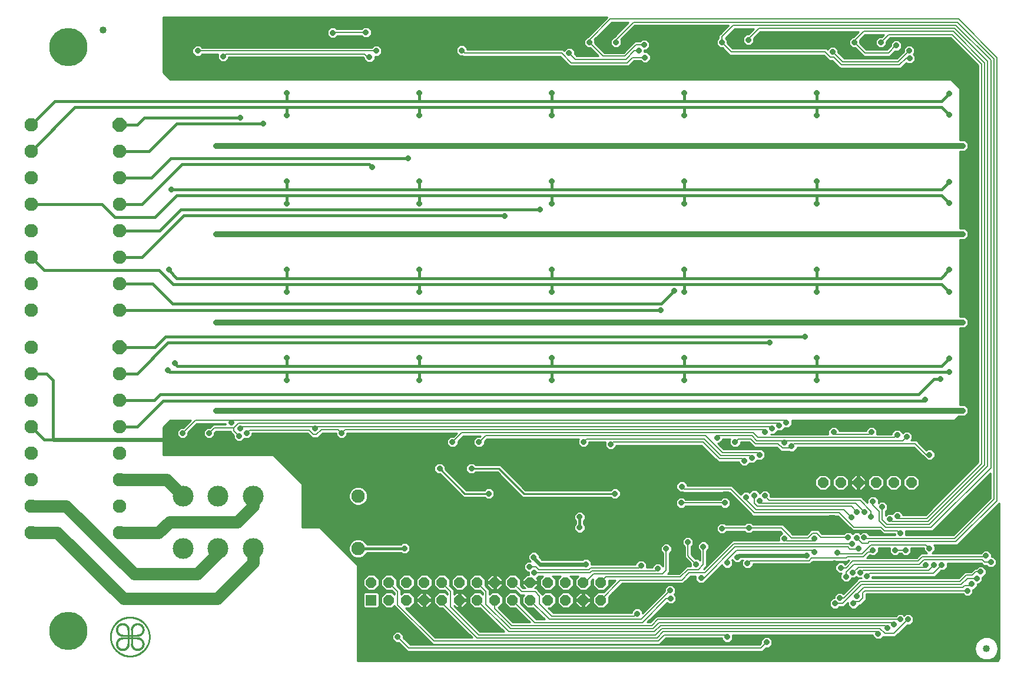
<source format=gbl>
G75*
%MOIN*%
%OFA0B0*%
%FSLAX25Y25*%
%IPPOS*%
%LPD*%
%AMOC8*
5,1,8,0,0,1.08239X$1,22.5*
%
%ADD10OC8,0.05906*%
%ADD11R,0.05906X0.05906*%
%ADD12OC8,0.07677*%
%ADD13C,0.07677*%
%ADD14C,0.11811*%
%ADD15C,0.01000*%
%ADD16C,0.00100*%
%ADD17C,0.04000*%
%ADD18C,0.21654*%
%ADD19C,0.01600*%
%ADD20OC8,0.03175*%
%ADD21C,0.03200*%
%ADD22R,0.03175X0.03175*%
%ADD23C,0.02400*%
%ADD24C,0.00800*%
%ADD25C,0.07000*%
D10*
X0309333Y0115232D03*
X0319333Y0115232D03*
X0329333Y0115232D03*
X0339333Y0115232D03*
X0349333Y0115232D03*
X0359333Y0115232D03*
X0369333Y0115232D03*
X0379333Y0115232D03*
X0389333Y0115232D03*
X0399333Y0115232D03*
X0409333Y0115232D03*
X0419333Y0115232D03*
X0429333Y0115232D03*
X0439333Y0115232D03*
X0439333Y0105232D03*
X0429333Y0105232D03*
X0419333Y0105232D03*
X0409333Y0105232D03*
X0399333Y0105232D03*
X0389333Y0105232D03*
X0379333Y0105232D03*
X0369333Y0105232D03*
X0359333Y0105232D03*
X0349333Y0105232D03*
X0339333Y0105232D03*
X0329333Y0105232D03*
X0319333Y0105232D03*
X0565188Y0171770D03*
X0575188Y0171770D03*
X0585188Y0171770D03*
X0595188Y0171770D03*
X0605188Y0171770D03*
X0615188Y0171770D03*
D11*
X0309333Y0105232D03*
D12*
X0166932Y0248441D03*
X0166932Y0374425D03*
D13*
X0166932Y0359425D03*
X0166932Y0344425D03*
X0166932Y0329425D03*
X0166932Y0314425D03*
X0166932Y0299425D03*
X0166932Y0284425D03*
X0166932Y0269425D03*
X0116932Y0269425D03*
X0116932Y0284425D03*
X0116932Y0299425D03*
X0116932Y0314425D03*
X0116932Y0329425D03*
X0116932Y0344425D03*
X0116932Y0359425D03*
X0116932Y0374425D03*
X0116932Y0248441D03*
X0116932Y0233441D03*
X0116932Y0218441D03*
X0116932Y0203441D03*
X0116932Y0188441D03*
X0116932Y0173441D03*
X0116932Y0158441D03*
X0116932Y0143441D03*
X0166932Y0143441D03*
X0166932Y0158441D03*
X0166932Y0173441D03*
X0166932Y0188441D03*
X0166932Y0203441D03*
X0166932Y0218441D03*
X0166932Y0233441D03*
X0302044Y0164152D03*
X0302044Y0134388D03*
D14*
X0242516Y0134388D03*
X0222674Y0134388D03*
X0202831Y0134388D03*
X0202831Y0164152D03*
X0222674Y0164152D03*
X0242516Y0164152D03*
D15*
X0259610Y0181847D02*
X0345899Y0181847D01*
X0345100Y0181049D02*
X0345100Y0178491D01*
X0346909Y0176682D01*
X0348447Y0176682D01*
X0360438Y0164691D01*
X0361609Y0163520D01*
X0373571Y0163520D01*
X0374659Y0162432D01*
X0377216Y0162432D01*
X0379025Y0164241D01*
X0379025Y0166799D01*
X0377216Y0168607D01*
X0374659Y0168607D01*
X0373571Y0167520D01*
X0363266Y0167520D01*
X0351275Y0179511D01*
X0351275Y0181049D01*
X0349466Y0182857D01*
X0346909Y0182857D01*
X0345100Y0181049D01*
X0345100Y0180848D02*
X0260609Y0180848D01*
X0261607Y0179850D02*
X0345100Y0179850D01*
X0345100Y0178851D02*
X0262606Y0178851D01*
X0263604Y0177853D02*
X0345738Y0177853D01*
X0346737Y0176854D02*
X0264603Y0176854D01*
X0265601Y0175856D02*
X0349273Y0175856D01*
X0350271Y0174857D02*
X0266600Y0174857D01*
X0267598Y0173859D02*
X0351270Y0173859D01*
X0352269Y0172860D02*
X0268597Y0172860D01*
X0269595Y0171862D02*
X0353267Y0171862D01*
X0354266Y0170863D02*
X0270438Y0170863D01*
X0270438Y0171020D02*
X0253938Y0187520D01*
X0191688Y0187520D01*
X0191688Y0203020D01*
X0195688Y0207020D01*
X0207251Y0207020D01*
X0203088Y0202857D01*
X0201409Y0202857D01*
X0199600Y0201049D01*
X0199600Y0198491D01*
X0201409Y0196682D01*
X0203966Y0196682D01*
X0205775Y0198491D01*
X0205775Y0200170D01*
X0210725Y0205120D01*
X0227100Y0205120D01*
X0227100Y0204670D01*
X0219901Y0204670D01*
X0218088Y0202857D01*
X0216409Y0202857D01*
X0214600Y0201049D01*
X0214600Y0198491D01*
X0216409Y0196682D01*
X0218966Y0196682D01*
X0220775Y0198491D01*
X0220775Y0200170D01*
X0221475Y0200870D01*
X0229788Y0200870D01*
X0229788Y0200233D01*
X0231600Y0198420D01*
X0231600Y0196741D01*
X0233409Y0194932D01*
X0235966Y0194932D01*
X0237716Y0196682D01*
X0240216Y0196682D01*
X0242025Y0198491D01*
X0242025Y0199620D01*
X0273401Y0199620D01*
X0274788Y0198233D01*
X0275901Y0197120D01*
X0279225Y0197120D01*
X0281975Y0199870D01*
X0289600Y0199870D01*
X0289600Y0198491D01*
X0291409Y0196682D01*
X0293966Y0196682D01*
X0295775Y0198491D01*
X0295775Y0199870D01*
X0357851Y0199870D01*
X0355838Y0197857D01*
X0354159Y0197857D01*
X0352350Y0196049D01*
X0352350Y0193491D01*
X0354159Y0191682D01*
X0356716Y0191682D01*
X0358525Y0193491D01*
X0358525Y0195170D01*
X0361475Y0198120D01*
X0371351Y0198120D01*
X0371088Y0197857D01*
X0369159Y0197857D01*
X0367350Y0196049D01*
X0367350Y0193491D01*
X0369159Y0191682D01*
X0371716Y0191682D01*
X0373525Y0193491D01*
X0373525Y0194920D01*
X0374975Y0196370D01*
X0426921Y0196370D01*
X0426600Y0196049D01*
X0426600Y0193491D01*
X0428409Y0191682D01*
X0430966Y0191682D01*
X0432775Y0193491D01*
X0432775Y0194620D01*
X0441850Y0194620D01*
X0441850Y0192241D01*
X0443659Y0190432D01*
X0446216Y0190432D01*
X0448025Y0192241D01*
X0448025Y0192870D01*
X0496401Y0192870D01*
X0504788Y0184483D01*
X0505901Y0183370D01*
X0517600Y0183370D01*
X0517600Y0182741D01*
X0519409Y0180932D01*
X0521966Y0180932D01*
X0523716Y0182682D01*
X0526216Y0182682D01*
X0527966Y0184432D01*
X0530466Y0184432D01*
X0532275Y0186241D01*
X0532275Y0188799D01*
X0530466Y0190607D01*
X0528787Y0190607D01*
X0528725Y0190670D01*
X0508975Y0190670D01*
X0505712Y0193932D01*
X0506466Y0193932D01*
X0508275Y0195741D01*
X0508275Y0196370D01*
X0512671Y0196370D01*
X0512350Y0196049D01*
X0512350Y0193491D01*
X0514159Y0191682D01*
X0516716Y0191682D01*
X0518525Y0193491D01*
X0518525Y0194620D01*
X0523401Y0194620D01*
X0525038Y0192983D01*
X0525038Y0192983D01*
X0526151Y0191870D01*
X0538901Y0191870D01*
X0540288Y0190483D01*
X0541401Y0189370D01*
X0545971Y0189370D01*
X0546159Y0189182D01*
X0548716Y0189182D01*
X0550525Y0190991D01*
X0550525Y0191870D01*
X0616651Y0191870D01*
X0621788Y0186733D01*
X0622901Y0185620D01*
X0622971Y0185620D01*
X0624159Y0184432D01*
X0626716Y0184432D01*
X0628525Y0186241D01*
X0628525Y0188799D01*
X0626716Y0190607D01*
X0624159Y0190607D01*
X0623723Y0190171D01*
X0619338Y0194557D01*
X0618225Y0195670D01*
X0614954Y0195670D01*
X0615775Y0196491D01*
X0615775Y0199049D01*
X0613966Y0200857D01*
X0611409Y0200857D01*
X0610275Y0199723D01*
X0610275Y0200049D01*
X0608466Y0201857D01*
X0605909Y0201857D01*
X0604100Y0200049D01*
X0604100Y0199170D01*
X0595775Y0199170D01*
X0595775Y0201549D01*
X0593966Y0203357D01*
X0591409Y0203357D01*
X0589600Y0201549D01*
X0589600Y0200920D01*
X0574275Y0200920D01*
X0574275Y0201549D01*
X0572466Y0203357D01*
X0569909Y0203357D01*
X0568100Y0201549D01*
X0568100Y0199170D01*
X0535454Y0199170D01*
X0535466Y0199182D01*
X0537716Y0199182D01*
X0539466Y0200932D01*
X0541716Y0200932D01*
X0543466Y0202682D01*
X0545716Y0202682D01*
X0547525Y0204491D01*
X0547525Y0207020D01*
X0639688Y0207020D01*
X0642088Y0209420D01*
X0644804Y0209420D01*
X0644835Y0209432D01*
X0645466Y0209432D01*
X0645913Y0209879D01*
X0645944Y0209892D01*
X0646816Y0210764D01*
X0646828Y0210794D01*
X0647275Y0211241D01*
X0647275Y0211873D01*
X0647288Y0211903D01*
X0647288Y0213136D01*
X0647275Y0213167D01*
X0647275Y0213799D01*
X0646828Y0214245D01*
X0646816Y0214276D01*
X0645944Y0215148D01*
X0645913Y0215160D01*
X0645466Y0215607D01*
X0644835Y0215607D01*
X0644804Y0215620D01*
X0642688Y0215620D01*
X0642688Y0259420D01*
X0644804Y0259420D01*
X0644835Y0259432D01*
X0645466Y0259432D01*
X0645913Y0259879D01*
X0645944Y0259892D01*
X0646816Y0260764D01*
X0646828Y0260794D01*
X0647275Y0261241D01*
X0647275Y0261873D01*
X0647288Y0261903D01*
X0647288Y0263136D01*
X0647275Y0263167D01*
X0647275Y0263799D01*
X0646828Y0264245D01*
X0646816Y0264276D01*
X0645944Y0265148D01*
X0645913Y0265160D01*
X0645466Y0265607D01*
X0644835Y0265607D01*
X0644804Y0265620D01*
X0642688Y0265620D01*
X0642688Y0309420D01*
X0644804Y0309420D01*
X0644835Y0309432D01*
X0645466Y0309432D01*
X0645913Y0309879D01*
X0645944Y0309892D01*
X0646816Y0310764D01*
X0646828Y0310794D01*
X0647275Y0311241D01*
X0647275Y0311873D01*
X0647288Y0311903D01*
X0647288Y0313136D01*
X0647275Y0313167D01*
X0647275Y0313799D01*
X0646828Y0314245D01*
X0646816Y0314276D01*
X0645944Y0315148D01*
X0645913Y0315160D01*
X0645466Y0315607D01*
X0644835Y0315607D01*
X0644804Y0315620D01*
X0642688Y0315620D01*
X0642688Y0359420D01*
X0644804Y0359420D01*
X0644835Y0359432D01*
X0645466Y0359432D01*
X0645913Y0359879D01*
X0645944Y0359892D01*
X0646816Y0360764D01*
X0646828Y0360794D01*
X0647275Y0361241D01*
X0647275Y0361873D01*
X0647288Y0361903D01*
X0647288Y0363136D01*
X0647275Y0363167D01*
X0647275Y0363799D01*
X0646828Y0364245D01*
X0646816Y0364276D01*
X0645944Y0365148D01*
X0645913Y0365160D01*
X0645466Y0365607D01*
X0644835Y0365607D01*
X0644804Y0365620D01*
X0642688Y0365620D01*
X0642688Y0395020D01*
X0637688Y0400020D01*
X0195688Y0400020D01*
X0191688Y0404020D01*
X0191688Y0435339D01*
X0443070Y0435339D01*
X0442788Y0435057D01*
X0431838Y0424107D01*
X0431659Y0424107D01*
X0429850Y0422299D01*
X0429850Y0419741D01*
X0431659Y0417932D01*
X0433338Y0417932D01*
X0437851Y0413420D01*
X0425725Y0413420D01*
X0424525Y0414619D01*
X0424525Y0416299D01*
X0422716Y0418107D01*
X0420159Y0418107D01*
X0418473Y0416421D01*
X0417975Y0416920D01*
X0363775Y0416920D01*
X0363775Y0417799D01*
X0361966Y0419607D01*
X0359409Y0419607D01*
X0357600Y0417799D01*
X0357600Y0415241D01*
X0359409Y0413432D01*
X0361088Y0413432D01*
X0361401Y0413120D01*
X0416401Y0413120D01*
X0421901Y0407620D01*
X0455225Y0407620D01*
X0456338Y0408733D01*
X0458225Y0410620D01*
X0461971Y0410620D01*
X0463159Y0409432D01*
X0465716Y0409432D01*
X0467525Y0411241D01*
X0467525Y0413799D01*
X0465716Y0415607D01*
X0464025Y0415607D01*
X0464025Y0416682D01*
X0465216Y0416682D01*
X0467025Y0418491D01*
X0467025Y0421049D01*
X0465216Y0422857D01*
X0462659Y0422857D01*
X0461471Y0421670D01*
X0458651Y0421670D01*
X0452151Y0415170D01*
X0441475Y0415170D01*
X0436025Y0420619D01*
X0436025Y0422299D01*
X0435714Y0422609D01*
X0445475Y0432370D01*
X0455101Y0432370D01*
X0447151Y0424420D01*
X0446838Y0424107D01*
X0446659Y0424107D01*
X0444850Y0422299D01*
X0444850Y0419741D01*
X0446659Y0417932D01*
X0449216Y0417932D01*
X0451025Y0419741D01*
X0451025Y0422299D01*
X0450714Y0422609D01*
X0458725Y0430620D01*
X0511601Y0430620D01*
X0507151Y0426170D01*
X0506038Y0425057D01*
X0506038Y0423486D01*
X0504850Y0422299D01*
X0504850Y0419741D01*
X0506659Y0417932D01*
X0508338Y0417932D01*
X0512401Y0413870D01*
X0565651Y0413870D01*
X0568651Y0410870D01*
X0570401Y0410870D01*
X0574901Y0406370D01*
X0609225Y0406370D01*
X0610338Y0407483D01*
X0612348Y0409493D01*
X0612909Y0408932D01*
X0615466Y0408932D01*
X0617275Y0410741D01*
X0617275Y0413299D01*
X0616304Y0414270D01*
X0617025Y0414991D01*
X0617025Y0417549D01*
X0615216Y0419357D01*
X0612659Y0419357D01*
X0610850Y0417549D01*
X0610850Y0415869D01*
X0606901Y0411920D01*
X0577225Y0411920D01*
X0573775Y0415369D01*
X0573775Y0417049D01*
X0571966Y0418857D01*
X0569409Y0418857D01*
X0567723Y0417171D01*
X0567225Y0417670D01*
X0513975Y0417670D01*
X0511025Y0420619D01*
X0511025Y0422299D01*
X0509839Y0423484D01*
X0515225Y0428870D01*
X0526101Y0428870D01*
X0522838Y0425607D01*
X0521659Y0425607D01*
X0519850Y0423799D01*
X0519850Y0421241D01*
X0521659Y0419432D01*
X0524216Y0419432D01*
X0526025Y0421241D01*
X0526025Y0423420D01*
X0529725Y0427120D01*
X0585351Y0427120D01*
X0582338Y0424107D01*
X0581659Y0424107D01*
X0579850Y0422299D01*
X0579850Y0419741D01*
X0581659Y0417932D01*
X0583338Y0417932D01*
X0588151Y0413120D01*
X0602975Y0413120D01*
X0604088Y0414233D01*
X0606037Y0416182D01*
X0607966Y0416182D01*
X0609775Y0417991D01*
X0609775Y0420549D01*
X0607966Y0422357D01*
X0605409Y0422357D01*
X0603600Y0420549D01*
X0603600Y0419119D01*
X0601401Y0416920D01*
X0589725Y0416920D01*
X0586025Y0420619D01*
X0586025Y0422299D01*
X0585964Y0422359D01*
X0588975Y0425370D01*
X0599601Y0425370D01*
X0598338Y0424107D01*
X0596659Y0424107D01*
X0594850Y0422299D01*
X0594850Y0419741D01*
X0596659Y0417932D01*
X0599216Y0417932D01*
X0601025Y0419741D01*
X0601025Y0421420D01*
X0603225Y0423620D01*
X0637401Y0423620D01*
X0653038Y0407983D01*
X0653038Y0183307D01*
X0623151Y0153420D01*
X0610275Y0153420D01*
X0610275Y0154049D01*
X0608466Y0155857D01*
X0605909Y0155857D01*
X0604159Y0154107D01*
X0601659Y0154107D01*
X0600588Y0153036D01*
X0600588Y0155553D01*
X0601775Y0156741D01*
X0601775Y0159299D01*
X0599966Y0161107D01*
X0597409Y0161107D01*
X0596525Y0160223D01*
X0596525Y0162299D01*
X0594716Y0164107D01*
X0592159Y0164107D01*
X0590350Y0162299D01*
X0590350Y0160294D01*
X0588088Y0162557D01*
X0586975Y0163670D01*
X0535475Y0163670D01*
X0535275Y0163869D01*
X0535275Y0165549D01*
X0533466Y0167357D01*
X0530909Y0167357D01*
X0529275Y0165723D01*
X0529275Y0165799D01*
X0527466Y0167607D01*
X0524909Y0167607D01*
X0523438Y0166136D01*
X0522966Y0166607D01*
X0520409Y0166607D01*
X0518723Y0164921D01*
X0514838Y0168807D01*
X0513725Y0169920D01*
X0488275Y0169920D01*
X0488275Y0170799D01*
X0486466Y0172607D01*
X0483909Y0172607D01*
X0482100Y0170799D01*
X0482100Y0168241D01*
X0483909Y0166432D01*
X0485588Y0166432D01*
X0485901Y0166120D01*
X0512151Y0166120D01*
X0524288Y0153983D01*
X0525401Y0152870D01*
X0573651Y0152870D01*
X0580788Y0145733D01*
X0580788Y0145733D01*
X0581901Y0144620D01*
X0597151Y0144620D01*
X0599151Y0142620D01*
X0605850Y0142620D01*
X0605850Y0141920D01*
X0591525Y0141920D01*
X0591525Y0142049D01*
X0589716Y0143857D01*
X0587159Y0143857D01*
X0586188Y0142886D01*
X0585466Y0143607D01*
X0582909Y0143607D01*
X0581938Y0142636D01*
X0580716Y0143857D01*
X0578159Y0143857D01*
X0576971Y0142670D01*
X0564725Y0142670D01*
X0563588Y0143807D01*
X0562475Y0144920D01*
X0558401Y0144920D01*
X0557288Y0143807D01*
X0555901Y0142420D01*
X0547975Y0142420D01*
X0542475Y0147920D01*
X0525654Y0147920D01*
X0524466Y0149107D01*
X0521909Y0149107D01*
X0520721Y0147920D01*
X0510154Y0147920D01*
X0509216Y0148857D01*
X0506659Y0148857D01*
X0504850Y0147049D01*
X0504850Y0144491D01*
X0506659Y0142682D01*
X0509216Y0142682D01*
X0510654Y0144120D01*
X0520721Y0144120D01*
X0521909Y0142932D01*
X0524466Y0142932D01*
X0525654Y0144120D01*
X0540901Y0144120D01*
X0542036Y0142984D01*
X0540350Y0141299D01*
X0540350Y0138920D01*
X0513901Y0138920D01*
X0497651Y0122670D01*
X0497525Y0122670D01*
X0498225Y0123370D01*
X0499338Y0124483D01*
X0499338Y0133053D01*
X0500525Y0134241D01*
X0500525Y0136799D01*
X0498716Y0138607D01*
X0496159Y0138607D01*
X0494350Y0136799D01*
X0494350Y0134241D01*
X0495538Y0133053D01*
X0495538Y0127786D01*
X0494716Y0128607D01*
X0493037Y0128607D01*
X0491338Y0130307D01*
X0490588Y0131057D01*
X0490588Y0135553D01*
X0491775Y0136741D01*
X0491775Y0139299D01*
X0489966Y0141107D01*
X0487409Y0141107D01*
X0485600Y0139299D01*
X0485600Y0136741D01*
X0486788Y0135553D01*
X0486788Y0129483D01*
X0488651Y0127620D01*
X0490350Y0125920D01*
X0490350Y0124420D01*
X0487901Y0124420D01*
X0483651Y0120170D01*
X0477275Y0120170D01*
X0478338Y0121233D01*
X0478338Y0131803D01*
X0479525Y0132991D01*
X0479525Y0135549D01*
X0477716Y0137357D01*
X0475159Y0137357D01*
X0473350Y0135549D01*
X0473350Y0132991D01*
X0474538Y0131803D01*
X0474538Y0124536D01*
X0472966Y0126107D01*
X0470409Y0126107D01*
X0468600Y0124299D01*
X0468600Y0123670D01*
X0465275Y0123670D01*
X0465275Y0126049D01*
X0463466Y0127857D01*
X0460909Y0127857D01*
X0459100Y0126049D01*
X0459100Y0125420D01*
X0434025Y0125420D01*
X0434025Y0126799D01*
X0432216Y0128607D01*
X0429659Y0128607D01*
X0429271Y0128220D01*
X0406056Y0128220D01*
X0404525Y0129751D01*
X0404525Y0130799D01*
X0402716Y0132607D01*
X0400159Y0132607D01*
X0398350Y0130799D01*
X0398350Y0128241D01*
X0399484Y0127107D01*
X0397659Y0127107D01*
X0395850Y0125299D01*
X0395850Y0122741D01*
X0397659Y0120932D01*
X0398600Y0120932D01*
X0398600Y0119491D01*
X0398606Y0119485D01*
X0397572Y0119485D01*
X0395081Y0116994D01*
X0395081Y0115717D01*
X0398849Y0115717D01*
X0398849Y0114748D01*
X0395081Y0114748D01*
X0395081Y0113471D01*
X0396632Y0111920D01*
X0395333Y0111920D01*
X0393786Y0113467D01*
X0393786Y0117077D01*
X0391178Y0119685D01*
X0387489Y0119685D01*
X0384881Y0117077D01*
X0384881Y0113388D01*
X0387489Y0110780D01*
X0391099Y0110780D01*
X0393759Y0108120D01*
X0395924Y0108120D01*
X0394881Y0107077D01*
X0394881Y0103388D01*
X0397489Y0100780D01*
X0401099Y0100780D01*
X0407459Y0094420D01*
X0402833Y0094420D01*
X0393786Y0103467D01*
X0393786Y0107077D01*
X0391178Y0109685D01*
X0387489Y0109685D01*
X0384881Y0107077D01*
X0384881Y0103388D01*
X0387489Y0100780D01*
X0391099Y0100780D01*
X0399209Y0092670D01*
X0389725Y0092670D01*
X0381396Y0100998D01*
X0383786Y0103388D01*
X0383786Y0107077D01*
X0381178Y0109685D01*
X0377489Y0109685D01*
X0376338Y0108534D01*
X0376338Y0110915D01*
X0373786Y0113467D01*
X0373786Y0117077D01*
X0371178Y0119685D01*
X0367489Y0119685D01*
X0364881Y0117077D01*
X0364881Y0113388D01*
X0367489Y0110780D01*
X0371099Y0110780D01*
X0372538Y0109341D01*
X0372538Y0108325D01*
X0371178Y0109685D01*
X0367489Y0109685D01*
X0364881Y0107077D01*
X0364881Y0103388D01*
X0367489Y0100780D01*
X0371099Y0100780D01*
X0384459Y0087420D01*
X0370975Y0087420D01*
X0356338Y0102057D01*
X0356338Y0102214D01*
X0357572Y0100980D01*
X0358849Y0100980D01*
X0358849Y0104748D01*
X0359818Y0104748D01*
X0359818Y0105717D01*
X0358849Y0105717D01*
X0358849Y0109485D01*
X0357572Y0109485D01*
X0356338Y0108251D01*
X0356338Y0110807D01*
X0355225Y0111920D01*
X0353771Y0113373D01*
X0353786Y0113388D01*
X0353786Y0117077D01*
X0351178Y0119685D01*
X0347489Y0119685D01*
X0344881Y0117077D01*
X0344881Y0113388D01*
X0347489Y0110780D01*
X0350991Y0110780D01*
X0352538Y0109233D01*
X0352538Y0108325D01*
X0351178Y0109685D01*
X0347489Y0109685D01*
X0344881Y0107077D01*
X0344881Y0103388D01*
X0347489Y0100780D01*
X0349741Y0100780D01*
X0366601Y0083920D01*
X0345725Y0083920D01*
X0328865Y0100780D01*
X0331178Y0100780D01*
X0333786Y0103388D01*
X0333786Y0107077D01*
X0331178Y0109685D01*
X0327489Y0109685D01*
X0326338Y0108534D01*
X0326338Y0110915D01*
X0325225Y0112028D01*
X0323786Y0113467D01*
X0323786Y0117077D01*
X0321178Y0119685D01*
X0317489Y0119685D01*
X0314881Y0117077D01*
X0314881Y0113388D01*
X0317489Y0110780D01*
X0321099Y0110780D01*
X0322538Y0109341D01*
X0322538Y0108325D01*
X0321178Y0109685D01*
X0317489Y0109685D01*
X0314881Y0107077D01*
X0314881Y0103388D01*
X0317489Y0100780D01*
X0321178Y0100780D01*
X0322538Y0102139D01*
X0322538Y0101733D01*
X0344151Y0080120D01*
X0472725Y0080120D01*
X0476225Y0083620D01*
X0507850Y0083620D01*
X0507850Y0082991D01*
X0509659Y0081182D01*
X0512216Y0081182D01*
X0514025Y0082991D01*
X0514025Y0085370D01*
X0593350Y0085370D01*
X0593350Y0084741D01*
X0595159Y0082932D01*
X0597716Y0082932D01*
X0599277Y0084493D01*
X0599401Y0084370D01*
X0605975Y0084370D01*
X0607088Y0085483D01*
X0612787Y0091182D01*
X0614466Y0091182D01*
X0616275Y0092991D01*
X0616275Y0095549D01*
X0614466Y0097357D01*
X0611909Y0097357D01*
X0611063Y0096511D01*
X0610216Y0097357D01*
X0607659Y0097357D01*
X0606471Y0096170D01*
X0470901Y0096170D01*
X0467401Y0092670D01*
X0465775Y0092670D01*
X0476848Y0103743D01*
X0477659Y0102932D01*
X0480216Y0102932D01*
X0482025Y0104741D01*
X0482025Y0107299D01*
X0480804Y0108520D01*
X0481775Y0109491D01*
X0481775Y0112049D01*
X0479966Y0113857D01*
X0477409Y0113857D01*
X0475600Y0112049D01*
X0475600Y0110369D01*
X0463025Y0097794D01*
X0463025Y0098799D01*
X0461216Y0100607D01*
X0458659Y0100607D01*
X0456850Y0098799D01*
X0456850Y0097920D01*
X0412475Y0097920D01*
X0409615Y0100780D01*
X0411178Y0100780D01*
X0413786Y0103388D01*
X0413786Y0107077D01*
X0411178Y0109685D01*
X0407489Y0109685D01*
X0406349Y0108545D01*
X0404088Y0110807D01*
X0402975Y0111920D01*
X0402035Y0111920D01*
X0403586Y0113471D01*
X0403586Y0114748D01*
X0399818Y0114748D01*
X0399818Y0115717D01*
X0403586Y0115717D01*
X0403586Y0116994D01*
X0402898Y0117682D01*
X0402966Y0117682D01*
X0404154Y0118870D01*
X0406674Y0118870D01*
X0404881Y0117077D01*
X0404881Y0113388D01*
X0407489Y0110780D01*
X0411178Y0110780D01*
X0413786Y0113388D01*
X0413786Y0117077D01*
X0411993Y0118870D01*
X0416674Y0118870D01*
X0414881Y0117077D01*
X0414881Y0113388D01*
X0417489Y0110780D01*
X0421178Y0110780D01*
X0423786Y0113388D01*
X0423786Y0117077D01*
X0421993Y0118870D01*
X0426674Y0118870D01*
X0424881Y0117077D01*
X0424881Y0113388D01*
X0427489Y0110780D01*
X0431178Y0110780D01*
X0433786Y0113388D01*
X0433786Y0115931D01*
X0434881Y0117026D01*
X0434881Y0113388D01*
X0437489Y0110780D01*
X0441178Y0110780D01*
X0443786Y0113388D01*
X0443786Y0116370D01*
X0447784Y0116370D01*
X0441099Y0109685D01*
X0437489Y0109685D01*
X0434881Y0107077D01*
X0434881Y0103388D01*
X0437489Y0100780D01*
X0441178Y0100780D01*
X0443786Y0103388D01*
X0443786Y0106998D01*
X0451225Y0114437D01*
X0451408Y0114620D01*
X0485975Y0114620D01*
X0487088Y0115733D01*
X0490225Y0118870D01*
X0493100Y0118870D01*
X0493100Y0116491D01*
X0494909Y0114682D01*
X0497466Y0114682D01*
X0498654Y0115870D01*
X0498725Y0115870D01*
X0499838Y0116983D01*
X0507850Y0124995D01*
X0507850Y0124991D01*
X0509659Y0123182D01*
X0512216Y0123182D01*
X0514025Y0124991D01*
X0514025Y0127549D01*
X0513589Y0127984D01*
X0513723Y0128118D01*
X0515409Y0126432D01*
X0517966Y0126432D01*
X0519354Y0127820D01*
X0519871Y0127820D01*
X0519350Y0127299D01*
X0519350Y0124741D01*
X0521159Y0122932D01*
X0523716Y0122932D01*
X0525525Y0124741D01*
X0525525Y0125620D01*
X0557975Y0125620D01*
X0559088Y0126733D01*
X0559475Y0127120D01*
X0578975Y0127120D01*
X0579725Y0127870D01*
X0579851Y0127870D01*
X0577527Y0125546D01*
X0576466Y0126607D01*
X0573909Y0126607D01*
X0572100Y0124799D01*
X0572100Y0122241D01*
X0573909Y0120432D01*
X0575734Y0120432D01*
X0575100Y0119799D01*
X0575100Y0117241D01*
X0576909Y0115432D01*
X0579466Y0115432D01*
X0581275Y0117241D01*
X0581275Y0117682D01*
X0583216Y0117682D01*
X0584063Y0118528D01*
X0584909Y0117682D01*
X0586850Y0117682D01*
X0586850Y0117670D01*
X0585401Y0117670D01*
X0584288Y0116557D01*
X0576527Y0108796D01*
X0575966Y0109357D01*
X0573409Y0109357D01*
X0571600Y0107549D01*
X0571600Y0106357D01*
X0570659Y0106357D01*
X0568850Y0104549D01*
X0568850Y0101991D01*
X0570659Y0100182D01*
X0573216Y0100182D01*
X0574404Y0101370D01*
X0576975Y0101370D01*
X0579350Y0103745D01*
X0579350Y0101991D01*
X0581159Y0100182D01*
X0583716Y0100182D01*
X0585525Y0101991D01*
X0585525Y0102370D01*
X0586475Y0102370D01*
X0587588Y0103483D01*
X0589588Y0105483D01*
X0589588Y0108483D01*
X0589725Y0108620D01*
X0644471Y0108620D01*
X0645659Y0107432D01*
X0648216Y0107432D01*
X0650025Y0109241D01*
X0650025Y0111182D01*
X0650716Y0111182D01*
X0652525Y0112991D01*
X0652525Y0114432D01*
X0653466Y0114432D01*
X0655275Y0116241D01*
X0655275Y0118182D01*
X0655716Y0118182D01*
X0657525Y0119991D01*
X0657525Y0122549D01*
X0655716Y0124357D01*
X0653159Y0124357D01*
X0651971Y0123170D01*
X0650901Y0123170D01*
X0648901Y0121170D01*
X0645401Y0121170D01*
X0641901Y0117670D01*
X0593025Y0117670D01*
X0593025Y0118370D01*
X0628475Y0118370D01*
X0629588Y0119483D01*
X0632037Y0121932D01*
X0633716Y0121932D01*
X0635525Y0123741D01*
X0635525Y0126120D01*
X0654651Y0126120D01*
X0654788Y0125983D01*
X0655901Y0124870D01*
X0657721Y0124870D01*
X0658909Y0123682D01*
X0661466Y0123682D01*
X0663275Y0125491D01*
X0663275Y0128049D01*
X0661466Y0129857D01*
X0660525Y0129857D01*
X0660525Y0131549D01*
X0658716Y0133357D01*
X0656159Y0133357D01*
X0654471Y0131670D01*
X0626954Y0131670D01*
X0628525Y0133241D01*
X0628525Y0135799D01*
X0627954Y0136370D01*
X0641225Y0136370D01*
X0642338Y0137483D01*
X0664794Y0159939D01*
X0664794Y0071925D01*
X0664779Y0071736D01*
X0664662Y0071376D01*
X0664440Y0071071D01*
X0664134Y0070848D01*
X0663774Y0070731D01*
X0663585Y0070717D01*
X0301688Y0070717D01*
X0301688Y0125020D01*
X0280438Y0146520D01*
X0270438Y0146520D01*
X0270438Y0171020D01*
X0270438Y0169865D02*
X0355264Y0169865D01*
X0356263Y0168866D02*
X0304612Y0168866D01*
X0305068Y0168677D02*
X0303106Y0169490D01*
X0300982Y0169490D01*
X0299020Y0168677D01*
X0297518Y0167176D01*
X0296705Y0165213D01*
X0296705Y0163090D01*
X0297518Y0161128D01*
X0299020Y0159626D01*
X0300982Y0158813D01*
X0303106Y0158813D01*
X0305068Y0159626D01*
X0306570Y0161128D01*
X0307383Y0163090D01*
X0307383Y0165213D01*
X0306570Y0167176D01*
X0305068Y0168677D01*
X0305878Y0167868D02*
X0357261Y0167868D01*
X0358260Y0166869D02*
X0306697Y0166869D01*
X0307110Y0165871D02*
X0359258Y0165871D01*
X0360257Y0164872D02*
X0307383Y0164872D01*
X0307383Y0163874D02*
X0361255Y0163874D01*
X0362438Y0165520D02*
X0375938Y0165520D01*
X0377956Y0167868D02*
X0390761Y0167868D01*
X0389763Y0168866D02*
X0361919Y0168866D01*
X0360921Y0169865D02*
X0388764Y0169865D01*
X0387766Y0170863D02*
X0359922Y0170863D01*
X0358924Y0171862D02*
X0386767Y0171862D01*
X0385769Y0172860D02*
X0357925Y0172860D01*
X0356927Y0173859D02*
X0384770Y0173859D01*
X0383771Y0174857D02*
X0355928Y0174857D01*
X0354930Y0175856D02*
X0382773Y0175856D01*
X0381774Y0176854D02*
X0367639Y0176854D01*
X0367466Y0176682D02*
X0368554Y0177770D01*
X0380859Y0177770D01*
X0395109Y0163520D01*
X0445071Y0163520D01*
X0446159Y0162432D01*
X0448716Y0162432D01*
X0450525Y0164241D01*
X0450525Y0166799D01*
X0448716Y0168607D01*
X0446159Y0168607D01*
X0445071Y0167520D01*
X0396766Y0167520D01*
X0383688Y0180598D01*
X0382516Y0181770D01*
X0368554Y0181770D01*
X0367466Y0182857D01*
X0364909Y0182857D01*
X0363100Y0181049D01*
X0363100Y0178491D01*
X0364909Y0176682D01*
X0367466Y0176682D01*
X0364737Y0176854D02*
X0353931Y0176854D01*
X0352933Y0177853D02*
X0363738Y0177853D01*
X0363100Y0178851D02*
X0351934Y0178851D01*
X0351275Y0179850D02*
X0363100Y0179850D01*
X0363100Y0180848D02*
X0351275Y0180848D01*
X0350477Y0181847D02*
X0363899Y0181847D01*
X0364897Y0182846D02*
X0349478Y0182846D01*
X0346897Y0182846D02*
X0258612Y0182846D01*
X0257613Y0183844D02*
X0505426Y0183844D01*
X0504428Y0184843D02*
X0256615Y0184843D01*
X0255616Y0185841D02*
X0503429Y0185841D01*
X0502431Y0186840D02*
X0254618Y0186840D01*
X0241357Y0197823D02*
X0275197Y0197823D01*
X0274199Y0198822D02*
X0242025Y0198822D01*
X0240359Y0196825D02*
X0291266Y0196825D01*
X0290268Y0197823D02*
X0279928Y0197823D01*
X0280927Y0198822D02*
X0289600Y0198822D01*
X0289600Y0199820D02*
X0281925Y0199820D01*
X0294109Y0196825D02*
X0353126Y0196825D01*
X0352350Y0195826D02*
X0236860Y0195826D01*
X0232515Y0195826D02*
X0191688Y0195826D01*
X0191688Y0194828D02*
X0352350Y0194828D01*
X0352350Y0193829D02*
X0191688Y0193829D01*
X0191688Y0192831D02*
X0353010Y0192831D01*
X0354009Y0191832D02*
X0191688Y0191832D01*
X0191688Y0190834D02*
X0443258Y0190834D01*
X0442259Y0191832D02*
X0431116Y0191832D01*
X0432115Y0192831D02*
X0441850Y0192831D01*
X0441850Y0193829D02*
X0432775Y0193829D01*
X0428259Y0191832D02*
X0371866Y0191832D01*
X0372865Y0192831D02*
X0427260Y0192831D01*
X0426600Y0193829D02*
X0373525Y0193829D01*
X0373525Y0194828D02*
X0426600Y0194828D01*
X0426600Y0195826D02*
X0374431Y0195826D01*
X0369125Y0197823D02*
X0361178Y0197823D01*
X0360180Y0196825D02*
X0368126Y0196825D01*
X0367350Y0195826D02*
X0359181Y0195826D01*
X0358525Y0194828D02*
X0367350Y0194828D01*
X0367350Y0193829D02*
X0358525Y0193829D01*
X0357865Y0192831D02*
X0368010Y0192831D01*
X0369009Y0191832D02*
X0356866Y0191832D01*
X0354125Y0197823D02*
X0295107Y0197823D01*
X0295775Y0198822D02*
X0356803Y0198822D01*
X0357801Y0199820D02*
X0295775Y0199820D01*
X0299476Y0168866D02*
X0270438Y0168866D01*
X0270438Y0167868D02*
X0298210Y0167868D01*
X0297391Y0166869D02*
X0270438Y0166869D01*
X0270438Y0165871D02*
X0296978Y0165871D01*
X0296705Y0164872D02*
X0270438Y0164872D01*
X0270438Y0163874D02*
X0296705Y0163874D01*
X0296794Y0162875D02*
X0270438Y0162875D01*
X0270438Y0161877D02*
X0297208Y0161877D01*
X0297767Y0160878D02*
X0270438Y0160878D01*
X0270438Y0159880D02*
X0298766Y0159880D01*
X0300817Y0158881D02*
X0270438Y0158881D01*
X0270438Y0157883D02*
X0482958Y0157883D01*
X0483659Y0157182D02*
X0486216Y0157182D01*
X0487404Y0158370D01*
X0507221Y0158370D01*
X0508409Y0157182D01*
X0510966Y0157182D01*
X0512775Y0158991D01*
X0512775Y0161549D01*
X0510966Y0163357D01*
X0508409Y0163357D01*
X0507221Y0162170D01*
X0487404Y0162170D01*
X0486216Y0163357D01*
X0483659Y0163357D01*
X0481850Y0161549D01*
X0481850Y0158991D01*
X0483659Y0157182D01*
X0481960Y0158881D02*
X0303271Y0158881D01*
X0305322Y0159880D02*
X0481850Y0159880D01*
X0481850Y0160878D02*
X0306321Y0160878D01*
X0306880Y0161877D02*
X0482179Y0161877D01*
X0483177Y0162875D02*
X0449159Y0162875D01*
X0450158Y0163874D02*
X0514397Y0163874D01*
X0515395Y0162875D02*
X0511448Y0162875D01*
X0512447Y0161877D02*
X0516394Y0161877D01*
X0517392Y0160878D02*
X0512775Y0160878D01*
X0512775Y0159880D02*
X0518391Y0159880D01*
X0519389Y0158881D02*
X0512665Y0158881D01*
X0511667Y0157883D02*
X0520388Y0157883D01*
X0521386Y0156884D02*
X0270438Y0156884D01*
X0270438Y0155886D02*
X0522385Y0155886D01*
X0523383Y0154887D02*
X0429186Y0154887D01*
X0428716Y0155357D02*
X0426159Y0155357D01*
X0424350Y0153549D01*
X0424350Y0150991D01*
X0425138Y0150203D01*
X0425138Y0148336D01*
X0424350Y0147549D01*
X0424350Y0144991D01*
X0426159Y0143182D01*
X0428716Y0143182D01*
X0430525Y0144991D01*
X0430525Y0147549D01*
X0429738Y0148336D01*
X0429738Y0150203D01*
X0430525Y0150991D01*
X0430525Y0153549D01*
X0428716Y0155357D01*
X0430185Y0153889D02*
X0524382Y0153889D01*
X0525380Y0152890D02*
X0430525Y0152890D01*
X0430525Y0151892D02*
X0574629Y0151892D01*
X0575627Y0150893D02*
X0430427Y0150893D01*
X0429738Y0149895D02*
X0576626Y0149895D01*
X0577624Y0148896D02*
X0524677Y0148896D01*
X0521698Y0148896D02*
X0429738Y0148896D01*
X0430176Y0147898D02*
X0505699Y0147898D01*
X0504850Y0146899D02*
X0430525Y0146899D01*
X0430525Y0145901D02*
X0504850Y0145901D01*
X0504850Y0144902D02*
X0430436Y0144902D01*
X0429438Y0143904D02*
X0505438Y0143904D01*
X0506436Y0142905D02*
X0284010Y0142905D01*
X0283023Y0143904D02*
X0425438Y0143904D01*
X0424439Y0144902D02*
X0282036Y0144902D01*
X0281050Y0145901D02*
X0424350Y0145901D01*
X0424350Y0146899D02*
X0270438Y0146899D01*
X0270438Y0147898D02*
X0424699Y0147898D01*
X0425138Y0148896D02*
X0270438Y0148896D01*
X0270438Y0149895D02*
X0425138Y0149895D01*
X0424448Y0150893D02*
X0270438Y0150893D01*
X0270438Y0151892D02*
X0424350Y0151892D01*
X0424350Y0152890D02*
X0270438Y0152890D01*
X0270438Y0153889D02*
X0424690Y0153889D01*
X0425689Y0154887D02*
X0270438Y0154887D01*
X0284997Y0141907D02*
X0540958Y0141907D01*
X0540350Y0140908D02*
X0490166Y0140908D01*
X0491164Y0139910D02*
X0540350Y0139910D01*
X0541957Y0142905D02*
X0509439Y0142905D01*
X0510438Y0143904D02*
X0520938Y0143904D01*
X0525438Y0143904D02*
X0541117Y0143904D01*
X0543495Y0146899D02*
X0579621Y0146899D01*
X0578623Y0147898D02*
X0542497Y0147898D01*
X0544494Y0145901D02*
X0580620Y0145901D01*
X0581618Y0144902D02*
X0562492Y0144902D01*
X0563491Y0143904D02*
X0597867Y0143904D01*
X0598865Y0142905D02*
X0590669Y0142905D01*
X0586207Y0142905D02*
X0586169Y0142905D01*
X0582207Y0142905D02*
X0581669Y0142905D01*
X0577207Y0142905D02*
X0564489Y0142905D01*
X0563588Y0143807D02*
X0563588Y0143807D01*
X0558383Y0144902D02*
X0545492Y0144902D01*
X0546491Y0143904D02*
X0557385Y0143904D01*
X0556386Y0142905D02*
X0547489Y0142905D01*
X0559284Y0126929D02*
X0578910Y0126929D01*
X0577911Y0125930D02*
X0577143Y0125930D01*
X0573232Y0125930D02*
X0558285Y0125930D01*
X0572100Y0123933D02*
X0524718Y0123933D01*
X0525525Y0124932D02*
X0572234Y0124932D01*
X0572100Y0122935D02*
X0523719Y0122935D01*
X0521156Y0122935D02*
X0505790Y0122935D01*
X0506788Y0123933D02*
X0508908Y0123933D01*
X0507909Y0124932D02*
X0507787Y0124932D01*
X0504791Y0121936D02*
X0572405Y0121936D01*
X0573403Y0120938D02*
X0503793Y0120938D01*
X0502794Y0119939D02*
X0575241Y0119939D01*
X0575100Y0118941D02*
X0501796Y0118941D01*
X0500797Y0117942D02*
X0575100Y0117942D01*
X0575397Y0116944D02*
X0499799Y0116944D01*
X0498800Y0115945D02*
X0576396Y0115945D01*
X0579979Y0115945D02*
X0583676Y0115945D01*
X0582678Y0114947D02*
X0497731Y0114947D01*
X0494644Y0114947D02*
X0486302Y0114947D01*
X0487088Y0115733D02*
X0487088Y0115733D01*
X0487300Y0115945D02*
X0493646Y0115945D01*
X0493100Y0116944D02*
X0488299Y0116944D01*
X0489297Y0117942D02*
X0493100Y0117942D01*
X0497790Y0122935D02*
X0497916Y0122935D01*
X0498788Y0123933D02*
X0498914Y0123933D01*
X0499338Y0124932D02*
X0499913Y0124932D01*
X0499338Y0125930D02*
X0500911Y0125930D01*
X0501910Y0126929D02*
X0499338Y0126929D01*
X0499338Y0127927D02*
X0502908Y0127927D01*
X0503907Y0128926D02*
X0499338Y0128926D01*
X0499338Y0129924D02*
X0504905Y0129924D01*
X0505904Y0130923D02*
X0499338Y0130923D01*
X0499338Y0131921D02*
X0506902Y0131921D01*
X0507901Y0132920D02*
X0499338Y0132920D01*
X0500203Y0133918D02*
X0508899Y0133918D01*
X0509898Y0134917D02*
X0500525Y0134917D01*
X0500525Y0135915D02*
X0510896Y0135915D01*
X0511895Y0136914D02*
X0500410Y0136914D01*
X0499411Y0137913D02*
X0512893Y0137913D01*
X0513892Y0138911D02*
X0491775Y0138911D01*
X0491775Y0137913D02*
X0495464Y0137913D01*
X0494466Y0136914D02*
X0491775Y0136914D01*
X0490950Y0135915D02*
X0494350Y0135915D01*
X0494350Y0134917D02*
X0490588Y0134917D01*
X0490588Y0133918D02*
X0494673Y0133918D01*
X0495538Y0132920D02*
X0490588Y0132920D01*
X0490588Y0131921D02*
X0495538Y0131921D01*
X0495538Y0130923D02*
X0490721Y0130923D01*
X0491720Y0129924D02*
X0495538Y0129924D01*
X0495538Y0128926D02*
X0492718Y0128926D01*
X0495396Y0127927D02*
X0495538Y0127927D01*
X0490340Y0125930D02*
X0478338Y0125930D01*
X0478338Y0124932D02*
X0490350Y0124932D01*
X0489341Y0126929D02*
X0478338Y0126929D01*
X0478338Y0127927D02*
X0488343Y0127927D01*
X0487344Y0128926D02*
X0478338Y0128926D01*
X0478338Y0129924D02*
X0486788Y0129924D01*
X0486788Y0130923D02*
X0478338Y0130923D01*
X0478456Y0131921D02*
X0486788Y0131921D01*
X0486788Y0132920D02*
X0479454Y0132920D01*
X0479525Y0133918D02*
X0486788Y0133918D01*
X0486788Y0134917D02*
X0479525Y0134917D01*
X0479158Y0135915D02*
X0486426Y0135915D01*
X0485600Y0136914D02*
X0478160Y0136914D01*
X0474716Y0136914D02*
X0330160Y0136914D01*
X0329466Y0137607D02*
X0326909Y0137607D01*
X0326121Y0136820D01*
X0306815Y0136820D01*
X0306570Y0137412D01*
X0305068Y0138914D01*
X0303106Y0139726D01*
X0300982Y0139726D01*
X0299020Y0138914D01*
X0297518Y0137412D01*
X0296705Y0135450D01*
X0296705Y0133326D01*
X0297518Y0131364D01*
X0299020Y0129862D01*
X0300982Y0129049D01*
X0303106Y0129049D01*
X0305068Y0129862D01*
X0306570Y0131364D01*
X0306924Y0132220D01*
X0326121Y0132220D01*
X0326909Y0131432D01*
X0329466Y0131432D01*
X0331275Y0133241D01*
X0331275Y0135799D01*
X0329466Y0137607D01*
X0331158Y0135915D02*
X0473717Y0135915D01*
X0473350Y0134917D02*
X0331275Y0134917D01*
X0331275Y0133918D02*
X0473350Y0133918D01*
X0473421Y0132920D02*
X0330954Y0132920D01*
X0329956Y0131921D02*
X0399473Y0131921D01*
X0398475Y0130923D02*
X0306129Y0130923D01*
X0306801Y0131921D02*
X0326420Y0131921D01*
X0326216Y0136914D02*
X0306776Y0136914D01*
X0306069Y0137913D02*
X0485600Y0137913D01*
X0485600Y0138911D02*
X0305071Y0138911D01*
X0299017Y0138911D02*
X0287958Y0138911D01*
X0288945Y0137913D02*
X0298019Y0137913D01*
X0297312Y0136914D02*
X0289932Y0136914D01*
X0290919Y0135915D02*
X0296898Y0135915D01*
X0296705Y0134917D02*
X0291905Y0134917D01*
X0292892Y0133918D02*
X0296705Y0133918D01*
X0296874Y0132920D02*
X0293879Y0132920D01*
X0294866Y0131921D02*
X0297287Y0131921D01*
X0297959Y0130923D02*
X0295853Y0130923D01*
X0296840Y0129924D02*
X0298957Y0129924D01*
X0297827Y0128926D02*
X0398350Y0128926D01*
X0398350Y0129924D02*
X0305130Y0129924D01*
X0300788Y0125930D02*
X0396482Y0125930D01*
X0395850Y0124932D02*
X0301688Y0124932D01*
X0301688Y0123933D02*
X0395850Y0123933D01*
X0395850Y0122935D02*
X0301688Y0122935D01*
X0301688Y0121936D02*
X0396655Y0121936D01*
X0397653Y0120938D02*
X0301688Y0120938D01*
X0301688Y0119939D02*
X0398600Y0119939D01*
X0397028Y0118941D02*
X0391922Y0118941D01*
X0392920Y0117942D02*
X0396029Y0117942D01*
X0395081Y0116944D02*
X0393786Y0116944D01*
X0393786Y0115945D02*
X0395081Y0115945D01*
X0393786Y0114947D02*
X0398849Y0114947D01*
X0399818Y0114947D02*
X0404881Y0114947D01*
X0404881Y0115945D02*
X0403586Y0115945D01*
X0403586Y0116944D02*
X0404881Y0116944D01*
X0405746Y0117942D02*
X0403226Y0117942D01*
X0403586Y0113948D02*
X0404881Y0113948D01*
X0405319Y0112950D02*
X0403065Y0112950D01*
X0402067Y0111951D02*
X0406317Y0111951D01*
X0407316Y0110953D02*
X0403942Y0110953D01*
X0404940Y0109954D02*
X0441368Y0109954D01*
X0441351Y0110953D02*
X0442367Y0110953D01*
X0442349Y0111951D02*
X0443365Y0111951D01*
X0443348Y0112950D02*
X0444364Y0112950D01*
X0443786Y0113948D02*
X0445362Y0113948D01*
X0446361Y0114947D02*
X0443786Y0114947D01*
X0443786Y0115945D02*
X0447359Y0115945D01*
X0449738Y0112950D02*
X0476501Y0112950D01*
X0475600Y0111951D02*
X0448739Y0111951D01*
X0447741Y0110953D02*
X0475600Y0110953D01*
X0475185Y0109954D02*
X0446742Y0109954D01*
X0445744Y0108956D02*
X0474187Y0108956D01*
X0473188Y0107957D02*
X0444745Y0107957D01*
X0443786Y0106959D02*
X0472190Y0106959D01*
X0471191Y0105960D02*
X0443786Y0105960D01*
X0443786Y0104962D02*
X0470193Y0104962D01*
X0469194Y0103963D02*
X0443786Y0103963D01*
X0443363Y0102965D02*
X0468196Y0102965D01*
X0467197Y0101966D02*
X0442364Y0101966D01*
X0441366Y0100968D02*
X0466199Y0100968D01*
X0465200Y0099969D02*
X0461854Y0099969D01*
X0462853Y0098971D02*
X0464202Y0098971D01*
X0463203Y0097972D02*
X0463025Y0097972D01*
X0458021Y0099969D02*
X0410425Y0099969D01*
X0411366Y0100968D02*
X0417301Y0100968D01*
X0417489Y0100780D02*
X0421178Y0100780D01*
X0423786Y0103388D01*
X0423786Y0107077D01*
X0421178Y0109685D01*
X0417489Y0109685D01*
X0414881Y0107077D01*
X0414881Y0103388D01*
X0417489Y0100780D01*
X0416302Y0101966D02*
X0412364Y0101966D01*
X0413363Y0102965D02*
X0415304Y0102965D01*
X0414881Y0103963D02*
X0413786Y0103963D01*
X0413786Y0104962D02*
X0414881Y0104962D01*
X0414881Y0105960D02*
X0413786Y0105960D01*
X0413786Y0106959D02*
X0414881Y0106959D01*
X0415761Y0107957D02*
X0412906Y0107957D01*
X0411907Y0108956D02*
X0416760Y0108956D01*
X0417316Y0110953D02*
X0411351Y0110953D01*
X0412349Y0111951D02*
X0416317Y0111951D01*
X0415319Y0112950D02*
X0413348Y0112950D01*
X0413786Y0113948D02*
X0414881Y0113948D01*
X0414881Y0114947D02*
X0413786Y0114947D01*
X0413786Y0115945D02*
X0414881Y0115945D01*
X0414881Y0116944D02*
X0413786Y0116944D01*
X0412920Y0117942D02*
X0415746Y0117942D01*
X0422920Y0117942D02*
X0425746Y0117942D01*
X0424881Y0116944D02*
X0423786Y0116944D01*
X0423786Y0115945D02*
X0424881Y0115945D01*
X0424881Y0114947D02*
X0423786Y0114947D01*
X0423786Y0113948D02*
X0424881Y0113948D01*
X0425319Y0112950D02*
X0423348Y0112950D01*
X0422349Y0111951D02*
X0426317Y0111951D01*
X0427316Y0110953D02*
X0421351Y0110953D01*
X0421907Y0108956D02*
X0427042Y0108956D01*
X0427572Y0109485D02*
X0425081Y0106994D01*
X0425081Y0105717D01*
X0428849Y0105717D01*
X0428849Y0109485D01*
X0427572Y0109485D01*
X0428849Y0108956D02*
X0429818Y0108956D01*
X0429818Y0109485D02*
X0431095Y0109485D01*
X0433586Y0106994D01*
X0433586Y0105717D01*
X0429818Y0105717D01*
X0428849Y0105717D01*
X0428849Y0104748D01*
X0425081Y0104748D01*
X0425081Y0103471D01*
X0427572Y0100980D01*
X0428849Y0100980D01*
X0428849Y0104748D01*
X0429818Y0104748D01*
X0429818Y0105717D01*
X0429818Y0109485D01*
X0429818Y0107957D02*
X0428849Y0107957D01*
X0428849Y0106959D02*
X0429818Y0106959D01*
X0429818Y0105960D02*
X0428849Y0105960D01*
X0428849Y0104962D02*
X0423786Y0104962D01*
X0423786Y0105960D02*
X0425081Y0105960D01*
X0425081Y0106959D02*
X0423786Y0106959D01*
X0422906Y0107957D02*
X0426044Y0107957D01*
X0425081Y0103963D02*
X0423786Y0103963D01*
X0423363Y0102965D02*
X0425587Y0102965D01*
X0426585Y0101966D02*
X0422364Y0101966D01*
X0421366Y0100968D02*
X0437301Y0100968D01*
X0436302Y0101966D02*
X0432081Y0101966D01*
X0431095Y0100980D02*
X0433586Y0103471D01*
X0433586Y0104748D01*
X0429818Y0104748D01*
X0429818Y0100980D01*
X0431095Y0100980D01*
X0429818Y0101966D02*
X0428849Y0101966D01*
X0428849Y0102965D02*
X0429818Y0102965D01*
X0429818Y0103963D02*
X0428849Y0103963D01*
X0429818Y0104962D02*
X0434881Y0104962D01*
X0434881Y0105960D02*
X0433586Y0105960D01*
X0433586Y0106959D02*
X0434881Y0106959D01*
X0435761Y0107957D02*
X0432623Y0107957D01*
X0431624Y0108956D02*
X0436760Y0108956D01*
X0437316Y0110953D02*
X0431351Y0110953D01*
X0432349Y0111951D02*
X0436317Y0111951D01*
X0435319Y0112950D02*
X0433348Y0112950D01*
X0433786Y0113948D02*
X0434881Y0113948D01*
X0434881Y0114947D02*
X0433786Y0114947D01*
X0433800Y0115945D02*
X0434881Y0115945D01*
X0434881Y0116944D02*
X0434799Y0116944D01*
X0434025Y0125930D02*
X0459100Y0125930D01*
X0459981Y0126929D02*
X0433895Y0126929D01*
X0432896Y0127927D02*
X0474538Y0127927D01*
X0474538Y0126929D02*
X0464395Y0126929D01*
X0465275Y0125930D02*
X0470232Y0125930D01*
X0469234Y0124932D02*
X0465275Y0124932D01*
X0465275Y0123933D02*
X0468600Y0123933D01*
X0473143Y0125930D02*
X0474538Y0125930D01*
X0474538Y0124932D02*
X0474142Y0124932D01*
X0474538Y0128926D02*
X0405350Y0128926D01*
X0404525Y0129924D02*
X0474538Y0129924D01*
X0474538Y0130923D02*
X0404401Y0130923D01*
X0403402Y0131921D02*
X0474420Y0131921D01*
X0478338Y0123933D02*
X0487414Y0123933D01*
X0486416Y0122935D02*
X0478338Y0122935D01*
X0478338Y0121936D02*
X0485417Y0121936D01*
X0484419Y0120938D02*
X0478043Y0120938D01*
X0480874Y0112950D02*
X0580681Y0112950D01*
X0581679Y0113948D02*
X0450736Y0113948D01*
X0434881Y0103963D02*
X0433586Y0103963D01*
X0433080Y0102965D02*
X0435304Y0102965D01*
X0457022Y0098971D02*
X0411424Y0098971D01*
X0412422Y0097972D02*
X0456850Y0097972D01*
X0466084Y0092979D02*
X0467710Y0092979D01*
X0467083Y0093978D02*
X0468709Y0093978D01*
X0468081Y0094977D02*
X0469707Y0094977D01*
X0469080Y0095975D02*
X0470706Y0095975D01*
X0470078Y0096974D02*
X0607275Y0096974D01*
X0610600Y0096974D02*
X0611525Y0096974D01*
X0614850Y0096974D02*
X0664794Y0096974D01*
X0664794Y0097972D02*
X0471077Y0097972D01*
X0472076Y0098971D02*
X0664794Y0098971D01*
X0664794Y0099969D02*
X0473074Y0099969D01*
X0474073Y0100968D02*
X0569874Y0100968D01*
X0568875Y0101966D02*
X0475071Y0101966D01*
X0476070Y0102965D02*
X0477627Y0102965D01*
X0480249Y0102965D02*
X0568850Y0102965D01*
X0568850Y0103963D02*
X0481247Y0103963D01*
X0482025Y0104962D02*
X0569263Y0104962D01*
X0570262Y0105960D02*
X0482025Y0105960D01*
X0482025Y0106959D02*
X0571600Y0106959D01*
X0572009Y0107957D02*
X0481366Y0107957D01*
X0481240Y0108956D02*
X0573007Y0108956D01*
X0576368Y0108956D02*
X0576687Y0108956D01*
X0577685Y0109954D02*
X0481775Y0109954D01*
X0481775Y0110953D02*
X0578684Y0110953D01*
X0579682Y0111951D02*
X0481775Y0111951D01*
X0512968Y0123933D02*
X0520158Y0123933D01*
X0519350Y0124932D02*
X0513966Y0124932D01*
X0514025Y0125930D02*
X0519350Y0125930D01*
X0519350Y0126929D02*
X0518463Y0126929D01*
X0514912Y0126929D02*
X0514025Y0126929D01*
X0513914Y0127927D02*
X0513646Y0127927D01*
X0487210Y0140908D02*
X0285984Y0140908D01*
X0286971Y0139910D02*
X0486211Y0139910D01*
X0486917Y0157883D02*
X0507708Y0157883D01*
X0507927Y0162875D02*
X0486698Y0162875D01*
X0483472Y0166869D02*
X0450454Y0166869D01*
X0450525Y0165871D02*
X0512400Y0165871D01*
X0513398Y0164872D02*
X0450525Y0164872D01*
X0447438Y0165520D02*
X0395938Y0165520D01*
X0381688Y0179770D01*
X0366188Y0179770D01*
X0368477Y0181847D02*
X0518494Y0181847D01*
X0517600Y0182846D02*
X0367478Y0182846D01*
X0383437Y0180848D02*
X0650579Y0180848D01*
X0649581Y0179850D02*
X0384436Y0179850D01*
X0385434Y0178851D02*
X0648582Y0178851D01*
X0647584Y0177853D02*
X0386433Y0177853D01*
X0387431Y0176854D02*
X0646585Y0176854D01*
X0645587Y0175856D02*
X0617399Y0175856D01*
X0617032Y0176222D02*
X0613343Y0176222D01*
X0610735Y0173614D01*
X0610735Y0169925D01*
X0613343Y0167317D01*
X0617032Y0167317D01*
X0619640Y0169925D01*
X0619640Y0173614D01*
X0617032Y0176222D01*
X0618397Y0174857D02*
X0644588Y0174857D01*
X0643590Y0173859D02*
X0619396Y0173859D01*
X0619640Y0172860D02*
X0642591Y0172860D01*
X0641593Y0171862D02*
X0619640Y0171862D01*
X0619640Y0170863D02*
X0640594Y0170863D01*
X0639596Y0169865D02*
X0619580Y0169865D01*
X0618581Y0168866D02*
X0638597Y0168866D01*
X0637599Y0167868D02*
X0617583Y0167868D01*
X0612792Y0167868D02*
X0607583Y0167868D01*
X0607032Y0167317D02*
X0609640Y0169925D01*
X0609640Y0173614D01*
X0607032Y0176222D01*
X0603343Y0176222D01*
X0600735Y0173614D01*
X0600735Y0169925D01*
X0603343Y0167317D01*
X0607032Y0167317D01*
X0608581Y0168866D02*
X0611794Y0168866D01*
X0610795Y0169865D02*
X0609580Y0169865D01*
X0609640Y0170863D02*
X0610735Y0170863D01*
X0610735Y0171862D02*
X0609640Y0171862D01*
X0609640Y0172860D02*
X0610735Y0172860D01*
X0610980Y0173859D02*
X0609396Y0173859D01*
X0608397Y0174857D02*
X0611978Y0174857D01*
X0612977Y0175856D02*
X0607399Y0175856D01*
X0602977Y0175856D02*
X0597399Y0175856D01*
X0597032Y0176222D02*
X0593343Y0176222D01*
X0590735Y0173614D01*
X0590735Y0169925D01*
X0593343Y0167317D01*
X0597032Y0167317D01*
X0599640Y0169925D01*
X0599640Y0173614D01*
X0597032Y0176222D01*
X0598397Y0174857D02*
X0601978Y0174857D01*
X0600980Y0173859D02*
X0599396Y0173859D01*
X0599640Y0172860D02*
X0600735Y0172860D01*
X0600735Y0171862D02*
X0599640Y0171862D01*
X0599640Y0170863D02*
X0600735Y0170863D01*
X0600795Y0169865D02*
X0599580Y0169865D01*
X0598581Y0168866D02*
X0601794Y0168866D01*
X0602792Y0167868D02*
X0597583Y0167868D01*
X0594950Y0163874D02*
X0633605Y0163874D01*
X0634603Y0164872D02*
X0535275Y0164872D01*
X0535275Y0163874D02*
X0591926Y0163874D01*
X0590927Y0162875D02*
X0587769Y0162875D01*
X0588768Y0161877D02*
X0590350Y0161877D01*
X0590350Y0160878D02*
X0589766Y0160878D01*
X0595948Y0162875D02*
X0632606Y0162875D01*
X0631608Y0161877D02*
X0596525Y0161877D01*
X0596525Y0160878D02*
X0597180Y0160878D01*
X0600195Y0160878D02*
X0630609Y0160878D01*
X0629611Y0159880D02*
X0601194Y0159880D01*
X0601775Y0158881D02*
X0628612Y0158881D01*
X0627614Y0157883D02*
X0601775Y0157883D01*
X0601775Y0156884D02*
X0626615Y0156884D01*
X0625617Y0155886D02*
X0600920Y0155886D01*
X0600588Y0154887D02*
X0604939Y0154887D01*
X0601440Y0153889D02*
X0600588Y0153889D01*
X0609436Y0154887D02*
X0624618Y0154887D01*
X0623620Y0153889D02*
X0610275Y0153889D01*
X0611954Y0144370D02*
X0627225Y0144370D01*
X0628338Y0145483D01*
X0660038Y0177183D01*
X0660038Y0163057D01*
X0638901Y0141920D01*
X0612025Y0141920D01*
X0612025Y0144299D01*
X0611954Y0144370D01*
X0612025Y0143904D02*
X0640885Y0143904D01*
X0641883Y0144902D02*
X0627757Y0144902D01*
X0628756Y0145901D02*
X0642882Y0145901D01*
X0643880Y0146899D02*
X0629754Y0146899D01*
X0630753Y0147898D02*
X0644879Y0147898D01*
X0645877Y0148896D02*
X0631751Y0148896D01*
X0632750Y0149895D02*
X0646876Y0149895D01*
X0647874Y0150893D02*
X0633748Y0150893D01*
X0634747Y0151892D02*
X0648873Y0151892D01*
X0649871Y0152890D02*
X0635745Y0152890D01*
X0636744Y0153889D02*
X0650870Y0153889D01*
X0651868Y0154887D02*
X0637742Y0154887D01*
X0638741Y0155886D02*
X0652867Y0155886D01*
X0653865Y0156884D02*
X0639739Y0156884D01*
X0640738Y0157883D02*
X0654864Y0157883D01*
X0655862Y0158881D02*
X0641736Y0158881D01*
X0642735Y0159880D02*
X0656861Y0159880D01*
X0657859Y0160878D02*
X0643733Y0160878D01*
X0644732Y0161877D02*
X0658858Y0161877D01*
X0659856Y0162875D02*
X0645730Y0162875D01*
X0646729Y0163874D02*
X0660038Y0163874D01*
X0660038Y0164872D02*
X0647727Y0164872D01*
X0648726Y0165871D02*
X0660038Y0165871D01*
X0660038Y0166869D02*
X0649724Y0166869D01*
X0650723Y0167868D02*
X0660038Y0167868D01*
X0660038Y0168866D02*
X0651721Y0168866D01*
X0652720Y0169865D02*
X0660038Y0169865D01*
X0660038Y0170863D02*
X0653718Y0170863D01*
X0654717Y0171862D02*
X0660038Y0171862D01*
X0660038Y0172860D02*
X0655715Y0172860D01*
X0656714Y0173859D02*
X0660038Y0173859D01*
X0660038Y0174857D02*
X0657712Y0174857D01*
X0658711Y0175856D02*
X0660038Y0175856D01*
X0660038Y0176854D02*
X0659709Y0176854D01*
X0651578Y0181847D02*
X0522881Y0181847D01*
X0526380Y0182846D02*
X0652576Y0182846D01*
X0653038Y0183844D02*
X0527378Y0183844D01*
X0530877Y0184843D02*
X0623749Y0184843D01*
X0622679Y0185841D02*
X0531875Y0185841D01*
X0532275Y0186840D02*
X0621681Y0186840D01*
X0620682Y0187838D02*
X0532275Y0187838D01*
X0532237Y0188837D02*
X0619684Y0188837D01*
X0618685Y0189835D02*
X0549369Y0189835D01*
X0550368Y0190834D02*
X0617687Y0190834D01*
X0616688Y0191832D02*
X0550525Y0191832D01*
X0540935Y0189835D02*
X0531238Y0189835D01*
X0525190Y0192831D02*
X0517865Y0192831D01*
X0518525Y0193829D02*
X0524191Y0193829D01*
X0516866Y0191832D02*
X0538938Y0191832D01*
X0539937Y0190834D02*
X0508811Y0190834D01*
X0507812Y0191832D02*
X0514009Y0191832D01*
X0513010Y0192831D02*
X0506814Y0192831D01*
X0505815Y0193829D02*
X0512350Y0193829D01*
X0512350Y0194828D02*
X0507362Y0194828D01*
X0508275Y0195826D02*
X0512350Y0195826D01*
X0501432Y0187838D02*
X0191688Y0187838D01*
X0191688Y0188837D02*
X0500434Y0188837D01*
X0499435Y0189835D02*
X0191688Y0189835D01*
X0191688Y0196825D02*
X0201266Y0196825D01*
X0200268Y0197823D02*
X0191688Y0197823D01*
X0191688Y0198822D02*
X0199600Y0198822D01*
X0199600Y0199820D02*
X0191688Y0199820D01*
X0191688Y0200819D02*
X0199600Y0200819D01*
X0200369Y0201817D02*
X0191688Y0201817D01*
X0191688Y0202816D02*
X0201367Y0202816D01*
X0204045Y0203814D02*
X0192482Y0203814D01*
X0193481Y0204813D02*
X0205044Y0204813D01*
X0206042Y0205811D02*
X0194479Y0205811D01*
X0195478Y0206810D02*
X0207041Y0206810D01*
X0209419Y0203814D02*
X0219045Y0203814D01*
X0216367Y0202816D02*
X0208421Y0202816D01*
X0207422Y0201817D02*
X0215369Y0201817D01*
X0214600Y0200819D02*
X0206424Y0200819D01*
X0205775Y0199820D02*
X0214600Y0199820D01*
X0214600Y0198822D02*
X0205775Y0198822D01*
X0205107Y0197823D02*
X0215268Y0197823D01*
X0216266Y0196825D02*
X0204109Y0196825D01*
X0210418Y0204813D02*
X0227100Y0204813D01*
X0229788Y0200819D02*
X0221424Y0200819D01*
X0220775Y0199820D02*
X0230200Y0199820D01*
X0231199Y0198822D02*
X0220775Y0198822D01*
X0220107Y0197823D02*
X0231600Y0197823D01*
X0231600Y0196825D02*
X0219109Y0196825D01*
X0307294Y0162875D02*
X0374216Y0162875D01*
X0377659Y0162875D02*
X0445716Y0162875D01*
X0445420Y0167868D02*
X0396418Y0167868D01*
X0395419Y0168866D02*
X0482100Y0168866D01*
X0482100Y0169865D02*
X0394421Y0169865D01*
X0393422Y0170863D02*
X0482165Y0170863D01*
X0483164Y0171862D02*
X0392424Y0171862D01*
X0391425Y0172860D02*
X0560735Y0172860D01*
X0560735Y0173614D02*
X0560735Y0169925D01*
X0563343Y0167317D01*
X0567032Y0167317D01*
X0569640Y0169925D01*
X0569640Y0173614D01*
X0567032Y0176222D01*
X0563343Y0176222D01*
X0560735Y0173614D01*
X0560980Y0173859D02*
X0390427Y0173859D01*
X0389428Y0174857D02*
X0561978Y0174857D01*
X0562977Y0175856D02*
X0388430Y0175856D01*
X0391760Y0166869D02*
X0378954Y0166869D01*
X0379025Y0165871D02*
X0392758Y0165871D01*
X0393757Y0164872D02*
X0379025Y0164872D01*
X0378658Y0163874D02*
X0394755Y0163874D01*
X0373920Y0167868D02*
X0362918Y0167868D01*
X0362438Y0165520D02*
X0348188Y0179770D01*
X0298814Y0127927D02*
X0398664Y0127927D01*
X0397481Y0126929D02*
X0299801Y0126929D01*
X0301688Y0118941D02*
X0306745Y0118941D01*
X0307489Y0119685D02*
X0304881Y0117077D01*
X0304881Y0113388D01*
X0307489Y0110780D01*
X0311178Y0110780D01*
X0313786Y0113388D01*
X0313786Y0117077D01*
X0311178Y0119685D01*
X0307489Y0119685D01*
X0305746Y0117942D02*
X0301688Y0117942D01*
X0301688Y0116944D02*
X0304881Y0116944D01*
X0304881Y0115945D02*
X0301688Y0115945D01*
X0301688Y0114947D02*
X0304881Y0114947D01*
X0304881Y0113948D02*
X0301688Y0113948D01*
X0301688Y0112950D02*
X0305319Y0112950D01*
X0306317Y0111951D02*
X0301688Y0111951D01*
X0301688Y0110953D02*
X0307316Y0110953D01*
X0305759Y0109685D02*
X0304881Y0108806D01*
X0304881Y0101658D01*
X0305759Y0100780D01*
X0312907Y0100780D01*
X0313786Y0101658D01*
X0313786Y0108806D01*
X0312907Y0109685D01*
X0305759Y0109685D01*
X0305030Y0108956D02*
X0301688Y0108956D01*
X0301688Y0109954D02*
X0321924Y0109954D01*
X0321907Y0108956D02*
X0322538Y0108956D01*
X0326338Y0108956D02*
X0326760Y0108956D01*
X0326338Y0109954D02*
X0351816Y0109954D01*
X0351907Y0108956D02*
X0352538Y0108956D01*
X0356338Y0108956D02*
X0357042Y0108956D01*
X0356338Y0109954D02*
X0371924Y0109954D01*
X0371907Y0108956D02*
X0372538Y0108956D01*
X0376338Y0108956D02*
X0376760Y0108956D01*
X0376338Y0109954D02*
X0391924Y0109954D01*
X0391907Y0108956D02*
X0392923Y0108956D01*
X0392906Y0107957D02*
X0395761Y0107957D01*
X0394881Y0106959D02*
X0393786Y0106959D01*
X0393786Y0105960D02*
X0394881Y0105960D01*
X0394881Y0104962D02*
X0393786Y0104962D01*
X0393786Y0103963D02*
X0394881Y0103963D01*
X0395304Y0102965D02*
X0394288Y0102965D01*
X0395287Y0101966D02*
X0396302Y0101966D01*
X0396285Y0100968D02*
X0397301Y0100968D01*
X0397284Y0099969D02*
X0401910Y0099969D01*
X0402908Y0098971D02*
X0398282Y0098971D01*
X0399281Y0097972D02*
X0403907Y0097972D01*
X0404905Y0096974D02*
X0400279Y0096974D01*
X0401278Y0095975D02*
X0405904Y0095975D01*
X0406902Y0094977D02*
X0402276Y0094977D01*
X0398899Y0092979D02*
X0389415Y0092979D01*
X0388416Y0093978D02*
X0397901Y0093978D01*
X0396902Y0094977D02*
X0387418Y0094977D01*
X0386419Y0095975D02*
X0395904Y0095975D01*
X0394905Y0096974D02*
X0385421Y0096974D01*
X0384422Y0097972D02*
X0393907Y0097972D01*
X0392908Y0098971D02*
X0383424Y0098971D01*
X0382425Y0099969D02*
X0391910Y0099969D01*
X0387301Y0100968D02*
X0381427Y0100968D01*
X0382364Y0101966D02*
X0386302Y0101966D01*
X0385304Y0102965D02*
X0383363Y0102965D01*
X0383786Y0103963D02*
X0384881Y0103963D01*
X0384881Y0104962D02*
X0383786Y0104962D01*
X0383786Y0105960D02*
X0384881Y0105960D01*
X0384881Y0106959D02*
X0383786Y0106959D01*
X0382906Y0107957D02*
X0385761Y0107957D01*
X0386760Y0108956D02*
X0381907Y0108956D01*
X0381095Y0110980D02*
X0383586Y0113471D01*
X0383586Y0114748D01*
X0379818Y0114748D01*
X0379818Y0115717D01*
X0378849Y0115717D01*
X0378849Y0119485D01*
X0377572Y0119485D01*
X0375081Y0116994D01*
X0375081Y0115717D01*
X0378849Y0115717D01*
X0378849Y0114748D01*
X0375081Y0114748D01*
X0375081Y0113471D01*
X0377572Y0110980D01*
X0378849Y0110980D01*
X0378849Y0114748D01*
X0379818Y0114748D01*
X0379818Y0110980D01*
X0381095Y0110980D01*
X0382067Y0111951D02*
X0386317Y0111951D01*
X0385319Y0112950D02*
X0383065Y0112950D01*
X0383586Y0113948D02*
X0384881Y0113948D01*
X0384881Y0114947D02*
X0379818Y0114947D01*
X0379818Y0115717D02*
X0383586Y0115717D01*
X0383586Y0116994D01*
X0381095Y0119485D01*
X0379818Y0119485D01*
X0379818Y0115717D01*
X0379818Y0115945D02*
X0378849Y0115945D01*
X0378849Y0114947D02*
X0373786Y0114947D01*
X0373786Y0115945D02*
X0375081Y0115945D01*
X0375081Y0116944D02*
X0373786Y0116944D01*
X0372920Y0117942D02*
X0376029Y0117942D01*
X0377028Y0118941D02*
X0371922Y0118941D01*
X0366745Y0118941D02*
X0361922Y0118941D01*
X0361178Y0119685D02*
X0357489Y0119685D01*
X0354881Y0117077D01*
X0354881Y0113388D01*
X0357489Y0110780D01*
X0361178Y0110780D01*
X0363786Y0113388D01*
X0363786Y0117077D01*
X0361178Y0119685D01*
X0362920Y0117942D02*
X0365746Y0117942D01*
X0364881Y0116944D02*
X0363786Y0116944D01*
X0363786Y0115945D02*
X0364881Y0115945D01*
X0364881Y0114947D02*
X0363786Y0114947D01*
X0363786Y0113948D02*
X0364881Y0113948D01*
X0365319Y0112950D02*
X0363348Y0112950D01*
X0362349Y0111951D02*
X0366317Y0111951D01*
X0367316Y0110953D02*
X0361351Y0110953D01*
X0361095Y0109485D02*
X0359818Y0109485D01*
X0359818Y0105717D01*
X0363586Y0105717D01*
X0363586Y0106994D01*
X0361095Y0109485D01*
X0361624Y0108956D02*
X0366760Y0108956D01*
X0365761Y0107957D02*
X0362623Y0107957D01*
X0363586Y0106959D02*
X0364881Y0106959D01*
X0364881Y0105960D02*
X0363586Y0105960D01*
X0363586Y0104748D02*
X0359818Y0104748D01*
X0359818Y0100980D01*
X0361095Y0100980D01*
X0363586Y0103471D01*
X0363586Y0104748D01*
X0363586Y0103963D02*
X0364881Y0103963D01*
X0364881Y0104962D02*
X0359818Y0104962D01*
X0359818Y0105960D02*
X0358849Y0105960D01*
X0358849Y0106959D02*
X0359818Y0106959D01*
X0359818Y0107957D02*
X0358849Y0107957D01*
X0358849Y0108956D02*
X0359818Y0108956D01*
X0357316Y0110953D02*
X0356192Y0110953D01*
X0356317Y0111951D02*
X0355193Y0111951D01*
X0355319Y0112950D02*
X0354195Y0112950D01*
X0353786Y0113948D02*
X0354881Y0113948D01*
X0354881Y0114947D02*
X0353786Y0114947D01*
X0353786Y0115945D02*
X0354881Y0115945D01*
X0354881Y0116944D02*
X0353786Y0116944D01*
X0352920Y0117942D02*
X0355746Y0117942D01*
X0356745Y0118941D02*
X0351922Y0118941D01*
X0346745Y0118941D02*
X0341922Y0118941D01*
X0341178Y0119685D02*
X0337489Y0119685D01*
X0334881Y0117077D01*
X0334881Y0113388D01*
X0337489Y0110780D01*
X0341178Y0110780D01*
X0343786Y0113388D01*
X0343786Y0117077D01*
X0341178Y0119685D01*
X0342920Y0117942D02*
X0345746Y0117942D01*
X0344881Y0116944D02*
X0343786Y0116944D01*
X0343786Y0115945D02*
X0344881Y0115945D01*
X0344881Y0114947D02*
X0343786Y0114947D01*
X0343786Y0113948D02*
X0344881Y0113948D01*
X0345319Y0112950D02*
X0343348Y0112950D01*
X0342349Y0111951D02*
X0346317Y0111951D01*
X0347316Y0110953D02*
X0341351Y0110953D01*
X0341095Y0109485D02*
X0339818Y0109485D01*
X0339818Y0105717D01*
X0338849Y0105717D01*
X0338849Y0109485D01*
X0337572Y0109485D01*
X0335081Y0106994D01*
X0335081Y0105717D01*
X0338849Y0105717D01*
X0338849Y0104748D01*
X0335081Y0104748D01*
X0335081Y0103471D01*
X0337572Y0100980D01*
X0338849Y0100980D01*
X0338849Y0104748D01*
X0339818Y0104748D01*
X0339818Y0105717D01*
X0343586Y0105717D01*
X0343586Y0106994D01*
X0341095Y0109485D01*
X0341624Y0108956D02*
X0346760Y0108956D01*
X0345761Y0107957D02*
X0342623Y0107957D01*
X0343586Y0106959D02*
X0344881Y0106959D01*
X0344881Y0105960D02*
X0343586Y0105960D01*
X0343586Y0104748D02*
X0339818Y0104748D01*
X0339818Y0100980D01*
X0341095Y0100980D01*
X0343586Y0103471D01*
X0343586Y0104748D01*
X0343586Y0103963D02*
X0344881Y0103963D01*
X0344881Y0104962D02*
X0339818Y0104962D01*
X0338849Y0104962D02*
X0333786Y0104962D01*
X0333786Y0105960D02*
X0335081Y0105960D01*
X0335081Y0106959D02*
X0333786Y0106959D01*
X0332906Y0107957D02*
X0336044Y0107957D01*
X0337042Y0108956D02*
X0331907Y0108956D01*
X0331178Y0110780D02*
X0327489Y0110780D01*
X0324881Y0113388D01*
X0324881Y0117077D01*
X0327489Y0119685D01*
X0331178Y0119685D01*
X0333786Y0117077D01*
X0333786Y0113388D01*
X0331178Y0110780D01*
X0331351Y0110953D02*
X0337316Y0110953D01*
X0336317Y0111951D02*
X0332349Y0111951D01*
X0333348Y0112950D02*
X0335319Y0112950D01*
X0334881Y0113948D02*
X0333786Y0113948D01*
X0333786Y0114947D02*
X0334881Y0114947D01*
X0334881Y0115945D02*
X0333786Y0115945D01*
X0333786Y0116944D02*
X0334881Y0116944D01*
X0335746Y0117942D02*
X0332920Y0117942D01*
X0331922Y0118941D02*
X0336745Y0118941D01*
X0326745Y0118941D02*
X0321922Y0118941D01*
X0322920Y0117942D02*
X0325746Y0117942D01*
X0324881Y0116944D02*
X0323786Y0116944D01*
X0323786Y0115945D02*
X0324881Y0115945D01*
X0324881Y0114947D02*
X0323786Y0114947D01*
X0323786Y0113948D02*
X0324881Y0113948D01*
X0325319Y0112950D02*
X0324303Y0112950D01*
X0325301Y0111951D02*
X0326317Y0111951D01*
X0326300Y0110953D02*
X0327316Y0110953D01*
X0317316Y0110953D02*
X0311351Y0110953D01*
X0312349Y0111951D02*
X0316317Y0111951D01*
X0315319Y0112950D02*
X0313348Y0112950D01*
X0313786Y0113948D02*
X0314881Y0113948D01*
X0314881Y0114947D02*
X0313786Y0114947D01*
X0313786Y0115945D02*
X0314881Y0115945D01*
X0314881Y0116944D02*
X0313786Y0116944D01*
X0312920Y0117942D02*
X0315746Y0117942D01*
X0316745Y0118941D02*
X0311922Y0118941D01*
X0313637Y0108956D02*
X0316760Y0108956D01*
X0315761Y0107957D02*
X0313786Y0107957D01*
X0313786Y0106959D02*
X0314881Y0106959D01*
X0314881Y0105960D02*
X0313786Y0105960D01*
X0313786Y0104962D02*
X0314881Y0104962D01*
X0314881Y0103963D02*
X0313786Y0103963D01*
X0313786Y0102965D02*
X0315304Y0102965D01*
X0316302Y0101966D02*
X0313786Y0101966D01*
X0313095Y0100968D02*
X0317301Y0100968D01*
X0321366Y0100968D02*
X0323303Y0100968D01*
X0322538Y0101966D02*
X0322364Y0101966D01*
X0324301Y0099969D02*
X0301688Y0099969D01*
X0301688Y0098971D02*
X0325300Y0098971D01*
X0326298Y0097972D02*
X0301688Y0097972D01*
X0301688Y0096974D02*
X0327297Y0096974D01*
X0328295Y0095975D02*
X0301688Y0095975D01*
X0301688Y0094977D02*
X0329294Y0094977D01*
X0330292Y0093978D02*
X0301688Y0093978D01*
X0301688Y0092979D02*
X0331291Y0092979D01*
X0332289Y0091981D02*
X0301688Y0091981D01*
X0301688Y0090982D02*
X0333288Y0090982D01*
X0334286Y0089984D02*
X0301688Y0089984D01*
X0301688Y0088985D02*
X0335285Y0088985D01*
X0336283Y0087987D02*
X0301688Y0087987D01*
X0301688Y0086988D02*
X0322790Y0086988D01*
X0323159Y0087357D02*
X0321350Y0085549D01*
X0321350Y0082991D01*
X0323159Y0081182D01*
X0324838Y0081182D01*
X0328788Y0077233D01*
X0328788Y0077233D01*
X0329901Y0076120D01*
X0530725Y0076120D01*
X0532787Y0078182D01*
X0534466Y0078182D01*
X0536275Y0079991D01*
X0536275Y0082549D01*
X0534466Y0084357D01*
X0531909Y0084357D01*
X0530100Y0082549D01*
X0530100Y0080869D01*
X0529151Y0079920D01*
X0331475Y0079920D01*
X0327525Y0083869D01*
X0327525Y0085549D01*
X0325716Y0087357D01*
X0323159Y0087357D01*
X0321792Y0085990D02*
X0301688Y0085990D01*
X0301688Y0084991D02*
X0321350Y0084991D01*
X0321350Y0083993D02*
X0301688Y0083993D01*
X0301688Y0082994D02*
X0321350Y0082994D01*
X0322345Y0081996D02*
X0301688Y0081996D01*
X0301688Y0080997D02*
X0325023Y0080997D01*
X0326021Y0079999D02*
X0301688Y0079999D01*
X0301688Y0079000D02*
X0327020Y0079000D01*
X0328019Y0078002D02*
X0301688Y0078002D01*
X0301688Y0077003D02*
X0329017Y0077003D01*
X0331395Y0079999D02*
X0529230Y0079999D01*
X0530100Y0080997D02*
X0473602Y0080997D01*
X0474601Y0081996D02*
X0508845Y0081996D01*
X0507850Y0082994D02*
X0475599Y0082994D01*
X0513030Y0081996D02*
X0530100Y0081996D01*
X0530546Y0082994D02*
X0514025Y0082994D01*
X0514025Y0083993D02*
X0531545Y0083993D01*
X0534831Y0083993D02*
X0594098Y0083993D01*
X0593350Y0084991D02*
X0514025Y0084991D01*
X0531608Y0077003D02*
X0651119Y0077003D01*
X0650930Y0077831D02*
X0651598Y0074902D01*
X0653471Y0072553D01*
X0656178Y0071250D01*
X0659182Y0071250D01*
X0661888Y0072553D01*
X0661888Y0072553D01*
X0661888Y0072553D01*
X0663761Y0074902D01*
X0664430Y0077831D01*
X0663761Y0080759D01*
X0661888Y0083108D01*
X0659182Y0084411D01*
X0656178Y0084411D01*
X0653471Y0083108D01*
X0651598Y0080759D01*
X0650930Y0077831D01*
X0650930Y0077831D01*
X0650969Y0078002D02*
X0532607Y0078002D01*
X0535285Y0079000D02*
X0651197Y0079000D01*
X0651425Y0079999D02*
X0536275Y0079999D01*
X0536275Y0080997D02*
X0651788Y0080997D01*
X0651598Y0080759D02*
X0651598Y0080759D01*
X0652584Y0081996D02*
X0536275Y0081996D01*
X0535829Y0082994D02*
X0595097Y0082994D01*
X0597779Y0082994D02*
X0653381Y0082994D01*
X0653471Y0083108D02*
X0653471Y0083108D01*
X0653471Y0083108D01*
X0655309Y0083993D02*
X0598777Y0083993D01*
X0606596Y0084991D02*
X0664794Y0084991D01*
X0664794Y0083993D02*
X0660051Y0083993D01*
X0661888Y0083108D02*
X0661888Y0083108D01*
X0661979Y0082994D02*
X0664794Y0082994D01*
X0664794Y0081996D02*
X0662775Y0081996D01*
X0663572Y0080997D02*
X0664794Y0080997D01*
X0664794Y0079999D02*
X0663935Y0079999D01*
X0663761Y0080759D02*
X0663761Y0080759D01*
X0664163Y0079000D02*
X0664794Y0079000D01*
X0664794Y0078002D02*
X0664391Y0078002D01*
X0664241Y0077003D02*
X0664794Y0077003D01*
X0664794Y0076005D02*
X0664013Y0076005D01*
X0663785Y0075006D02*
X0664794Y0075006D01*
X0664794Y0074008D02*
X0663048Y0074008D01*
X0663761Y0074902D02*
X0663761Y0074902D01*
X0664794Y0073009D02*
X0662252Y0073009D01*
X0660762Y0072011D02*
X0664794Y0072011D01*
X0664360Y0071012D02*
X0301688Y0071012D01*
X0301688Y0072011D02*
X0654598Y0072011D01*
X0653471Y0072553D02*
X0653471Y0072553D01*
X0653108Y0073009D02*
X0301688Y0073009D01*
X0301688Y0074008D02*
X0652311Y0074008D01*
X0651598Y0074902D02*
X0651598Y0074902D01*
X0651574Y0075006D02*
X0301688Y0075006D01*
X0301688Y0076005D02*
X0651347Y0076005D01*
X0664794Y0085990D02*
X0607595Y0085990D01*
X0607088Y0085483D02*
X0607088Y0085483D01*
X0608593Y0086988D02*
X0664794Y0086988D01*
X0664794Y0087987D02*
X0609592Y0087987D01*
X0610590Y0088985D02*
X0664794Y0088985D01*
X0664794Y0089984D02*
X0611589Y0089984D01*
X0612587Y0090982D02*
X0664794Y0090982D01*
X0664794Y0091981D02*
X0615265Y0091981D01*
X0616264Y0092979D02*
X0664794Y0092979D01*
X0664794Y0093978D02*
X0616275Y0093978D01*
X0616275Y0094977D02*
X0664794Y0094977D01*
X0664794Y0095975D02*
X0615849Y0095975D01*
X0629046Y0118941D02*
X0643172Y0118941D01*
X0644170Y0119939D02*
X0630044Y0119939D01*
X0629588Y0119483D02*
X0629588Y0119483D01*
X0631043Y0120938D02*
X0645169Y0120938D01*
X0642173Y0117942D02*
X0593025Y0117942D01*
X0584649Y0117942D02*
X0583476Y0117942D01*
X0584675Y0116944D02*
X0580978Y0116944D01*
X0589588Y0107957D02*
X0645134Y0107957D01*
X0648741Y0107957D02*
X0664794Y0107957D01*
X0664794Y0106959D02*
X0589588Y0106959D01*
X0589588Y0105960D02*
X0664794Y0105960D01*
X0664794Y0104962D02*
X0589067Y0104962D01*
X0588068Y0103963D02*
X0664794Y0103963D01*
X0664794Y0102965D02*
X0587070Y0102965D01*
X0585500Y0101966D02*
X0664794Y0101966D01*
X0664794Y0100968D02*
X0584502Y0100968D01*
X0580374Y0100968D02*
X0574002Y0100968D01*
X0577571Y0101966D02*
X0579375Y0101966D01*
X0579350Y0102965D02*
X0578570Y0102965D01*
X0590025Y0129170D02*
X0591475Y0130620D01*
X0591971Y0130620D01*
X0592159Y0130432D01*
X0594716Y0130432D01*
X0596525Y0132241D01*
X0596525Y0134620D01*
X0602850Y0134620D01*
X0602850Y0132241D01*
X0604659Y0130432D01*
X0607216Y0130432D01*
X0608404Y0131620D01*
X0609471Y0131620D01*
X0610659Y0130432D01*
X0613216Y0130432D01*
X0615025Y0132241D01*
X0615025Y0134620D01*
X0622350Y0134620D01*
X0622350Y0133241D01*
X0623921Y0131670D01*
X0620651Y0131670D01*
X0618151Y0129170D01*
X0590025Y0129170D01*
X0590779Y0129924D02*
X0618905Y0129924D01*
X0619904Y0130923D02*
X0613707Y0130923D01*
X0614706Y0131921D02*
X0623670Y0131921D01*
X0622671Y0132920D02*
X0615025Y0132920D01*
X0615025Y0133918D02*
X0622350Y0133918D01*
X0627206Y0131921D02*
X0654723Y0131921D01*
X0655722Y0132920D02*
X0628204Y0132920D01*
X0628525Y0133918D02*
X0664794Y0133918D01*
X0664794Y0132920D02*
X0659154Y0132920D01*
X0660152Y0131921D02*
X0664794Y0131921D01*
X0664794Y0130923D02*
X0660525Y0130923D01*
X0660525Y0129924D02*
X0664794Y0129924D01*
X0664794Y0128926D02*
X0662398Y0128926D01*
X0663275Y0127927D02*
X0664794Y0127927D01*
X0664794Y0126929D02*
X0663275Y0126929D01*
X0663275Y0125930D02*
X0664794Y0125930D01*
X0664794Y0124932D02*
X0662716Y0124932D01*
X0661718Y0123933D02*
X0664794Y0123933D01*
X0664794Y0122935D02*
X0657139Y0122935D01*
X0657525Y0121936D02*
X0664794Y0121936D01*
X0664794Y0120938D02*
X0657525Y0120938D01*
X0657473Y0119939D02*
X0664794Y0119939D01*
X0664794Y0118941D02*
X0656475Y0118941D01*
X0655275Y0117942D02*
X0664794Y0117942D01*
X0664794Y0116944D02*
X0655275Y0116944D01*
X0654979Y0115945D02*
X0664794Y0115945D01*
X0664794Y0114947D02*
X0653981Y0114947D01*
X0652525Y0113948D02*
X0664794Y0113948D01*
X0664794Y0112950D02*
X0652484Y0112950D01*
X0651485Y0111951D02*
X0664794Y0111951D01*
X0664794Y0110953D02*
X0650025Y0110953D01*
X0650025Y0109954D02*
X0664794Y0109954D01*
X0664794Y0108956D02*
X0649740Y0108956D01*
X0649667Y0121936D02*
X0633721Y0121936D01*
X0634719Y0122935D02*
X0650666Y0122935D01*
X0652735Y0123933D02*
X0635525Y0123933D01*
X0635525Y0124932D02*
X0655838Y0124932D01*
X0656140Y0123933D02*
X0658658Y0123933D01*
X0654840Y0125930D02*
X0635525Y0125930D01*
X0628525Y0134917D02*
X0664794Y0134917D01*
X0664794Y0135915D02*
X0628408Y0135915D01*
X0641769Y0136914D02*
X0664794Y0136914D01*
X0664794Y0137913D02*
X0642767Y0137913D01*
X0643766Y0138911D02*
X0664794Y0138911D01*
X0664794Y0139910D02*
X0644764Y0139910D01*
X0645763Y0140908D02*
X0664794Y0140908D01*
X0664794Y0141907D02*
X0646762Y0141907D01*
X0647760Y0142905D02*
X0664794Y0142905D01*
X0664794Y0143904D02*
X0648759Y0143904D01*
X0649757Y0144902D02*
X0664794Y0144902D01*
X0664794Y0145901D02*
X0650756Y0145901D01*
X0651754Y0146899D02*
X0664794Y0146899D01*
X0664794Y0147898D02*
X0652753Y0147898D01*
X0653751Y0148896D02*
X0664794Y0148896D01*
X0664794Y0149895D02*
X0654750Y0149895D01*
X0655748Y0150893D02*
X0664794Y0150893D01*
X0664794Y0151892D02*
X0656747Y0151892D01*
X0657745Y0152890D02*
X0664794Y0152890D01*
X0664794Y0153889D02*
X0658744Y0153889D01*
X0659742Y0154887D02*
X0664794Y0154887D01*
X0664794Y0155886D02*
X0660741Y0155886D01*
X0661739Y0156884D02*
X0664794Y0156884D01*
X0664794Y0157883D02*
X0662738Y0157883D01*
X0663736Y0158881D02*
X0664794Y0158881D01*
X0664794Y0159880D02*
X0664735Y0159880D01*
X0636600Y0166869D02*
X0533954Y0166869D01*
X0534953Y0165871D02*
X0635602Y0165871D01*
X0627127Y0184843D02*
X0653038Y0184843D01*
X0653038Y0185841D02*
X0628125Y0185841D01*
X0628525Y0186840D02*
X0653038Y0186840D01*
X0653038Y0187838D02*
X0628525Y0187838D01*
X0628487Y0188837D02*
X0653038Y0188837D01*
X0653038Y0189835D02*
X0627488Y0189835D01*
X0623061Y0190834D02*
X0653038Y0190834D01*
X0653038Y0191832D02*
X0622062Y0191832D01*
X0621064Y0192831D02*
X0653038Y0192831D01*
X0653038Y0193829D02*
X0620065Y0193829D01*
X0619338Y0194557D02*
X0619338Y0194557D01*
X0619067Y0194828D02*
X0653038Y0194828D01*
X0653038Y0195826D02*
X0615110Y0195826D01*
X0615775Y0196825D02*
X0653038Y0196825D01*
X0653038Y0197823D02*
X0615775Y0197823D01*
X0615775Y0198822D02*
X0653038Y0198822D01*
X0653038Y0199820D02*
X0615003Y0199820D01*
X0614005Y0200819D02*
X0653038Y0200819D01*
X0653038Y0201817D02*
X0608506Y0201817D01*
X0609505Y0200819D02*
X0611370Y0200819D01*
X0610372Y0199820D02*
X0610275Y0199820D01*
X0605869Y0201817D02*
X0595506Y0201817D01*
X0595775Y0200819D02*
X0604870Y0200819D01*
X0604100Y0199820D02*
X0595775Y0199820D01*
X0594508Y0202816D02*
X0653038Y0202816D01*
X0653038Y0203814D02*
X0546848Y0203814D01*
X0547525Y0204813D02*
X0653038Y0204813D01*
X0653038Y0205811D02*
X0547525Y0205811D01*
X0547525Y0206810D02*
X0653038Y0206810D01*
X0653038Y0207808D02*
X0640476Y0207808D01*
X0641475Y0208807D02*
X0653038Y0208807D01*
X0653038Y0209805D02*
X0645840Y0209805D01*
X0646838Y0210804D02*
X0653038Y0210804D01*
X0653038Y0211802D02*
X0647275Y0211802D01*
X0647288Y0212801D02*
X0653038Y0212801D01*
X0653038Y0213799D02*
X0647274Y0213799D01*
X0646294Y0214798D02*
X0653038Y0214798D01*
X0653038Y0215796D02*
X0642688Y0215796D01*
X0642688Y0216795D02*
X0653038Y0216795D01*
X0653038Y0217793D02*
X0642688Y0217793D01*
X0642688Y0218792D02*
X0653038Y0218792D01*
X0653038Y0219790D02*
X0642688Y0219790D01*
X0642688Y0220789D02*
X0653038Y0220789D01*
X0653038Y0221787D02*
X0642688Y0221787D01*
X0642688Y0222786D02*
X0653038Y0222786D01*
X0653038Y0223784D02*
X0642688Y0223784D01*
X0642688Y0224783D02*
X0653038Y0224783D01*
X0653038Y0225781D02*
X0642688Y0225781D01*
X0642688Y0226780D02*
X0653038Y0226780D01*
X0653038Y0227779D02*
X0642688Y0227779D01*
X0642688Y0228777D02*
X0653038Y0228777D01*
X0653038Y0229776D02*
X0642688Y0229776D01*
X0642688Y0230774D02*
X0653038Y0230774D01*
X0653038Y0231773D02*
X0642688Y0231773D01*
X0642688Y0232771D02*
X0653038Y0232771D01*
X0653038Y0233770D02*
X0642688Y0233770D01*
X0642688Y0234768D02*
X0653038Y0234768D01*
X0653038Y0235767D02*
X0642688Y0235767D01*
X0642688Y0236765D02*
X0653038Y0236765D01*
X0653038Y0237764D02*
X0642688Y0237764D01*
X0642688Y0238762D02*
X0653038Y0238762D01*
X0653038Y0239761D02*
X0642688Y0239761D01*
X0642688Y0240759D02*
X0653038Y0240759D01*
X0653038Y0241758D02*
X0642688Y0241758D01*
X0642688Y0242756D02*
X0653038Y0242756D01*
X0653038Y0243755D02*
X0642688Y0243755D01*
X0642688Y0244753D02*
X0653038Y0244753D01*
X0653038Y0245752D02*
X0642688Y0245752D01*
X0642688Y0246750D02*
X0653038Y0246750D01*
X0653038Y0247749D02*
X0642688Y0247749D01*
X0642688Y0248747D02*
X0653038Y0248747D01*
X0653038Y0249746D02*
X0642688Y0249746D01*
X0642688Y0250744D02*
X0653038Y0250744D01*
X0653038Y0251743D02*
X0642688Y0251743D01*
X0642688Y0252741D02*
X0653038Y0252741D01*
X0653038Y0253740D02*
X0642688Y0253740D01*
X0642688Y0254738D02*
X0653038Y0254738D01*
X0653038Y0255737D02*
X0642688Y0255737D01*
X0642688Y0256735D02*
X0653038Y0256735D01*
X0653038Y0257734D02*
X0642688Y0257734D01*
X0642688Y0258732D02*
X0653038Y0258732D01*
X0653038Y0259731D02*
X0645765Y0259731D01*
X0646781Y0260729D02*
X0653038Y0260729D01*
X0653038Y0261728D02*
X0647275Y0261728D01*
X0647288Y0262726D02*
X0653038Y0262726D01*
X0653038Y0263725D02*
X0647275Y0263725D01*
X0646368Y0264723D02*
X0653038Y0264723D01*
X0653038Y0265722D02*
X0642688Y0265722D01*
X0642688Y0266720D02*
X0653038Y0266720D01*
X0653038Y0267719D02*
X0642688Y0267719D01*
X0642688Y0268717D02*
X0653038Y0268717D01*
X0653038Y0269716D02*
X0642688Y0269716D01*
X0642688Y0270715D02*
X0653038Y0270715D01*
X0653038Y0271713D02*
X0642688Y0271713D01*
X0642688Y0272712D02*
X0653038Y0272712D01*
X0653038Y0273710D02*
X0642688Y0273710D01*
X0642688Y0274709D02*
X0653038Y0274709D01*
X0653038Y0275707D02*
X0642688Y0275707D01*
X0642688Y0276706D02*
X0653038Y0276706D01*
X0653038Y0277704D02*
X0642688Y0277704D01*
X0642688Y0278703D02*
X0653038Y0278703D01*
X0653038Y0279701D02*
X0642688Y0279701D01*
X0642688Y0280700D02*
X0653038Y0280700D01*
X0653038Y0281698D02*
X0642688Y0281698D01*
X0642688Y0282697D02*
X0653038Y0282697D01*
X0653038Y0283695D02*
X0642688Y0283695D01*
X0642688Y0284694D02*
X0653038Y0284694D01*
X0653038Y0285692D02*
X0642688Y0285692D01*
X0642688Y0286691D02*
X0653038Y0286691D01*
X0653038Y0287689D02*
X0642688Y0287689D01*
X0642688Y0288688D02*
X0653038Y0288688D01*
X0653038Y0289686D02*
X0642688Y0289686D01*
X0642688Y0290685D02*
X0653038Y0290685D01*
X0653038Y0291683D02*
X0642688Y0291683D01*
X0642688Y0292682D02*
X0653038Y0292682D01*
X0653038Y0293680D02*
X0642688Y0293680D01*
X0642688Y0294679D02*
X0653038Y0294679D01*
X0653038Y0295677D02*
X0642688Y0295677D01*
X0642688Y0296676D02*
X0653038Y0296676D01*
X0653038Y0297674D02*
X0642688Y0297674D01*
X0642688Y0298673D02*
X0653038Y0298673D01*
X0653038Y0299671D02*
X0642688Y0299671D01*
X0642688Y0300670D02*
X0653038Y0300670D01*
X0653038Y0301668D02*
X0642688Y0301668D01*
X0642688Y0302667D02*
X0653038Y0302667D01*
X0653038Y0303665D02*
X0642688Y0303665D01*
X0642688Y0304664D02*
X0653038Y0304664D01*
X0653038Y0305662D02*
X0642688Y0305662D01*
X0642688Y0306661D02*
X0653038Y0306661D01*
X0653038Y0307659D02*
X0642688Y0307659D01*
X0642688Y0308658D02*
X0653038Y0308658D01*
X0653038Y0309656D02*
X0645691Y0309656D01*
X0646707Y0310655D02*
X0653038Y0310655D01*
X0653038Y0311653D02*
X0647275Y0311653D01*
X0647288Y0312652D02*
X0653038Y0312652D01*
X0653038Y0313650D02*
X0647275Y0313650D01*
X0646442Y0314649D02*
X0653038Y0314649D01*
X0653038Y0315648D02*
X0642688Y0315648D01*
X0642688Y0316646D02*
X0653038Y0316646D01*
X0653038Y0317645D02*
X0642688Y0317645D01*
X0642688Y0318643D02*
X0653038Y0318643D01*
X0653038Y0319642D02*
X0642688Y0319642D01*
X0642688Y0320640D02*
X0653038Y0320640D01*
X0653038Y0321639D02*
X0642688Y0321639D01*
X0642688Y0322637D02*
X0653038Y0322637D01*
X0653038Y0323636D02*
X0642688Y0323636D01*
X0642688Y0324634D02*
X0653038Y0324634D01*
X0653038Y0325633D02*
X0642688Y0325633D01*
X0642688Y0326631D02*
X0653038Y0326631D01*
X0653038Y0327630D02*
X0642688Y0327630D01*
X0642688Y0328628D02*
X0653038Y0328628D01*
X0653038Y0329627D02*
X0642688Y0329627D01*
X0642688Y0330625D02*
X0653038Y0330625D01*
X0653038Y0331624D02*
X0642688Y0331624D01*
X0642688Y0332622D02*
X0653038Y0332622D01*
X0653038Y0333621D02*
X0642688Y0333621D01*
X0642688Y0334619D02*
X0653038Y0334619D01*
X0653038Y0335618D02*
X0642688Y0335618D01*
X0642688Y0336616D02*
X0653038Y0336616D01*
X0653038Y0337615D02*
X0642688Y0337615D01*
X0642688Y0338613D02*
X0653038Y0338613D01*
X0653038Y0339612D02*
X0642688Y0339612D01*
X0642688Y0340610D02*
X0653038Y0340610D01*
X0653038Y0341609D02*
X0642688Y0341609D01*
X0642688Y0342607D02*
X0653038Y0342607D01*
X0653038Y0343606D02*
X0642688Y0343606D01*
X0642688Y0344604D02*
X0653038Y0344604D01*
X0653038Y0345603D02*
X0642688Y0345603D01*
X0642688Y0346601D02*
X0653038Y0346601D01*
X0653038Y0347600D02*
X0642688Y0347600D01*
X0642688Y0348598D02*
X0653038Y0348598D01*
X0653038Y0349597D02*
X0642688Y0349597D01*
X0642688Y0350595D02*
X0653038Y0350595D01*
X0653038Y0351594D02*
X0642688Y0351594D01*
X0642688Y0352592D02*
X0653038Y0352592D01*
X0653038Y0353591D02*
X0642688Y0353591D01*
X0642688Y0354589D02*
X0653038Y0354589D01*
X0653038Y0355588D02*
X0642688Y0355588D01*
X0642688Y0356586D02*
X0653038Y0356586D01*
X0653038Y0357585D02*
X0642688Y0357585D01*
X0642688Y0358584D02*
X0653038Y0358584D01*
X0653038Y0359582D02*
X0645616Y0359582D01*
X0646633Y0360581D02*
X0653038Y0360581D01*
X0653038Y0361579D02*
X0647275Y0361579D01*
X0647288Y0362578D02*
X0653038Y0362578D01*
X0653038Y0363576D02*
X0647275Y0363576D01*
X0646517Y0364575D02*
X0653038Y0364575D01*
X0653038Y0365573D02*
X0645500Y0365573D01*
X0642688Y0366572D02*
X0653038Y0366572D01*
X0653038Y0367570D02*
X0642688Y0367570D01*
X0642688Y0368569D02*
X0653038Y0368569D01*
X0653038Y0369567D02*
X0642688Y0369567D01*
X0642688Y0370566D02*
X0653038Y0370566D01*
X0653038Y0371564D02*
X0642688Y0371564D01*
X0642688Y0372563D02*
X0653038Y0372563D01*
X0653038Y0373561D02*
X0642688Y0373561D01*
X0642688Y0374560D02*
X0653038Y0374560D01*
X0653038Y0375558D02*
X0642688Y0375558D01*
X0642688Y0376557D02*
X0653038Y0376557D01*
X0653038Y0377555D02*
X0642688Y0377555D01*
X0642688Y0378554D02*
X0653038Y0378554D01*
X0653038Y0379552D02*
X0642688Y0379552D01*
X0642688Y0380551D02*
X0653038Y0380551D01*
X0653038Y0381549D02*
X0642688Y0381549D01*
X0642688Y0382548D02*
X0653038Y0382548D01*
X0653038Y0383546D02*
X0642688Y0383546D01*
X0642688Y0384545D02*
X0653038Y0384545D01*
X0653038Y0385543D02*
X0642688Y0385543D01*
X0642688Y0386542D02*
X0653038Y0386542D01*
X0653038Y0387540D02*
X0642688Y0387540D01*
X0642688Y0388539D02*
X0653038Y0388539D01*
X0653038Y0389537D02*
X0642688Y0389537D01*
X0642688Y0390536D02*
X0653038Y0390536D01*
X0653038Y0391534D02*
X0642688Y0391534D01*
X0642688Y0392533D02*
X0653038Y0392533D01*
X0653038Y0393531D02*
X0642688Y0393531D01*
X0642688Y0394530D02*
X0653038Y0394530D01*
X0653038Y0395528D02*
X0642179Y0395528D01*
X0641180Y0396527D02*
X0653038Y0396527D01*
X0653038Y0397525D02*
X0640182Y0397525D01*
X0639183Y0398524D02*
X0653038Y0398524D01*
X0653038Y0399522D02*
X0638185Y0399522D01*
X0653038Y0400521D02*
X0195186Y0400521D01*
X0194188Y0401519D02*
X0653038Y0401519D01*
X0653038Y0402518D02*
X0193189Y0402518D01*
X0192191Y0403517D02*
X0653038Y0403517D01*
X0653038Y0404515D02*
X0191688Y0404515D01*
X0191688Y0405514D02*
X0653038Y0405514D01*
X0653038Y0406512D02*
X0609367Y0406512D01*
X0610366Y0407511D02*
X0653038Y0407511D01*
X0652511Y0408509D02*
X0611364Y0408509D01*
X0616042Y0409508D02*
X0651513Y0409508D01*
X0650514Y0410506D02*
X0617040Y0410506D01*
X0617275Y0411505D02*
X0649516Y0411505D01*
X0648517Y0412503D02*
X0617275Y0412503D01*
X0617072Y0413502D02*
X0647519Y0413502D01*
X0646520Y0414500D02*
X0616534Y0414500D01*
X0617025Y0415499D02*
X0645522Y0415499D01*
X0644523Y0416497D02*
X0617025Y0416497D01*
X0617025Y0417496D02*
X0643525Y0417496D01*
X0642526Y0418494D02*
X0616079Y0418494D01*
X0611796Y0418494D02*
X0609775Y0418494D01*
X0609775Y0419493D02*
X0641528Y0419493D01*
X0640529Y0420491D02*
X0609775Y0420491D01*
X0608834Y0421490D02*
X0639531Y0421490D01*
X0638532Y0422488D02*
X0602093Y0422488D01*
X0601095Y0421490D02*
X0604541Y0421490D01*
X0603600Y0420491D02*
X0601025Y0420491D01*
X0600777Y0419493D02*
X0603600Y0419493D01*
X0602975Y0418494D02*
X0599778Y0418494D01*
X0601977Y0417496D02*
X0589149Y0417496D01*
X0588150Y0418494D02*
X0596097Y0418494D01*
X0595098Y0419493D02*
X0587152Y0419493D01*
X0586153Y0420491D02*
X0594850Y0420491D01*
X0594850Y0421490D02*
X0586025Y0421490D01*
X0586093Y0422488D02*
X0595040Y0422488D01*
X0596038Y0423487D02*
X0587092Y0423487D01*
X0588090Y0424485D02*
X0598716Y0424485D01*
X0603092Y0423487D02*
X0637534Y0423487D01*
X0610850Y0417496D02*
X0609280Y0417496D01*
X0608281Y0416497D02*
X0610850Y0416497D01*
X0610480Y0415499D02*
X0605354Y0415499D01*
X0604355Y0414500D02*
X0609481Y0414500D01*
X0608483Y0413502D02*
X0603357Y0413502D01*
X0607484Y0412503D02*
X0576641Y0412503D01*
X0575643Y0413502D02*
X0587769Y0413502D01*
X0586770Y0414500D02*
X0574644Y0414500D01*
X0573775Y0415499D02*
X0585772Y0415499D01*
X0584773Y0416497D02*
X0573775Y0416497D01*
X0573328Y0417496D02*
X0583775Y0417496D01*
X0581097Y0418494D02*
X0572329Y0418494D01*
X0569046Y0418494D02*
X0513150Y0418494D01*
X0512152Y0419493D02*
X0521598Y0419493D01*
X0520600Y0420491D02*
X0511153Y0420491D01*
X0511025Y0421490D02*
X0519850Y0421490D01*
X0519850Y0422488D02*
X0510835Y0422488D01*
X0509842Y0423487D02*
X0519850Y0423487D01*
X0520537Y0424485D02*
X0510840Y0424485D01*
X0511839Y0425484D02*
X0521536Y0425484D01*
X0523713Y0426482D02*
X0512837Y0426482D01*
X0513836Y0427481D02*
X0524712Y0427481D01*
X0525710Y0428479D02*
X0514834Y0428479D01*
X0511457Y0430476D02*
X0458581Y0430476D01*
X0457583Y0429478D02*
X0510459Y0429478D01*
X0509460Y0428479D02*
X0456584Y0428479D01*
X0455586Y0427481D02*
X0508462Y0427481D01*
X0507463Y0426482D02*
X0454587Y0426482D01*
X0453589Y0425484D02*
X0506465Y0425484D01*
X0507151Y0426170D02*
X0507151Y0426170D01*
X0506038Y0424485D02*
X0452590Y0424485D01*
X0451592Y0423487D02*
X0506038Y0423487D01*
X0505040Y0422488D02*
X0465585Y0422488D01*
X0466584Y0421490D02*
X0504850Y0421490D01*
X0504850Y0420491D02*
X0467025Y0420491D01*
X0467025Y0419493D02*
X0505098Y0419493D01*
X0506097Y0418494D02*
X0467025Y0418494D01*
X0466030Y0417496D02*
X0508775Y0417496D01*
X0509773Y0416497D02*
X0464025Y0416497D01*
X0465825Y0415499D02*
X0510772Y0415499D01*
X0511770Y0414500D02*
X0466823Y0414500D01*
X0467525Y0413502D02*
X0566019Y0413502D01*
X0567017Y0412503D02*
X0467525Y0412503D01*
X0467525Y0411505D02*
X0568016Y0411505D01*
X0570764Y0410506D02*
X0466790Y0410506D01*
X0465792Y0409508D02*
X0571763Y0409508D01*
X0572761Y0408509D02*
X0456114Y0408509D01*
X0457113Y0409508D02*
X0463084Y0409508D01*
X0462085Y0410506D02*
X0458111Y0410506D01*
X0452480Y0415499D02*
X0441146Y0415499D01*
X0440147Y0416497D02*
X0453478Y0416497D01*
X0454477Y0417496D02*
X0439149Y0417496D01*
X0438150Y0418494D02*
X0446097Y0418494D01*
X0445098Y0419493D02*
X0437152Y0419493D01*
X0436153Y0420491D02*
X0444850Y0420491D01*
X0444850Y0421490D02*
X0436025Y0421490D01*
X0435835Y0422488D02*
X0445040Y0422488D01*
X0446038Y0423487D02*
X0436592Y0423487D01*
X0437590Y0424485D02*
X0447216Y0424485D01*
X0448215Y0425484D02*
X0438589Y0425484D01*
X0439587Y0426482D02*
X0449213Y0426482D01*
X0450212Y0427481D02*
X0440586Y0427481D01*
X0441584Y0428479D02*
X0451210Y0428479D01*
X0452209Y0429478D02*
X0442583Y0429478D01*
X0443581Y0430476D02*
X0453207Y0430476D01*
X0454206Y0431475D02*
X0444580Y0431475D01*
X0442201Y0434470D02*
X0191688Y0434470D01*
X0191688Y0433472D02*
X0441203Y0433472D01*
X0440204Y0432473D02*
X0191688Y0432473D01*
X0191688Y0431475D02*
X0439206Y0431475D01*
X0438207Y0430476D02*
X0191688Y0430476D01*
X0191688Y0429478D02*
X0286280Y0429478D01*
X0286409Y0429607D02*
X0284600Y0427799D01*
X0284600Y0425241D01*
X0286409Y0423432D01*
X0288966Y0423432D01*
X0290404Y0424870D01*
X0303971Y0424870D01*
X0305159Y0423682D01*
X0307716Y0423682D01*
X0309525Y0425491D01*
X0309525Y0428049D01*
X0307716Y0429857D01*
X0305159Y0429857D01*
X0303971Y0428670D01*
X0289904Y0428670D01*
X0288966Y0429607D01*
X0286409Y0429607D01*
X0285281Y0428479D02*
X0191688Y0428479D01*
X0191688Y0427481D02*
X0284600Y0427481D01*
X0284600Y0426482D02*
X0191688Y0426482D01*
X0191688Y0425484D02*
X0284600Y0425484D01*
X0285356Y0424485D02*
X0191688Y0424485D01*
X0191688Y0423487D02*
X0286354Y0423487D01*
X0289021Y0423487D02*
X0431038Y0423487D01*
X0430040Y0422488D02*
X0191688Y0422488D01*
X0191688Y0421490D02*
X0429850Y0421490D01*
X0429850Y0420491D02*
X0191688Y0420491D01*
X0191688Y0419493D02*
X0359294Y0419493D01*
X0358296Y0418494D02*
X0314329Y0418494D01*
X0313466Y0419357D02*
X0315275Y0417549D01*
X0315275Y0414991D01*
X0313466Y0413182D01*
X0311525Y0413182D01*
X0311525Y0411491D01*
X0309716Y0409682D01*
X0307159Y0409682D01*
X0305350Y0411491D01*
X0305350Y0412170D01*
X0304901Y0412620D01*
X0228775Y0412620D01*
X0228775Y0411741D01*
X0226966Y0409932D01*
X0224409Y0409932D01*
X0222600Y0411741D01*
X0222600Y0414299D01*
X0222671Y0414370D01*
X0213654Y0414370D01*
X0212466Y0413182D01*
X0209909Y0413182D01*
X0208100Y0414991D01*
X0208100Y0417549D01*
X0209909Y0419357D01*
X0212466Y0419357D01*
X0213654Y0418170D01*
X0309721Y0418170D01*
X0310909Y0419357D01*
X0313466Y0419357D01*
X0315275Y0417496D02*
X0357600Y0417496D01*
X0357600Y0416497D02*
X0315275Y0416497D01*
X0315275Y0415499D02*
X0357600Y0415499D01*
X0358341Y0414500D02*
X0314784Y0414500D01*
X0313786Y0413502D02*
X0359339Y0413502D01*
X0363775Y0417496D02*
X0419547Y0417496D01*
X0418549Y0416497D02*
X0418397Y0416497D01*
X0417017Y0412503D02*
X0311525Y0412503D01*
X0311525Y0411505D02*
X0418016Y0411505D01*
X0419014Y0410506D02*
X0310540Y0410506D01*
X0306335Y0410506D02*
X0227540Y0410506D01*
X0228539Y0411505D02*
X0305350Y0411505D01*
X0305017Y0412503D02*
X0228775Y0412503D01*
X0223835Y0410506D02*
X0191688Y0410506D01*
X0191688Y0409508D02*
X0420013Y0409508D01*
X0421011Y0408509D02*
X0191688Y0408509D01*
X0191688Y0407511D02*
X0573760Y0407511D01*
X0574758Y0406512D02*
X0191688Y0406512D01*
X0191688Y0411505D02*
X0222837Y0411505D01*
X0222600Y0412503D02*
X0191688Y0412503D01*
X0191688Y0413502D02*
X0209589Y0413502D01*
X0208591Y0414500D02*
X0191688Y0414500D01*
X0191688Y0415499D02*
X0208100Y0415499D01*
X0208100Y0416497D02*
X0191688Y0416497D01*
X0191688Y0417496D02*
X0208100Y0417496D01*
X0209046Y0418494D02*
X0191688Y0418494D01*
X0213329Y0418494D02*
X0310046Y0418494D01*
X0308519Y0424485D02*
X0432216Y0424485D01*
X0433215Y0425484D02*
X0309518Y0425484D01*
X0309525Y0426482D02*
X0434213Y0426482D01*
X0435212Y0427481D02*
X0309525Y0427481D01*
X0309094Y0428479D02*
X0436210Y0428479D01*
X0437209Y0429478D02*
X0308096Y0429478D01*
X0304780Y0429478D02*
X0289096Y0429478D01*
X0290019Y0424485D02*
X0304356Y0424485D01*
X0362081Y0419493D02*
X0430098Y0419493D01*
X0431097Y0418494D02*
X0363079Y0418494D01*
X0423328Y0417496D02*
X0433775Y0417496D01*
X0434773Y0416497D02*
X0424326Y0416497D01*
X0424525Y0415499D02*
X0435772Y0415499D01*
X0436770Y0414500D02*
X0424644Y0414500D01*
X0425643Y0413502D02*
X0437769Y0413502D01*
X0449778Y0418494D02*
X0455475Y0418494D01*
X0456474Y0419493D02*
X0450777Y0419493D01*
X0451025Y0420491D02*
X0457472Y0420491D01*
X0458471Y0421490D02*
X0451025Y0421490D01*
X0450835Y0422488D02*
X0462290Y0422488D01*
X0524277Y0419493D02*
X0580098Y0419493D01*
X0579850Y0420491D02*
X0525275Y0420491D01*
X0526025Y0421490D02*
X0579850Y0421490D01*
X0580040Y0422488D02*
X0526025Y0422488D01*
X0526092Y0423487D02*
X0581038Y0423487D01*
X0582716Y0424485D02*
X0527090Y0424485D01*
X0528089Y0425484D02*
X0583715Y0425484D01*
X0584713Y0426482D02*
X0529087Y0426482D01*
X0567399Y0417496D02*
X0568047Y0417496D01*
X0569367Y0202816D02*
X0545850Y0202816D01*
X0542601Y0201817D02*
X0568369Y0201817D01*
X0568100Y0200819D02*
X0539353Y0200819D01*
X0538354Y0199820D02*
X0568100Y0199820D01*
X0573008Y0202816D02*
X0590867Y0202816D01*
X0589869Y0201817D02*
X0574006Y0201817D01*
X0573343Y0176222D02*
X0570735Y0173614D01*
X0570735Y0169925D01*
X0573343Y0167317D01*
X0577032Y0167317D01*
X0579640Y0169925D01*
X0579640Y0173614D01*
X0577032Y0176222D01*
X0573343Y0176222D01*
X0572977Y0175856D02*
X0567399Y0175856D01*
X0568397Y0174857D02*
X0571978Y0174857D01*
X0570980Y0173859D02*
X0569396Y0173859D01*
X0569640Y0172860D02*
X0570735Y0172860D01*
X0570735Y0171862D02*
X0569640Y0171862D01*
X0569640Y0170863D02*
X0570735Y0170863D01*
X0570795Y0169865D02*
X0569580Y0169865D01*
X0568581Y0168866D02*
X0571794Y0168866D01*
X0572792Y0167868D02*
X0567583Y0167868D01*
X0562792Y0167868D02*
X0515776Y0167868D01*
X0514838Y0168807D02*
X0514838Y0168807D01*
X0514778Y0168866D02*
X0561794Y0168866D01*
X0560795Y0169865D02*
X0513779Y0169865D01*
X0516775Y0166869D02*
X0524171Y0166869D01*
X0528204Y0166869D02*
X0530421Y0166869D01*
X0529423Y0165871D02*
X0529203Y0165871D01*
X0519673Y0165871D02*
X0517773Y0165871D01*
X0488210Y0170863D02*
X0560735Y0170863D01*
X0560735Y0171862D02*
X0487212Y0171862D01*
X0482473Y0167868D02*
X0449456Y0167868D01*
X0446618Y0190834D02*
X0498437Y0190834D01*
X0497438Y0191832D02*
X0447616Y0191832D01*
X0448025Y0192831D02*
X0496440Y0192831D01*
X0577399Y0175856D02*
X0583260Y0175856D01*
X0583426Y0176022D02*
X0580935Y0173531D01*
X0580935Y0172254D01*
X0584703Y0172254D01*
X0584703Y0171285D01*
X0585672Y0171285D01*
X0585672Y0167517D01*
X0586949Y0167517D01*
X0589440Y0170008D01*
X0589440Y0171285D01*
X0585672Y0171285D01*
X0585672Y0172254D01*
X0589440Y0172254D01*
X0589440Y0173531D01*
X0586949Y0176022D01*
X0585672Y0176022D01*
X0585672Y0172254D01*
X0584703Y0172254D01*
X0584703Y0176022D01*
X0583426Y0176022D01*
X0584703Y0175856D02*
X0585672Y0175856D01*
X0585672Y0174857D02*
X0584703Y0174857D01*
X0584703Y0173859D02*
X0585672Y0173859D01*
X0585672Y0172860D02*
X0584703Y0172860D01*
X0584703Y0171862D02*
X0579640Y0171862D01*
X0579640Y0172860D02*
X0580935Y0172860D01*
X0581263Y0173859D02*
X0579396Y0173859D01*
X0578397Y0174857D02*
X0582261Y0174857D01*
X0580935Y0171285D02*
X0580935Y0170008D01*
X0583426Y0167517D01*
X0584703Y0167517D01*
X0584703Y0171285D01*
X0580935Y0171285D01*
X0580935Y0170863D02*
X0579640Y0170863D01*
X0579580Y0169865D02*
X0581078Y0169865D01*
X0582077Y0168866D02*
X0578581Y0168866D01*
X0577583Y0167868D02*
X0583075Y0167868D01*
X0584703Y0167868D02*
X0585672Y0167868D01*
X0585672Y0168866D02*
X0584703Y0168866D01*
X0584703Y0169865D02*
X0585672Y0169865D01*
X0585672Y0170863D02*
X0584703Y0170863D01*
X0585672Y0171862D02*
X0590735Y0171862D01*
X0590735Y0172860D02*
X0589440Y0172860D01*
X0589113Y0173859D02*
X0590980Y0173859D01*
X0591978Y0174857D02*
X0588114Y0174857D01*
X0587116Y0175856D02*
X0592977Y0175856D01*
X0590735Y0170863D02*
X0589440Y0170863D01*
X0589297Y0169865D02*
X0590795Y0169865D01*
X0591794Y0168866D02*
X0588299Y0168866D01*
X0587300Y0167868D02*
X0592792Y0167868D01*
X0612025Y0142905D02*
X0639886Y0142905D01*
X0610168Y0130923D02*
X0607707Y0130923D01*
X0604168Y0130923D02*
X0595207Y0130923D01*
X0596206Y0131921D02*
X0603170Y0131921D01*
X0602850Y0132920D02*
X0596525Y0132920D01*
X0596525Y0133918D02*
X0602850Y0133918D01*
X0406760Y0108956D02*
X0405939Y0108956D01*
X0396600Y0111951D02*
X0395301Y0111951D01*
X0395602Y0112950D02*
X0394303Y0112950D01*
X0393786Y0113948D02*
X0395081Y0113948D01*
X0387316Y0110953D02*
X0376300Y0110953D01*
X0376600Y0111951D02*
X0375301Y0111951D01*
X0375602Y0112950D02*
X0374303Y0112950D01*
X0373786Y0113948D02*
X0375081Y0113948D01*
X0378849Y0113948D02*
X0379818Y0113948D01*
X0379818Y0112950D02*
X0378849Y0112950D01*
X0378849Y0111951D02*
X0379818Y0111951D01*
X0379818Y0116944D02*
X0378849Y0116944D01*
X0378849Y0117942D02*
X0379818Y0117942D01*
X0379818Y0118941D02*
X0378849Y0118941D01*
X0381639Y0118941D02*
X0386745Y0118941D01*
X0385746Y0117942D02*
X0382638Y0117942D01*
X0383586Y0116944D02*
X0384881Y0116944D01*
X0384881Y0115945D02*
X0383586Y0115945D01*
X0367301Y0100968D02*
X0357427Y0100968D01*
X0356585Y0101966D02*
X0356428Y0101966D01*
X0358849Y0101966D02*
X0359818Y0101966D01*
X0359818Y0102965D02*
X0358849Y0102965D01*
X0358849Y0103963D02*
X0359818Y0103963D01*
X0362081Y0101966D02*
X0366302Y0101966D01*
X0365304Y0102965D02*
X0363080Y0102965D01*
X0359424Y0098971D02*
X0372908Y0098971D01*
X0371910Y0099969D02*
X0358425Y0099969D01*
X0360422Y0097972D02*
X0373907Y0097972D01*
X0374905Y0096974D02*
X0361421Y0096974D01*
X0362419Y0095975D02*
X0375904Y0095975D01*
X0376902Y0094977D02*
X0363418Y0094977D01*
X0364416Y0093978D02*
X0377901Y0093978D01*
X0378899Y0092979D02*
X0365415Y0092979D01*
X0366413Y0091981D02*
X0379898Y0091981D01*
X0380896Y0090982D02*
X0367412Y0090982D01*
X0368410Y0089984D02*
X0381895Y0089984D01*
X0382893Y0088985D02*
X0369409Y0088985D01*
X0370407Y0087987D02*
X0383892Y0087987D01*
X0366527Y0083993D02*
X0345651Y0083993D01*
X0344653Y0084991D02*
X0365529Y0084991D01*
X0364530Y0085990D02*
X0343654Y0085990D01*
X0342656Y0086988D02*
X0363532Y0086988D01*
X0362533Y0087987D02*
X0341657Y0087987D01*
X0340659Y0088985D02*
X0361535Y0088985D01*
X0360536Y0089984D02*
X0339660Y0089984D01*
X0338662Y0090982D02*
X0359538Y0090982D01*
X0358539Y0091981D02*
X0337663Y0091981D01*
X0336665Y0092979D02*
X0357541Y0092979D01*
X0356542Y0093978D02*
X0335666Y0093978D01*
X0334668Y0094977D02*
X0355544Y0094977D01*
X0354545Y0095975D02*
X0333669Y0095975D01*
X0332671Y0096974D02*
X0353547Y0096974D01*
X0352548Y0097972D02*
X0331672Y0097972D01*
X0330674Y0098971D02*
X0351550Y0098971D01*
X0350551Y0099969D02*
X0329675Y0099969D01*
X0331366Y0100968D02*
X0347301Y0100968D01*
X0346302Y0101966D02*
X0342081Y0101966D01*
X0343080Y0102965D02*
X0345304Y0102965D01*
X0339818Y0102965D02*
X0338849Y0102965D01*
X0338849Y0103963D02*
X0339818Y0103963D01*
X0339818Y0101966D02*
X0338849Y0101966D01*
X0336585Y0101966D02*
X0332364Y0101966D01*
X0333363Y0102965D02*
X0335587Y0102965D01*
X0335081Y0103963D02*
X0333786Y0103963D01*
X0338849Y0105960D02*
X0339818Y0105960D01*
X0339818Y0106959D02*
X0338849Y0106959D01*
X0338849Y0107957D02*
X0339818Y0107957D01*
X0339818Y0108956D02*
X0338849Y0108956D01*
X0337282Y0086988D02*
X0326085Y0086988D01*
X0327084Y0085990D02*
X0338280Y0085990D01*
X0339279Y0084991D02*
X0327525Y0084991D01*
X0327525Y0083993D02*
X0340277Y0083993D01*
X0341276Y0082994D02*
X0328400Y0082994D01*
X0329398Y0081996D02*
X0342274Y0081996D01*
X0343273Y0080997D02*
X0330397Y0080997D01*
X0305571Y0100968D02*
X0301688Y0100968D01*
X0301688Y0101966D02*
X0304881Y0101966D01*
X0304881Y0102965D02*
X0301688Y0102965D01*
X0301688Y0103963D02*
X0304881Y0103963D01*
X0304881Y0104962D02*
X0301688Y0104962D01*
X0301688Y0105960D02*
X0304881Y0105960D01*
X0304881Y0106959D02*
X0301688Y0106959D01*
X0301688Y0107957D02*
X0304881Y0107957D01*
X0177005Y0085219D02*
X0168737Y0085219D01*
X0168737Y0083644D02*
X0177005Y0083644D01*
X0161871Y0084431D02*
X0161874Y0084701D01*
X0161884Y0084971D01*
X0161901Y0085240D01*
X0161924Y0085509D01*
X0161954Y0085778D01*
X0161990Y0086045D01*
X0162033Y0086312D01*
X0162082Y0086577D01*
X0162138Y0086841D01*
X0162201Y0087104D01*
X0162269Y0087365D01*
X0162345Y0087624D01*
X0162426Y0087881D01*
X0162514Y0088137D01*
X0162608Y0088390D01*
X0162708Y0088641D01*
X0162815Y0088889D01*
X0162927Y0089134D01*
X0163046Y0089377D01*
X0163170Y0089616D01*
X0163300Y0089853D01*
X0163436Y0090086D01*
X0163578Y0090316D01*
X0163725Y0090542D01*
X0163878Y0090765D01*
X0164036Y0090984D01*
X0164199Y0091199D01*
X0164368Y0091409D01*
X0164542Y0091616D01*
X0164721Y0091818D01*
X0164904Y0092016D01*
X0165093Y0092209D01*
X0165286Y0092398D01*
X0165484Y0092581D01*
X0165686Y0092760D01*
X0165893Y0092934D01*
X0166103Y0093103D01*
X0166318Y0093266D01*
X0166537Y0093424D01*
X0166760Y0093577D01*
X0166986Y0093724D01*
X0167216Y0093866D01*
X0167449Y0094002D01*
X0167686Y0094132D01*
X0167925Y0094256D01*
X0168168Y0094375D01*
X0168413Y0094487D01*
X0168661Y0094594D01*
X0168912Y0094694D01*
X0169165Y0094788D01*
X0169421Y0094876D01*
X0169678Y0094957D01*
X0169937Y0095033D01*
X0170198Y0095101D01*
X0170461Y0095164D01*
X0170725Y0095220D01*
X0170990Y0095269D01*
X0171257Y0095312D01*
X0171524Y0095348D01*
X0171793Y0095378D01*
X0172062Y0095401D01*
X0172331Y0095418D01*
X0172601Y0095428D01*
X0172871Y0095431D01*
X0173141Y0095428D01*
X0173411Y0095418D01*
X0173680Y0095401D01*
X0173949Y0095378D01*
X0174218Y0095348D01*
X0174485Y0095312D01*
X0174752Y0095269D01*
X0175017Y0095220D01*
X0175281Y0095164D01*
X0175544Y0095101D01*
X0175805Y0095033D01*
X0176064Y0094957D01*
X0176321Y0094876D01*
X0176577Y0094788D01*
X0176830Y0094694D01*
X0177081Y0094594D01*
X0177329Y0094487D01*
X0177574Y0094375D01*
X0177817Y0094256D01*
X0178056Y0094132D01*
X0178293Y0094002D01*
X0178526Y0093866D01*
X0178756Y0093724D01*
X0178982Y0093577D01*
X0179205Y0093424D01*
X0179424Y0093266D01*
X0179639Y0093103D01*
X0179849Y0092934D01*
X0180056Y0092760D01*
X0180258Y0092581D01*
X0180456Y0092398D01*
X0180649Y0092209D01*
X0180838Y0092016D01*
X0181021Y0091818D01*
X0181200Y0091616D01*
X0181374Y0091409D01*
X0181543Y0091199D01*
X0181706Y0090984D01*
X0181864Y0090765D01*
X0182017Y0090542D01*
X0182164Y0090316D01*
X0182306Y0090086D01*
X0182442Y0089853D01*
X0182572Y0089616D01*
X0182696Y0089377D01*
X0182815Y0089134D01*
X0182927Y0088889D01*
X0183034Y0088641D01*
X0183134Y0088390D01*
X0183228Y0088137D01*
X0183316Y0087881D01*
X0183397Y0087624D01*
X0183473Y0087365D01*
X0183541Y0087104D01*
X0183604Y0086841D01*
X0183660Y0086577D01*
X0183709Y0086312D01*
X0183752Y0086045D01*
X0183788Y0085778D01*
X0183818Y0085509D01*
X0183841Y0085240D01*
X0183858Y0084971D01*
X0183868Y0084701D01*
X0183871Y0084431D01*
X0183868Y0084161D01*
X0183858Y0083891D01*
X0183841Y0083622D01*
X0183818Y0083353D01*
X0183788Y0083084D01*
X0183752Y0082817D01*
X0183709Y0082550D01*
X0183660Y0082285D01*
X0183604Y0082021D01*
X0183541Y0081758D01*
X0183473Y0081497D01*
X0183397Y0081238D01*
X0183316Y0080981D01*
X0183228Y0080725D01*
X0183134Y0080472D01*
X0183034Y0080221D01*
X0182927Y0079973D01*
X0182815Y0079728D01*
X0182696Y0079485D01*
X0182572Y0079246D01*
X0182442Y0079009D01*
X0182306Y0078776D01*
X0182164Y0078546D01*
X0182017Y0078320D01*
X0181864Y0078097D01*
X0181706Y0077878D01*
X0181543Y0077663D01*
X0181374Y0077453D01*
X0181200Y0077246D01*
X0181021Y0077044D01*
X0180838Y0076846D01*
X0180649Y0076653D01*
X0180456Y0076464D01*
X0180258Y0076281D01*
X0180056Y0076102D01*
X0179849Y0075928D01*
X0179639Y0075759D01*
X0179424Y0075596D01*
X0179205Y0075438D01*
X0178982Y0075285D01*
X0178756Y0075138D01*
X0178526Y0074996D01*
X0178293Y0074860D01*
X0178056Y0074730D01*
X0177817Y0074606D01*
X0177574Y0074487D01*
X0177329Y0074375D01*
X0177081Y0074268D01*
X0176830Y0074168D01*
X0176577Y0074074D01*
X0176321Y0073986D01*
X0176064Y0073905D01*
X0175805Y0073829D01*
X0175544Y0073761D01*
X0175281Y0073698D01*
X0175017Y0073642D01*
X0174752Y0073593D01*
X0174485Y0073550D01*
X0174218Y0073514D01*
X0173949Y0073484D01*
X0173680Y0073461D01*
X0173411Y0073444D01*
X0173141Y0073434D01*
X0172871Y0073431D01*
X0172601Y0073434D01*
X0172331Y0073444D01*
X0172062Y0073461D01*
X0171793Y0073484D01*
X0171524Y0073514D01*
X0171257Y0073550D01*
X0170990Y0073593D01*
X0170725Y0073642D01*
X0170461Y0073698D01*
X0170198Y0073761D01*
X0169937Y0073829D01*
X0169678Y0073905D01*
X0169421Y0073986D01*
X0169165Y0074074D01*
X0168912Y0074168D01*
X0168661Y0074268D01*
X0168413Y0074375D01*
X0168168Y0074487D01*
X0167925Y0074606D01*
X0167686Y0074730D01*
X0167449Y0074860D01*
X0167216Y0074996D01*
X0166986Y0075138D01*
X0166760Y0075285D01*
X0166537Y0075438D01*
X0166318Y0075596D01*
X0166103Y0075759D01*
X0165893Y0075928D01*
X0165686Y0076102D01*
X0165484Y0076281D01*
X0165286Y0076464D01*
X0165093Y0076653D01*
X0164904Y0076846D01*
X0164721Y0077044D01*
X0164542Y0077246D01*
X0164368Y0077453D01*
X0164199Y0077663D01*
X0164036Y0077878D01*
X0163878Y0078097D01*
X0163725Y0078320D01*
X0163578Y0078546D01*
X0163436Y0078776D01*
X0163300Y0079009D01*
X0163170Y0079246D01*
X0163046Y0079485D01*
X0162927Y0079728D01*
X0162815Y0079973D01*
X0162708Y0080221D01*
X0162608Y0080472D01*
X0162514Y0080725D01*
X0162426Y0080981D01*
X0162345Y0081238D01*
X0162269Y0081497D01*
X0162201Y0081758D01*
X0162138Y0082021D01*
X0162082Y0082285D01*
X0162033Y0082550D01*
X0161990Y0082817D01*
X0161954Y0083084D01*
X0161924Y0083353D01*
X0161901Y0083622D01*
X0161884Y0083891D01*
X0161874Y0084161D01*
X0161871Y0084431D01*
X0171886Y0080494D02*
X0171886Y0088368D01*
X0173855Y0088368D02*
X0173855Y0080494D01*
X0212786Y0413502D02*
X0222600Y0413502D01*
D16*
X0177041Y0084768D02*
X0177069Y0085668D01*
X0177068Y0085667D02*
X0177173Y0085668D01*
X0177279Y0085673D01*
X0177384Y0085681D01*
X0177488Y0085694D01*
X0177592Y0085710D01*
X0177695Y0085730D01*
X0177798Y0085755D01*
X0177899Y0085783D01*
X0178000Y0085814D01*
X0178099Y0085850D01*
X0178196Y0085889D01*
X0178292Y0085932D01*
X0178387Y0085979D01*
X0178479Y0086029D01*
X0178570Y0086082D01*
X0178659Y0086139D01*
X0178745Y0086199D01*
X0178829Y0086262D01*
X0178911Y0086329D01*
X0178990Y0086398D01*
X0179066Y0086471D01*
X0179140Y0086546D01*
X0179211Y0086624D01*
X0179279Y0086704D01*
X0179343Y0086787D01*
X0179405Y0086873D01*
X0179463Y0086961D01*
X0179518Y0087050D01*
X0179570Y0087142D01*
X0179618Y0087236D01*
X0179662Y0087331D01*
X0179703Y0087428D01*
X0179740Y0087527D01*
X0179774Y0087626D01*
X0179804Y0087727D01*
X0179829Y0087829D01*
X0179851Y0087932D01*
X0179870Y0088036D01*
X0179884Y0088140D01*
X0179894Y0088245D01*
X0179901Y0088350D01*
X0179903Y0088455D01*
X0179901Y0088561D01*
X0179896Y0088666D01*
X0179886Y0088771D01*
X0179873Y0088875D01*
X0179856Y0088979D01*
X0179835Y0089082D01*
X0179810Y0089184D01*
X0179781Y0089285D01*
X0179748Y0089386D01*
X0179712Y0089484D01*
X0179672Y0089582D01*
X0179628Y0089677D01*
X0179581Y0089771D01*
X0179530Y0089864D01*
X0179476Y0089954D01*
X0179418Y0090042D01*
X0179357Y0090128D01*
X0179293Y0090211D01*
X0179226Y0090293D01*
X0179156Y0090371D01*
X0179083Y0090447D01*
X0179007Y0090520D01*
X0178929Y0090590D01*
X0178847Y0090657D01*
X0178764Y0090721D01*
X0178678Y0090782D01*
X0178590Y0090840D01*
X0178500Y0090894D01*
X0178407Y0090945D01*
X0178313Y0090992D01*
X0178218Y0091036D01*
X0178120Y0091076D01*
X0178022Y0091112D01*
X0177921Y0091145D01*
X0177820Y0091174D01*
X0177718Y0091199D01*
X0177615Y0091220D01*
X0177511Y0091237D01*
X0177407Y0091250D01*
X0177302Y0091260D01*
X0177197Y0091265D01*
X0177091Y0091267D01*
X0176986Y0091265D01*
X0176881Y0091258D01*
X0176776Y0091248D01*
X0176672Y0091234D01*
X0176568Y0091215D01*
X0176465Y0091193D01*
X0176363Y0091168D01*
X0176262Y0091138D01*
X0176163Y0091104D01*
X0176064Y0091067D01*
X0175967Y0091026D01*
X0175872Y0090982D01*
X0175778Y0090934D01*
X0175686Y0090882D01*
X0175597Y0090827D01*
X0175509Y0090769D01*
X0175423Y0090707D01*
X0175340Y0090643D01*
X0175260Y0090575D01*
X0175182Y0090504D01*
X0175107Y0090430D01*
X0175034Y0090354D01*
X0174965Y0090275D01*
X0174898Y0090193D01*
X0174835Y0090109D01*
X0174775Y0090023D01*
X0174718Y0089934D01*
X0174665Y0089843D01*
X0174615Y0089751D01*
X0174568Y0089656D01*
X0174525Y0089560D01*
X0174486Y0089463D01*
X0174450Y0089364D01*
X0174419Y0089263D01*
X0174391Y0089162D01*
X0174366Y0089059D01*
X0174346Y0088956D01*
X0174330Y0088852D01*
X0174317Y0088748D01*
X0174309Y0088643D01*
X0174304Y0088537D01*
X0174303Y0088432D01*
X0173404Y0088405D01*
X0173403Y0088525D01*
X0173407Y0088645D01*
X0173415Y0088765D01*
X0173427Y0088885D01*
X0173442Y0089004D01*
X0173462Y0089123D01*
X0173485Y0089241D01*
X0173512Y0089358D01*
X0173543Y0089475D01*
X0173577Y0089590D01*
X0173616Y0089704D01*
X0173658Y0089816D01*
X0173703Y0089928D01*
X0173753Y0090037D01*
X0173806Y0090145D01*
X0173862Y0090252D01*
X0173922Y0090356D01*
X0173985Y0090458D01*
X0174051Y0090559D01*
X0174121Y0090657D01*
X0174193Y0090753D01*
X0174269Y0090846D01*
X0174348Y0090937D01*
X0174430Y0091025D01*
X0174514Y0091111D01*
X0174602Y0091193D01*
X0174691Y0091273D01*
X0174784Y0091350D01*
X0174879Y0091424D01*
X0174976Y0091495D01*
X0175076Y0091562D01*
X0175177Y0091626D01*
X0175281Y0091687D01*
X0175387Y0091745D01*
X0175494Y0091799D01*
X0175603Y0091849D01*
X0175714Y0091896D01*
X0175826Y0091940D01*
X0175940Y0091979D01*
X0176055Y0092015D01*
X0176170Y0092048D01*
X0176287Y0092076D01*
X0176405Y0092101D01*
X0176523Y0092121D01*
X0176643Y0092138D01*
X0176762Y0092151D01*
X0176882Y0092160D01*
X0177002Y0092166D01*
X0177122Y0092167D01*
X0177243Y0092164D01*
X0177363Y0092158D01*
X0177483Y0092147D01*
X0177602Y0092133D01*
X0177721Y0092115D01*
X0177839Y0092093D01*
X0177957Y0092067D01*
X0178073Y0092038D01*
X0178189Y0092004D01*
X0178303Y0091967D01*
X0178416Y0091926D01*
X0178528Y0091882D01*
X0178638Y0091834D01*
X0178747Y0091782D01*
X0178854Y0091727D01*
X0178959Y0091668D01*
X0179062Y0091606D01*
X0179163Y0091541D01*
X0179261Y0091472D01*
X0179358Y0091400D01*
X0179452Y0091326D01*
X0179544Y0091248D01*
X0179633Y0091167D01*
X0179719Y0091083D01*
X0179803Y0090997D01*
X0179884Y0090908D01*
X0179962Y0090816D01*
X0180036Y0090722D01*
X0180108Y0090625D01*
X0180177Y0090527D01*
X0180242Y0090426D01*
X0180304Y0090323D01*
X0180363Y0090218D01*
X0180418Y0090111D01*
X0180470Y0090002D01*
X0180518Y0089892D01*
X0180562Y0089780D01*
X0180603Y0089667D01*
X0180640Y0089553D01*
X0180674Y0089437D01*
X0180703Y0089321D01*
X0180729Y0089203D01*
X0180751Y0089085D01*
X0180769Y0088966D01*
X0180783Y0088847D01*
X0180794Y0088727D01*
X0180800Y0088607D01*
X0180803Y0088486D01*
X0180802Y0088366D01*
X0180796Y0088246D01*
X0180787Y0088126D01*
X0180774Y0088007D01*
X0180757Y0087887D01*
X0180737Y0087769D01*
X0180712Y0087651D01*
X0180684Y0087534D01*
X0180651Y0087419D01*
X0180615Y0087304D01*
X0180576Y0087190D01*
X0180532Y0087078D01*
X0180485Y0086967D01*
X0180435Y0086858D01*
X0180381Y0086751D01*
X0180323Y0086645D01*
X0180262Y0086541D01*
X0180198Y0086440D01*
X0180131Y0086340D01*
X0180060Y0086243D01*
X0179986Y0086148D01*
X0179909Y0086055D01*
X0179829Y0085966D01*
X0179747Y0085878D01*
X0179661Y0085794D01*
X0179573Y0085712D01*
X0179482Y0085633D01*
X0179389Y0085557D01*
X0179293Y0085485D01*
X0179195Y0085415D01*
X0179094Y0085349D01*
X0178992Y0085286D01*
X0178888Y0085226D01*
X0178781Y0085170D01*
X0178673Y0085117D01*
X0178564Y0085067D01*
X0178452Y0085022D01*
X0178340Y0084980D01*
X0178226Y0084941D01*
X0178111Y0084907D01*
X0177994Y0084876D01*
X0177877Y0084849D01*
X0177759Y0084826D01*
X0177640Y0084806D01*
X0177521Y0084791D01*
X0177401Y0084779D01*
X0177281Y0084771D01*
X0177161Y0084767D01*
X0177041Y0084768D01*
X0177044Y0084861D01*
X0177163Y0084862D01*
X0177283Y0084865D01*
X0177402Y0084873D01*
X0177521Y0084885D01*
X0177640Y0084901D01*
X0177758Y0084921D01*
X0177875Y0084945D01*
X0177992Y0084972D01*
X0178107Y0085004D01*
X0178222Y0085039D01*
X0178335Y0085078D01*
X0178446Y0085121D01*
X0178557Y0085167D01*
X0178665Y0085217D01*
X0178772Y0085271D01*
X0178878Y0085328D01*
X0178981Y0085388D01*
X0179082Y0085452D01*
X0179181Y0085520D01*
X0179277Y0085590D01*
X0179372Y0085664D01*
X0179463Y0085741D01*
X0179553Y0085821D01*
X0179639Y0085903D01*
X0179723Y0085989D01*
X0179803Y0086077D01*
X0179881Y0086168D01*
X0179956Y0086262D01*
X0180028Y0086357D01*
X0180096Y0086456D01*
X0180161Y0086556D01*
X0180223Y0086659D01*
X0180281Y0086763D01*
X0180336Y0086869D01*
X0180387Y0086978D01*
X0180435Y0087087D01*
X0180479Y0087199D01*
X0180519Y0087311D01*
X0180555Y0087425D01*
X0180588Y0087540D01*
X0180617Y0087657D01*
X0180642Y0087774D01*
X0180663Y0087891D01*
X0180680Y0088010D01*
X0180693Y0088129D01*
X0180702Y0088248D01*
X0180708Y0088367D01*
X0180709Y0088487D01*
X0180706Y0088607D01*
X0180700Y0088726D01*
X0180689Y0088845D01*
X0180675Y0088964D01*
X0180656Y0089082D01*
X0180634Y0089200D01*
X0180607Y0089317D01*
X0180577Y0089432D01*
X0180543Y0089547D01*
X0180506Y0089661D01*
X0180464Y0089773D01*
X0180419Y0089884D01*
X0180370Y0089993D01*
X0180318Y0090101D01*
X0180262Y0090206D01*
X0180202Y0090310D01*
X0180139Y0090412D01*
X0180073Y0090512D01*
X0180004Y0090609D01*
X0179931Y0090704D01*
X0179855Y0090797D01*
X0179777Y0090887D01*
X0179695Y0090974D01*
X0179610Y0091059D01*
X0179523Y0091141D01*
X0179433Y0091219D01*
X0179340Y0091295D01*
X0179245Y0091368D01*
X0179148Y0091437D01*
X0179048Y0091503D01*
X0178946Y0091566D01*
X0178842Y0091626D01*
X0178737Y0091682D01*
X0178629Y0091734D01*
X0178520Y0091783D01*
X0178409Y0091828D01*
X0178297Y0091870D01*
X0178183Y0091907D01*
X0178068Y0091941D01*
X0177953Y0091971D01*
X0177836Y0091998D01*
X0177718Y0092020D01*
X0177600Y0092039D01*
X0177481Y0092053D01*
X0177362Y0092064D01*
X0177243Y0092070D01*
X0177123Y0092073D01*
X0177003Y0092072D01*
X0176884Y0092066D01*
X0176765Y0092057D01*
X0176646Y0092044D01*
X0176527Y0092027D01*
X0176410Y0092006D01*
X0176293Y0091981D01*
X0176176Y0091952D01*
X0176061Y0091919D01*
X0175947Y0091883D01*
X0175835Y0091843D01*
X0175723Y0091799D01*
X0175614Y0091751D01*
X0175505Y0091700D01*
X0175399Y0091645D01*
X0175295Y0091587D01*
X0175192Y0091525D01*
X0175092Y0091460D01*
X0174993Y0091392D01*
X0174898Y0091320D01*
X0174804Y0091245D01*
X0174713Y0091167D01*
X0174625Y0091087D01*
X0174539Y0091003D01*
X0174457Y0090917D01*
X0174377Y0090827D01*
X0174300Y0090736D01*
X0174226Y0090641D01*
X0174156Y0090545D01*
X0174088Y0090446D01*
X0174024Y0090345D01*
X0173964Y0090242D01*
X0173907Y0090136D01*
X0173853Y0090029D01*
X0173803Y0089921D01*
X0173757Y0089810D01*
X0173714Y0089699D01*
X0173675Y0089586D01*
X0173640Y0089471D01*
X0173608Y0089356D01*
X0173581Y0089239D01*
X0173557Y0089122D01*
X0173537Y0089004D01*
X0173521Y0088885D01*
X0173509Y0088766D01*
X0173501Y0088647D01*
X0173498Y0088527D01*
X0173497Y0088408D01*
X0173591Y0088411D01*
X0173592Y0088528D01*
X0173596Y0088645D01*
X0173603Y0088762D01*
X0173615Y0088879D01*
X0173631Y0088995D01*
X0173651Y0089111D01*
X0173674Y0089226D01*
X0173701Y0089340D01*
X0173732Y0089453D01*
X0173767Y0089565D01*
X0173806Y0089676D01*
X0173848Y0089786D01*
X0173894Y0089894D01*
X0173943Y0090000D01*
X0173996Y0090105D01*
X0174053Y0090208D01*
X0174113Y0090309D01*
X0174176Y0090407D01*
X0174242Y0090504D01*
X0174312Y0090599D01*
X0174385Y0090691D01*
X0174460Y0090780D01*
X0174539Y0090867D01*
X0174621Y0090951D01*
X0174705Y0091033D01*
X0174792Y0091112D01*
X0174882Y0091187D01*
X0174974Y0091260D01*
X0175068Y0091330D01*
X0175165Y0091396D01*
X0175264Y0091459D01*
X0175365Y0091519D01*
X0175468Y0091575D01*
X0175573Y0091628D01*
X0175679Y0091677D01*
X0175787Y0091723D01*
X0175897Y0091765D01*
X0176008Y0091804D01*
X0176120Y0091839D01*
X0176233Y0091869D01*
X0176347Y0091897D01*
X0176462Y0091920D01*
X0176578Y0091939D01*
X0176694Y0091955D01*
X0176811Y0091967D01*
X0176928Y0091975D01*
X0177045Y0091979D01*
X0177162Y0091978D01*
X0177280Y0091975D01*
X0177397Y0091967D01*
X0177514Y0091955D01*
X0177630Y0091939D01*
X0177746Y0091920D01*
X0177860Y0091896D01*
X0177975Y0091869D01*
X0178088Y0091838D01*
X0178200Y0091803D01*
X0178311Y0091765D01*
X0178420Y0091723D01*
X0178528Y0091677D01*
X0178635Y0091627D01*
X0178739Y0091574D01*
X0178842Y0091518D01*
X0178943Y0091458D01*
X0179042Y0091395D01*
X0179139Y0091329D01*
X0179233Y0091259D01*
X0179325Y0091186D01*
X0179415Y0091111D01*
X0179502Y0091032D01*
X0179586Y0090950D01*
X0179668Y0090866D01*
X0179747Y0090779D01*
X0179822Y0090689D01*
X0179895Y0090597D01*
X0179965Y0090503D01*
X0180031Y0090406D01*
X0180094Y0090307D01*
X0180154Y0090206D01*
X0180210Y0090103D01*
X0180263Y0089999D01*
X0180313Y0089892D01*
X0180359Y0089784D01*
X0180401Y0089675D01*
X0180439Y0089564D01*
X0180474Y0089452D01*
X0180505Y0089339D01*
X0180532Y0089224D01*
X0180556Y0089110D01*
X0180575Y0088994D01*
X0180591Y0088878D01*
X0180603Y0088761D01*
X0180611Y0088644D01*
X0180614Y0088526D01*
X0180615Y0088409D01*
X0180611Y0088292D01*
X0180603Y0088175D01*
X0180591Y0088058D01*
X0180575Y0087942D01*
X0180556Y0087826D01*
X0180533Y0087711D01*
X0180505Y0087597D01*
X0180475Y0087484D01*
X0180440Y0087372D01*
X0180401Y0087261D01*
X0180359Y0087151D01*
X0180313Y0087043D01*
X0180264Y0086937D01*
X0180211Y0086832D01*
X0180155Y0086729D01*
X0180095Y0086628D01*
X0180032Y0086529D01*
X0179966Y0086432D01*
X0179896Y0086338D01*
X0179823Y0086246D01*
X0179748Y0086156D01*
X0179669Y0086069D01*
X0179587Y0085985D01*
X0179503Y0085903D01*
X0179416Y0085824D01*
X0179327Y0085749D01*
X0179235Y0085676D01*
X0179140Y0085606D01*
X0179043Y0085540D01*
X0178945Y0085477D01*
X0178844Y0085417D01*
X0178741Y0085360D01*
X0178636Y0085307D01*
X0178530Y0085258D01*
X0178422Y0085212D01*
X0178312Y0085170D01*
X0178201Y0085131D01*
X0178089Y0085096D01*
X0177976Y0085065D01*
X0177862Y0085038D01*
X0177747Y0085015D01*
X0177631Y0084995D01*
X0177515Y0084979D01*
X0177398Y0084967D01*
X0177281Y0084960D01*
X0177164Y0084956D01*
X0177047Y0084955D01*
X0177049Y0085049D01*
X0177166Y0085050D01*
X0177283Y0085054D01*
X0177399Y0085062D01*
X0177515Y0085074D01*
X0177631Y0085090D01*
X0177746Y0085110D01*
X0177860Y0085134D01*
X0177973Y0085162D01*
X0178085Y0085193D01*
X0178196Y0085229D01*
X0178306Y0085268D01*
X0178415Y0085311D01*
X0178522Y0085357D01*
X0178627Y0085408D01*
X0178730Y0085461D01*
X0178832Y0085519D01*
X0178932Y0085579D01*
X0179029Y0085643D01*
X0179124Y0085711D01*
X0179217Y0085781D01*
X0179308Y0085855D01*
X0179395Y0085932D01*
X0179481Y0086011D01*
X0179563Y0086094D01*
X0179643Y0086179D01*
X0179719Y0086267D01*
X0179793Y0086358D01*
X0179863Y0086451D01*
X0179930Y0086546D01*
X0179994Y0086644D01*
X0180055Y0086743D01*
X0180112Y0086845D01*
X0180165Y0086949D01*
X0180215Y0087054D01*
X0180262Y0087161D01*
X0180304Y0087270D01*
X0180343Y0087380D01*
X0180379Y0087491D01*
X0180410Y0087603D01*
X0180438Y0087717D01*
X0180461Y0087831D01*
X0180481Y0087946D01*
X0180497Y0088061D01*
X0180509Y0088177D01*
X0180517Y0088294D01*
X0180521Y0088410D01*
X0180520Y0088527D01*
X0180516Y0088643D01*
X0180508Y0088760D01*
X0180496Y0088876D01*
X0180481Y0088991D01*
X0180461Y0089106D01*
X0180437Y0089221D01*
X0180409Y0089334D01*
X0180378Y0089446D01*
X0180342Y0089557D01*
X0180303Y0089667D01*
X0180261Y0089776D01*
X0180214Y0089883D01*
X0180164Y0089988D01*
X0180110Y0090092D01*
X0180053Y0090193D01*
X0179992Y0090293D01*
X0179928Y0090390D01*
X0179861Y0090486D01*
X0179791Y0090579D01*
X0179717Y0090669D01*
X0179640Y0090757D01*
X0179561Y0090842D01*
X0179478Y0090925D01*
X0179393Y0091004D01*
X0179305Y0091081D01*
X0179215Y0091155D01*
X0179122Y0091225D01*
X0179026Y0091292D01*
X0178929Y0091356D01*
X0178829Y0091417D01*
X0178728Y0091474D01*
X0178624Y0091528D01*
X0178519Y0091578D01*
X0178412Y0091625D01*
X0178303Y0091667D01*
X0178193Y0091706D01*
X0178082Y0091742D01*
X0177970Y0091773D01*
X0177857Y0091801D01*
X0177742Y0091825D01*
X0177627Y0091845D01*
X0177512Y0091860D01*
X0177396Y0091872D01*
X0177279Y0091880D01*
X0177163Y0091884D01*
X0177046Y0091885D01*
X0176930Y0091881D01*
X0176813Y0091873D01*
X0176697Y0091861D01*
X0176582Y0091845D01*
X0176467Y0091825D01*
X0176353Y0091802D01*
X0176239Y0091774D01*
X0176127Y0091743D01*
X0176016Y0091707D01*
X0175906Y0091668D01*
X0175797Y0091626D01*
X0175690Y0091579D01*
X0175585Y0091529D01*
X0175481Y0091476D01*
X0175379Y0091419D01*
X0175280Y0091358D01*
X0175182Y0091294D01*
X0175087Y0091227D01*
X0174994Y0091157D01*
X0174903Y0091083D01*
X0174815Y0091007D01*
X0174730Y0090927D01*
X0174647Y0090845D01*
X0174568Y0090759D01*
X0174491Y0090672D01*
X0174417Y0090581D01*
X0174347Y0090488D01*
X0174279Y0090393D01*
X0174215Y0090296D01*
X0174155Y0090196D01*
X0174097Y0090094D01*
X0174044Y0089991D01*
X0173993Y0089886D01*
X0173947Y0089779D01*
X0173904Y0089670D01*
X0173865Y0089560D01*
X0173829Y0089449D01*
X0173798Y0089337D01*
X0173770Y0089224D01*
X0173746Y0089110D01*
X0173726Y0088995D01*
X0173710Y0088879D01*
X0173698Y0088763D01*
X0173690Y0088647D01*
X0173686Y0088530D01*
X0173685Y0088413D01*
X0173779Y0088416D01*
X0173780Y0088531D01*
X0173784Y0088645D01*
X0173792Y0088759D01*
X0173804Y0088872D01*
X0173820Y0088985D01*
X0173839Y0089098D01*
X0173863Y0089210D01*
X0173890Y0089321D01*
X0173922Y0089430D01*
X0173957Y0089539D01*
X0173995Y0089647D01*
X0174038Y0089753D01*
X0174084Y0089857D01*
X0174133Y0089960D01*
X0174186Y0090061D01*
X0174243Y0090161D01*
X0174303Y0090258D01*
X0174366Y0090353D01*
X0174432Y0090446D01*
X0174502Y0090537D01*
X0174575Y0090625D01*
X0174650Y0090710D01*
X0174729Y0090793D01*
X0174810Y0090874D01*
X0174894Y0090951D01*
X0174981Y0091025D01*
X0175070Y0091097D01*
X0175162Y0091165D01*
X0175255Y0091230D01*
X0175351Y0091292D01*
X0175450Y0091351D01*
X0175550Y0091406D01*
X0175652Y0091457D01*
X0175755Y0091505D01*
X0175860Y0091550D01*
X0175967Y0091591D01*
X0176075Y0091628D01*
X0176184Y0091662D01*
X0176295Y0091691D01*
X0176406Y0091717D01*
X0176518Y0091739D01*
X0176631Y0091757D01*
X0176744Y0091772D01*
X0176858Y0091782D01*
X0176972Y0091788D01*
X0177086Y0091791D01*
X0177200Y0091790D01*
X0177314Y0091784D01*
X0177428Y0091775D01*
X0177542Y0091762D01*
X0177655Y0091745D01*
X0177767Y0091724D01*
X0177879Y0091699D01*
X0177989Y0091671D01*
X0178099Y0091638D01*
X0178207Y0091602D01*
X0178314Y0091562D01*
X0178420Y0091519D01*
X0178524Y0091472D01*
X0178626Y0091421D01*
X0178727Y0091367D01*
X0178826Y0091310D01*
X0178922Y0091249D01*
X0179017Y0091185D01*
X0179109Y0091117D01*
X0179199Y0091047D01*
X0179286Y0090973D01*
X0179371Y0090897D01*
X0179453Y0090817D01*
X0179533Y0090735D01*
X0179609Y0090650D01*
X0179683Y0090563D01*
X0179753Y0090473D01*
X0179821Y0090381D01*
X0179885Y0090286D01*
X0179946Y0090190D01*
X0180003Y0090091D01*
X0180057Y0089990D01*
X0180108Y0089888D01*
X0180155Y0089784D01*
X0180198Y0089678D01*
X0180238Y0089571D01*
X0180274Y0089463D01*
X0180307Y0089353D01*
X0180335Y0089243D01*
X0180360Y0089131D01*
X0180381Y0089019D01*
X0180398Y0088906D01*
X0180411Y0088792D01*
X0180420Y0088678D01*
X0180426Y0088564D01*
X0180427Y0088450D01*
X0180424Y0088336D01*
X0180418Y0088222D01*
X0180408Y0088108D01*
X0180393Y0087995D01*
X0180375Y0087882D01*
X0180353Y0087770D01*
X0180327Y0087659D01*
X0180298Y0087548D01*
X0180264Y0087439D01*
X0180227Y0087331D01*
X0180186Y0087224D01*
X0180141Y0087119D01*
X0180093Y0087016D01*
X0180042Y0086914D01*
X0179987Y0086814D01*
X0179928Y0086715D01*
X0179866Y0086619D01*
X0179801Y0086526D01*
X0179733Y0086434D01*
X0179661Y0086345D01*
X0179587Y0086258D01*
X0179510Y0086174D01*
X0179429Y0086093D01*
X0179346Y0086014D01*
X0179261Y0085939D01*
X0179173Y0085866D01*
X0179082Y0085796D01*
X0178989Y0085730D01*
X0178894Y0085667D01*
X0178797Y0085607D01*
X0178697Y0085550D01*
X0178596Y0085497D01*
X0178493Y0085448D01*
X0178389Y0085402D01*
X0178283Y0085359D01*
X0178175Y0085321D01*
X0178066Y0085286D01*
X0177957Y0085254D01*
X0177846Y0085227D01*
X0177734Y0085203D01*
X0177621Y0085184D01*
X0177508Y0085168D01*
X0177395Y0085156D01*
X0177281Y0085148D01*
X0177167Y0085144D01*
X0177052Y0085143D01*
X0177055Y0085237D01*
X0177168Y0085238D01*
X0177280Y0085242D01*
X0177393Y0085250D01*
X0177505Y0085262D01*
X0177616Y0085278D01*
X0177727Y0085298D01*
X0177837Y0085322D01*
X0177946Y0085349D01*
X0178054Y0085380D01*
X0178161Y0085415D01*
X0178267Y0085454D01*
X0178372Y0085497D01*
X0178474Y0085543D01*
X0178575Y0085592D01*
X0178675Y0085645D01*
X0178772Y0085702D01*
X0178868Y0085762D01*
X0178961Y0085825D01*
X0179052Y0085891D01*
X0179140Y0085961D01*
X0179227Y0086033D01*
X0179310Y0086109D01*
X0179391Y0086187D01*
X0179469Y0086268D01*
X0179544Y0086352D01*
X0179616Y0086438D01*
X0179686Y0086527D01*
X0179752Y0086618D01*
X0179815Y0086712D01*
X0179874Y0086808D01*
X0179930Y0086905D01*
X0179983Y0087005D01*
X0180032Y0087106D01*
X0180078Y0087209D01*
X0180120Y0087313D01*
X0180158Y0087419D01*
X0180193Y0087526D01*
X0180224Y0087635D01*
X0180251Y0087744D01*
X0180274Y0087854D01*
X0180294Y0087965D01*
X0180309Y0088077D01*
X0180321Y0088189D01*
X0180329Y0088301D01*
X0180333Y0088414D01*
X0180332Y0088526D01*
X0180328Y0088639D01*
X0180320Y0088751D01*
X0180309Y0088863D01*
X0180293Y0088975D01*
X0180273Y0089085D01*
X0180250Y0089196D01*
X0180222Y0089305D01*
X0180191Y0089413D01*
X0180156Y0089520D01*
X0180118Y0089626D01*
X0180076Y0089730D01*
X0180030Y0089833D01*
X0179980Y0089934D01*
X0179928Y0090034D01*
X0179871Y0090131D01*
X0179811Y0090227D01*
X0179749Y0090320D01*
X0179682Y0090411D01*
X0179613Y0090500D01*
X0179541Y0090586D01*
X0179465Y0090670D01*
X0179387Y0090751D01*
X0179306Y0090829D01*
X0179222Y0090905D01*
X0179136Y0090977D01*
X0179047Y0091046D01*
X0178956Y0091113D01*
X0178863Y0091175D01*
X0178767Y0091235D01*
X0178670Y0091292D01*
X0178570Y0091344D01*
X0178469Y0091394D01*
X0178366Y0091440D01*
X0178262Y0091482D01*
X0178156Y0091520D01*
X0178049Y0091555D01*
X0177941Y0091586D01*
X0177832Y0091614D01*
X0177721Y0091637D01*
X0177611Y0091657D01*
X0177499Y0091673D01*
X0177387Y0091684D01*
X0177275Y0091692D01*
X0177162Y0091696D01*
X0177050Y0091697D01*
X0176937Y0091693D01*
X0176825Y0091685D01*
X0176713Y0091673D01*
X0176601Y0091658D01*
X0176490Y0091638D01*
X0176380Y0091615D01*
X0176271Y0091588D01*
X0176162Y0091557D01*
X0176055Y0091522D01*
X0175949Y0091484D01*
X0175845Y0091442D01*
X0175742Y0091396D01*
X0175641Y0091347D01*
X0175541Y0091294D01*
X0175444Y0091238D01*
X0175348Y0091179D01*
X0175254Y0091116D01*
X0175163Y0091050D01*
X0175074Y0090980D01*
X0174988Y0090908D01*
X0174904Y0090833D01*
X0174823Y0090755D01*
X0174745Y0090674D01*
X0174669Y0090591D01*
X0174597Y0090504D01*
X0174527Y0090416D01*
X0174461Y0090325D01*
X0174398Y0090232D01*
X0174338Y0090136D01*
X0174281Y0090039D01*
X0174228Y0089939D01*
X0174179Y0089838D01*
X0174133Y0089736D01*
X0174090Y0089631D01*
X0174051Y0089525D01*
X0174016Y0089418D01*
X0173985Y0089310D01*
X0173958Y0089201D01*
X0173934Y0089091D01*
X0173914Y0088980D01*
X0173898Y0088869D01*
X0173886Y0088757D01*
X0173878Y0088644D01*
X0173874Y0088532D01*
X0173873Y0088419D01*
X0173967Y0088422D01*
X0173968Y0088534D01*
X0173972Y0088645D01*
X0173980Y0088757D01*
X0173993Y0088868D01*
X0174009Y0088979D01*
X0174029Y0089089D01*
X0174053Y0089198D01*
X0174081Y0089306D01*
X0174113Y0089413D01*
X0174149Y0089519D01*
X0174188Y0089624D01*
X0174231Y0089727D01*
X0174278Y0089828D01*
X0174328Y0089928D01*
X0174382Y0090026D01*
X0174439Y0090122D01*
X0174500Y0090216D01*
X0174564Y0090308D01*
X0174631Y0090397D01*
X0174702Y0090484D01*
X0174775Y0090568D01*
X0174851Y0090650D01*
X0174931Y0090729D01*
X0175013Y0090805D01*
X0175097Y0090878D01*
X0175184Y0090948D01*
X0175274Y0091014D01*
X0175366Y0091078D01*
X0175460Y0091138D01*
X0175556Y0091195D01*
X0175655Y0091249D01*
X0175755Y0091298D01*
X0175856Y0091345D01*
X0175960Y0091387D01*
X0176065Y0091426D01*
X0176171Y0091461D01*
X0176278Y0091493D01*
X0176386Y0091520D01*
X0176496Y0091544D01*
X0176606Y0091563D01*
X0176716Y0091579D01*
X0176828Y0091591D01*
X0176939Y0091599D01*
X0177051Y0091603D01*
X0177163Y0091602D01*
X0177274Y0091598D01*
X0177386Y0091590D01*
X0177497Y0091578D01*
X0177607Y0091562D01*
X0177717Y0091542D01*
X0177827Y0091518D01*
X0177935Y0091491D01*
X0178042Y0091459D01*
X0178148Y0091424D01*
X0178253Y0091385D01*
X0178356Y0091342D01*
X0178458Y0091295D01*
X0178558Y0091245D01*
X0178656Y0091192D01*
X0178752Y0091134D01*
X0178846Y0091074D01*
X0178938Y0091010D01*
X0179027Y0090943D01*
X0179114Y0090873D01*
X0179199Y0090800D01*
X0179281Y0090724D01*
X0179360Y0090645D01*
X0179436Y0090563D01*
X0179509Y0090478D01*
X0179579Y0090391D01*
X0179646Y0090302D01*
X0179710Y0090210D01*
X0179770Y0090116D01*
X0179828Y0090020D01*
X0179881Y0089922D01*
X0179931Y0089822D01*
X0179978Y0089720D01*
X0180021Y0089617D01*
X0180060Y0089512D01*
X0180095Y0089406D01*
X0180127Y0089299D01*
X0180154Y0089191D01*
X0180178Y0089081D01*
X0180198Y0088971D01*
X0180214Y0088861D01*
X0180226Y0088750D01*
X0180234Y0088638D01*
X0180238Y0088527D01*
X0180239Y0088415D01*
X0180235Y0088303D01*
X0180227Y0088192D01*
X0180215Y0088080D01*
X0180199Y0087970D01*
X0180180Y0087860D01*
X0180156Y0087750D01*
X0180129Y0087642D01*
X0180097Y0087535D01*
X0180062Y0087429D01*
X0180023Y0087324D01*
X0179981Y0087220D01*
X0179934Y0087119D01*
X0179885Y0087019D01*
X0179831Y0086920D01*
X0179774Y0086824D01*
X0179714Y0086730D01*
X0179650Y0086638D01*
X0179584Y0086548D01*
X0179514Y0086461D01*
X0179441Y0086377D01*
X0179365Y0086295D01*
X0179286Y0086215D01*
X0179204Y0086139D01*
X0179120Y0086066D01*
X0179033Y0085995D01*
X0178944Y0085928D01*
X0178852Y0085864D01*
X0178758Y0085803D01*
X0178662Y0085746D01*
X0178564Y0085692D01*
X0178464Y0085642D01*
X0178363Y0085595D01*
X0178260Y0085552D01*
X0178155Y0085513D01*
X0178049Y0085477D01*
X0177942Y0085445D01*
X0177834Y0085417D01*
X0177725Y0085393D01*
X0177615Y0085373D01*
X0177504Y0085357D01*
X0177393Y0085344D01*
X0177281Y0085336D01*
X0177170Y0085332D01*
X0177058Y0085331D01*
X0177061Y0085425D01*
X0177170Y0085426D01*
X0177279Y0085430D01*
X0177388Y0085438D01*
X0177497Y0085451D01*
X0177605Y0085467D01*
X0177712Y0085487D01*
X0177819Y0085510D01*
X0177924Y0085538D01*
X0178029Y0085569D01*
X0178132Y0085605D01*
X0178235Y0085643D01*
X0178335Y0085686D01*
X0178434Y0085732D01*
X0178532Y0085781D01*
X0178627Y0085834D01*
X0178721Y0085891D01*
X0178812Y0085951D01*
X0178901Y0086014D01*
X0178988Y0086080D01*
X0179073Y0086149D01*
X0179155Y0086221D01*
X0179234Y0086296D01*
X0179311Y0086374D01*
X0179384Y0086455D01*
X0179455Y0086538D01*
X0179523Y0086624D01*
X0179587Y0086712D01*
X0179649Y0086802D01*
X0179707Y0086894D01*
X0179762Y0086989D01*
X0179813Y0087085D01*
X0179861Y0087184D01*
X0179905Y0087283D01*
X0179946Y0087385D01*
X0179983Y0087488D01*
X0180016Y0087592D01*
X0180046Y0087697D01*
X0180072Y0087803D01*
X0180094Y0087910D01*
X0180112Y0088018D01*
X0180126Y0088126D01*
X0180136Y0088235D01*
X0180143Y0088344D01*
X0180145Y0088453D01*
X0180144Y0088562D01*
X0180138Y0088671D01*
X0180129Y0088780D01*
X0180116Y0088889D01*
X0180099Y0088996D01*
X0180078Y0089104D01*
X0180053Y0089210D01*
X0180024Y0089315D01*
X0179992Y0089420D01*
X0179956Y0089523D01*
X0179916Y0089625D01*
X0179873Y0089725D01*
X0179826Y0089824D01*
X0179775Y0089920D01*
X0179721Y0090015D01*
X0179664Y0090108D01*
X0179604Y0090199D01*
X0179540Y0090288D01*
X0179473Y0090374D01*
X0179403Y0090458D01*
X0179330Y0090539D01*
X0179254Y0090618D01*
X0179175Y0090694D01*
X0179094Y0090767D01*
X0179010Y0090837D01*
X0178924Y0090904D01*
X0178835Y0090968D01*
X0178744Y0091028D01*
X0178651Y0091085D01*
X0178556Y0091139D01*
X0178460Y0091190D01*
X0178361Y0091237D01*
X0178261Y0091280D01*
X0178159Y0091320D01*
X0178056Y0091356D01*
X0177951Y0091388D01*
X0177846Y0091417D01*
X0177740Y0091442D01*
X0177632Y0091463D01*
X0177525Y0091480D01*
X0177416Y0091493D01*
X0177307Y0091502D01*
X0177198Y0091508D01*
X0177089Y0091509D01*
X0176980Y0091507D01*
X0176871Y0091500D01*
X0176762Y0091490D01*
X0176654Y0091476D01*
X0176546Y0091458D01*
X0176439Y0091436D01*
X0176333Y0091410D01*
X0176228Y0091380D01*
X0176124Y0091347D01*
X0176021Y0091310D01*
X0175919Y0091269D01*
X0175820Y0091225D01*
X0175721Y0091177D01*
X0175625Y0091126D01*
X0175530Y0091071D01*
X0175438Y0091013D01*
X0175348Y0090951D01*
X0175260Y0090887D01*
X0175174Y0090819D01*
X0175091Y0090748D01*
X0175010Y0090675D01*
X0174932Y0090598D01*
X0174857Y0090519D01*
X0174785Y0090437D01*
X0174716Y0090352D01*
X0174650Y0090265D01*
X0174587Y0090176D01*
X0174527Y0090085D01*
X0174470Y0089991D01*
X0174417Y0089896D01*
X0174368Y0089798D01*
X0174322Y0089699D01*
X0174279Y0089599D01*
X0174241Y0089496D01*
X0174205Y0089393D01*
X0174174Y0089288D01*
X0174146Y0089183D01*
X0174123Y0089076D01*
X0174103Y0088969D01*
X0174087Y0088861D01*
X0174074Y0088752D01*
X0174066Y0088643D01*
X0174062Y0088534D01*
X0174061Y0088425D01*
X0174155Y0088428D01*
X0174156Y0088536D01*
X0174160Y0088644D01*
X0174169Y0088752D01*
X0174181Y0088860D01*
X0174198Y0088967D01*
X0174218Y0089073D01*
X0174242Y0089179D01*
X0174270Y0089283D01*
X0174302Y0089387D01*
X0174338Y0089489D01*
X0174377Y0089590D01*
X0174420Y0089689D01*
X0174467Y0089787D01*
X0174517Y0089883D01*
X0174571Y0089977D01*
X0174628Y0090069D01*
X0174689Y0090159D01*
X0174752Y0090246D01*
X0174819Y0090331D01*
X0174889Y0090414D01*
X0174962Y0090494D01*
X0175038Y0090571D01*
X0175117Y0090646D01*
X0175198Y0090717D01*
X0175282Y0090786D01*
X0175369Y0090851D01*
X0175457Y0090913D01*
X0175548Y0090972D01*
X0175641Y0091027D01*
X0175736Y0091079D01*
X0175833Y0091128D01*
X0175932Y0091172D01*
X0176032Y0091214D01*
X0176134Y0091251D01*
X0176236Y0091285D01*
X0176341Y0091315D01*
X0176446Y0091341D01*
X0176552Y0091363D01*
X0176658Y0091381D01*
X0176766Y0091396D01*
X0176874Y0091406D01*
X0176982Y0091413D01*
X0177090Y0091415D01*
X0177198Y0091413D01*
X0177306Y0091408D01*
X0177414Y0091399D01*
X0177522Y0091385D01*
X0177629Y0091368D01*
X0177735Y0091347D01*
X0177840Y0091321D01*
X0177944Y0091292D01*
X0178048Y0091260D01*
X0178150Y0091223D01*
X0178250Y0091183D01*
X0178349Y0091139D01*
X0178446Y0091091D01*
X0178542Y0091040D01*
X0178635Y0090985D01*
X0178727Y0090927D01*
X0178816Y0090866D01*
X0178903Y0090802D01*
X0178988Y0090734D01*
X0179070Y0090663D01*
X0179149Y0090589D01*
X0179225Y0090513D01*
X0179299Y0090434D01*
X0179370Y0090352D01*
X0179438Y0090267D01*
X0179502Y0090180D01*
X0179563Y0090091D01*
X0179621Y0089999D01*
X0179676Y0089906D01*
X0179727Y0089810D01*
X0179775Y0089713D01*
X0179819Y0089614D01*
X0179859Y0089514D01*
X0179896Y0089412D01*
X0179928Y0089308D01*
X0179957Y0089204D01*
X0179983Y0089099D01*
X0180004Y0088993D01*
X0180021Y0088886D01*
X0180035Y0088778D01*
X0180044Y0088670D01*
X0180049Y0088562D01*
X0180051Y0088454D01*
X0180049Y0088346D01*
X0180042Y0088238D01*
X0180032Y0088130D01*
X0180017Y0088022D01*
X0179999Y0087916D01*
X0179977Y0087810D01*
X0179951Y0087705D01*
X0179921Y0087600D01*
X0179887Y0087498D01*
X0179850Y0087396D01*
X0179808Y0087296D01*
X0179764Y0087197D01*
X0179715Y0087100D01*
X0179663Y0087005D01*
X0179608Y0086912D01*
X0179549Y0086821D01*
X0179487Y0086733D01*
X0179422Y0086646D01*
X0179353Y0086562D01*
X0179282Y0086481D01*
X0179207Y0086402D01*
X0179130Y0086326D01*
X0179050Y0086253D01*
X0178967Y0086183D01*
X0178882Y0086116D01*
X0178795Y0086053D01*
X0178705Y0085992D01*
X0178613Y0085935D01*
X0178519Y0085881D01*
X0178423Y0085831D01*
X0178325Y0085784D01*
X0178226Y0085741D01*
X0178125Y0085702D01*
X0178023Y0085666D01*
X0177919Y0085634D01*
X0177815Y0085606D01*
X0177709Y0085582D01*
X0177603Y0085562D01*
X0177496Y0085545D01*
X0177388Y0085533D01*
X0177280Y0085524D01*
X0177172Y0085520D01*
X0177064Y0085519D01*
X0177067Y0085613D01*
X0177173Y0085614D01*
X0177279Y0085618D01*
X0177386Y0085627D01*
X0177491Y0085640D01*
X0177596Y0085656D01*
X0177701Y0085676D01*
X0177805Y0085701D01*
X0177907Y0085729D01*
X0178009Y0085761D01*
X0178109Y0085796D01*
X0178208Y0085836D01*
X0178305Y0085879D01*
X0178401Y0085925D01*
X0178495Y0085976D01*
X0178587Y0086029D01*
X0178677Y0086086D01*
X0178765Y0086147D01*
X0178850Y0086210D01*
X0178933Y0086277D01*
X0179013Y0086347D01*
X0179091Y0086419D01*
X0179166Y0086495D01*
X0179238Y0086573D01*
X0179307Y0086654D01*
X0179373Y0086738D01*
X0179436Y0086824D01*
X0179496Y0086912D01*
X0179552Y0087002D01*
X0179605Y0087095D01*
X0179655Y0087189D01*
X0179701Y0087285D01*
X0179743Y0087383D01*
X0179782Y0087482D01*
X0179816Y0087582D01*
X0179848Y0087684D01*
X0179875Y0087787D01*
X0179898Y0087891D01*
X0179918Y0087996D01*
X0179933Y0088101D01*
X0179945Y0088207D01*
X0179953Y0088313D01*
X0179957Y0088419D01*
X0179956Y0088526D01*
X0179952Y0088632D01*
X0179944Y0088738D01*
X0179932Y0088844D01*
X0179916Y0088949D01*
X0179896Y0089054D01*
X0179872Y0089158D01*
X0179844Y0089261D01*
X0179813Y0089362D01*
X0179778Y0089463D01*
X0179739Y0089562D01*
X0179696Y0089659D01*
X0179650Y0089755D01*
X0179600Y0089849D01*
X0179547Y0089941D01*
X0179490Y0090032D01*
X0179430Y0090120D01*
X0179367Y0090205D01*
X0179300Y0090288D01*
X0179231Y0090369D01*
X0179158Y0090447D01*
X0179083Y0090522D01*
X0179005Y0090595D01*
X0178924Y0090664D01*
X0178841Y0090731D01*
X0178756Y0090794D01*
X0178668Y0090854D01*
X0178577Y0090911D01*
X0178485Y0090964D01*
X0178391Y0091014D01*
X0178295Y0091060D01*
X0178198Y0091103D01*
X0178099Y0091142D01*
X0177998Y0091177D01*
X0177897Y0091208D01*
X0177794Y0091236D01*
X0177690Y0091260D01*
X0177585Y0091280D01*
X0177480Y0091296D01*
X0177374Y0091308D01*
X0177268Y0091316D01*
X0177162Y0091320D01*
X0177055Y0091321D01*
X0176949Y0091317D01*
X0176843Y0091309D01*
X0176737Y0091297D01*
X0176632Y0091282D01*
X0176527Y0091262D01*
X0176423Y0091239D01*
X0176320Y0091212D01*
X0176218Y0091180D01*
X0176118Y0091146D01*
X0176019Y0091107D01*
X0175921Y0091065D01*
X0175825Y0091019D01*
X0175731Y0090969D01*
X0175638Y0090916D01*
X0175548Y0090860D01*
X0175460Y0090800D01*
X0175374Y0090737D01*
X0175290Y0090671D01*
X0175209Y0090602D01*
X0175131Y0090530D01*
X0175055Y0090455D01*
X0174983Y0090377D01*
X0174913Y0090297D01*
X0174846Y0090214D01*
X0174783Y0090129D01*
X0174722Y0090041D01*
X0174665Y0089951D01*
X0174612Y0089859D01*
X0174561Y0089765D01*
X0174515Y0089669D01*
X0174472Y0089572D01*
X0174432Y0089473D01*
X0174397Y0089373D01*
X0174365Y0089271D01*
X0174337Y0089169D01*
X0174312Y0089065D01*
X0174292Y0088960D01*
X0174276Y0088855D01*
X0174263Y0088750D01*
X0174254Y0088643D01*
X0174250Y0088537D01*
X0174249Y0088431D01*
X0172337Y0088405D02*
X0171437Y0088433D01*
X0171438Y0088432D02*
X0171437Y0088537D01*
X0171432Y0088643D01*
X0171424Y0088748D01*
X0171411Y0088852D01*
X0171395Y0088956D01*
X0171375Y0089059D01*
X0171350Y0089162D01*
X0171322Y0089263D01*
X0171291Y0089364D01*
X0171255Y0089463D01*
X0171216Y0089560D01*
X0171173Y0089656D01*
X0171126Y0089751D01*
X0171076Y0089843D01*
X0171023Y0089934D01*
X0170966Y0090023D01*
X0170906Y0090109D01*
X0170843Y0090193D01*
X0170776Y0090275D01*
X0170707Y0090354D01*
X0170634Y0090430D01*
X0170559Y0090504D01*
X0170481Y0090575D01*
X0170401Y0090643D01*
X0170318Y0090707D01*
X0170232Y0090769D01*
X0170144Y0090827D01*
X0170055Y0090882D01*
X0169963Y0090934D01*
X0169869Y0090982D01*
X0169774Y0091026D01*
X0169677Y0091067D01*
X0169578Y0091104D01*
X0169479Y0091138D01*
X0169378Y0091168D01*
X0169276Y0091193D01*
X0169173Y0091215D01*
X0169069Y0091234D01*
X0168965Y0091248D01*
X0168860Y0091258D01*
X0168755Y0091265D01*
X0168650Y0091267D01*
X0168544Y0091265D01*
X0168439Y0091260D01*
X0168334Y0091250D01*
X0168230Y0091237D01*
X0168126Y0091220D01*
X0168023Y0091199D01*
X0167921Y0091174D01*
X0167820Y0091145D01*
X0167719Y0091112D01*
X0167621Y0091076D01*
X0167523Y0091036D01*
X0167428Y0090992D01*
X0167334Y0090945D01*
X0167241Y0090894D01*
X0167151Y0090840D01*
X0167063Y0090782D01*
X0166977Y0090721D01*
X0166894Y0090657D01*
X0166812Y0090590D01*
X0166734Y0090520D01*
X0166658Y0090447D01*
X0166585Y0090371D01*
X0166515Y0090293D01*
X0166448Y0090211D01*
X0166384Y0090128D01*
X0166323Y0090042D01*
X0166265Y0089954D01*
X0166211Y0089864D01*
X0166160Y0089771D01*
X0166113Y0089677D01*
X0166069Y0089582D01*
X0166029Y0089484D01*
X0165993Y0089386D01*
X0165960Y0089285D01*
X0165931Y0089184D01*
X0165906Y0089082D01*
X0165885Y0088979D01*
X0165868Y0088875D01*
X0165855Y0088771D01*
X0165845Y0088666D01*
X0165840Y0088561D01*
X0165838Y0088455D01*
X0165840Y0088350D01*
X0165847Y0088245D01*
X0165857Y0088140D01*
X0165871Y0088036D01*
X0165890Y0087932D01*
X0165912Y0087829D01*
X0165937Y0087727D01*
X0165967Y0087626D01*
X0166001Y0087527D01*
X0166038Y0087428D01*
X0166079Y0087331D01*
X0166123Y0087236D01*
X0166171Y0087142D01*
X0166223Y0087050D01*
X0166278Y0086961D01*
X0166336Y0086873D01*
X0166398Y0086787D01*
X0166462Y0086704D01*
X0166530Y0086624D01*
X0166601Y0086546D01*
X0166675Y0086471D01*
X0166751Y0086398D01*
X0166830Y0086329D01*
X0166912Y0086262D01*
X0166996Y0086199D01*
X0167082Y0086139D01*
X0167171Y0086082D01*
X0167262Y0086029D01*
X0167354Y0085979D01*
X0167449Y0085932D01*
X0167545Y0085889D01*
X0167642Y0085850D01*
X0167741Y0085814D01*
X0167842Y0085783D01*
X0167943Y0085755D01*
X0168046Y0085730D01*
X0168149Y0085710D01*
X0168253Y0085694D01*
X0168357Y0085681D01*
X0168462Y0085673D01*
X0168568Y0085668D01*
X0168673Y0085667D01*
X0168700Y0084768D01*
X0168580Y0084767D01*
X0168460Y0084771D01*
X0168340Y0084779D01*
X0168220Y0084791D01*
X0168101Y0084806D01*
X0167982Y0084826D01*
X0167864Y0084849D01*
X0167747Y0084876D01*
X0167630Y0084907D01*
X0167515Y0084941D01*
X0167401Y0084980D01*
X0167289Y0085022D01*
X0167177Y0085067D01*
X0167068Y0085117D01*
X0166960Y0085170D01*
X0166853Y0085226D01*
X0166749Y0085286D01*
X0166647Y0085349D01*
X0166546Y0085415D01*
X0166448Y0085485D01*
X0166352Y0085557D01*
X0166259Y0085633D01*
X0166168Y0085712D01*
X0166080Y0085794D01*
X0165994Y0085878D01*
X0165912Y0085966D01*
X0165832Y0086055D01*
X0165755Y0086148D01*
X0165681Y0086243D01*
X0165610Y0086340D01*
X0165543Y0086440D01*
X0165479Y0086541D01*
X0165418Y0086645D01*
X0165360Y0086751D01*
X0165306Y0086858D01*
X0165256Y0086967D01*
X0165209Y0087078D01*
X0165165Y0087190D01*
X0165126Y0087304D01*
X0165090Y0087419D01*
X0165057Y0087534D01*
X0165029Y0087651D01*
X0165004Y0087769D01*
X0164984Y0087887D01*
X0164967Y0088007D01*
X0164954Y0088126D01*
X0164945Y0088246D01*
X0164939Y0088366D01*
X0164938Y0088486D01*
X0164941Y0088607D01*
X0164947Y0088727D01*
X0164958Y0088847D01*
X0164972Y0088966D01*
X0164990Y0089085D01*
X0165012Y0089203D01*
X0165038Y0089321D01*
X0165067Y0089437D01*
X0165101Y0089553D01*
X0165138Y0089667D01*
X0165179Y0089780D01*
X0165223Y0089892D01*
X0165271Y0090002D01*
X0165323Y0090111D01*
X0165378Y0090218D01*
X0165437Y0090323D01*
X0165499Y0090426D01*
X0165564Y0090527D01*
X0165633Y0090625D01*
X0165705Y0090722D01*
X0165779Y0090816D01*
X0165857Y0090908D01*
X0165938Y0090997D01*
X0166022Y0091083D01*
X0166108Y0091167D01*
X0166197Y0091248D01*
X0166289Y0091326D01*
X0166383Y0091400D01*
X0166480Y0091472D01*
X0166578Y0091541D01*
X0166679Y0091606D01*
X0166782Y0091668D01*
X0166887Y0091727D01*
X0166994Y0091782D01*
X0167103Y0091834D01*
X0167213Y0091882D01*
X0167325Y0091926D01*
X0167438Y0091967D01*
X0167552Y0092004D01*
X0167668Y0092038D01*
X0167784Y0092067D01*
X0167902Y0092093D01*
X0168020Y0092115D01*
X0168139Y0092133D01*
X0168258Y0092147D01*
X0168378Y0092158D01*
X0168498Y0092164D01*
X0168619Y0092167D01*
X0168739Y0092166D01*
X0168859Y0092160D01*
X0168979Y0092151D01*
X0169098Y0092138D01*
X0169218Y0092121D01*
X0169336Y0092101D01*
X0169454Y0092076D01*
X0169571Y0092048D01*
X0169686Y0092015D01*
X0169801Y0091979D01*
X0169915Y0091940D01*
X0170027Y0091896D01*
X0170138Y0091849D01*
X0170247Y0091799D01*
X0170354Y0091745D01*
X0170460Y0091687D01*
X0170564Y0091626D01*
X0170665Y0091562D01*
X0170765Y0091495D01*
X0170862Y0091424D01*
X0170957Y0091350D01*
X0171050Y0091273D01*
X0171139Y0091193D01*
X0171227Y0091111D01*
X0171311Y0091025D01*
X0171393Y0090937D01*
X0171472Y0090846D01*
X0171548Y0090753D01*
X0171620Y0090657D01*
X0171690Y0090559D01*
X0171756Y0090458D01*
X0171819Y0090356D01*
X0171879Y0090252D01*
X0171935Y0090145D01*
X0171988Y0090037D01*
X0172038Y0089928D01*
X0172083Y0089816D01*
X0172125Y0089704D01*
X0172164Y0089590D01*
X0172198Y0089475D01*
X0172229Y0089358D01*
X0172256Y0089241D01*
X0172279Y0089123D01*
X0172299Y0089004D01*
X0172314Y0088885D01*
X0172326Y0088765D01*
X0172334Y0088645D01*
X0172338Y0088525D01*
X0172337Y0088405D01*
X0172244Y0088408D01*
X0172243Y0088527D01*
X0172240Y0088647D01*
X0172232Y0088766D01*
X0172220Y0088885D01*
X0172204Y0089004D01*
X0172184Y0089122D01*
X0172160Y0089239D01*
X0172133Y0089356D01*
X0172101Y0089471D01*
X0172066Y0089586D01*
X0172027Y0089699D01*
X0171984Y0089810D01*
X0171938Y0089921D01*
X0171888Y0090029D01*
X0171834Y0090136D01*
X0171777Y0090242D01*
X0171717Y0090345D01*
X0171653Y0090446D01*
X0171585Y0090545D01*
X0171515Y0090641D01*
X0171441Y0090736D01*
X0171364Y0090827D01*
X0171284Y0090917D01*
X0171202Y0091003D01*
X0171116Y0091087D01*
X0171028Y0091167D01*
X0170937Y0091245D01*
X0170843Y0091320D01*
X0170748Y0091392D01*
X0170649Y0091460D01*
X0170549Y0091525D01*
X0170446Y0091587D01*
X0170342Y0091645D01*
X0170236Y0091700D01*
X0170127Y0091751D01*
X0170018Y0091799D01*
X0169906Y0091843D01*
X0169794Y0091883D01*
X0169680Y0091919D01*
X0169565Y0091952D01*
X0169448Y0091981D01*
X0169331Y0092006D01*
X0169214Y0092027D01*
X0169095Y0092044D01*
X0168976Y0092057D01*
X0168857Y0092066D01*
X0168738Y0092072D01*
X0168618Y0092073D01*
X0168498Y0092070D01*
X0168379Y0092064D01*
X0168260Y0092053D01*
X0168141Y0092039D01*
X0168023Y0092020D01*
X0167905Y0091998D01*
X0167788Y0091971D01*
X0167673Y0091941D01*
X0167558Y0091907D01*
X0167444Y0091870D01*
X0167332Y0091828D01*
X0167221Y0091783D01*
X0167112Y0091734D01*
X0167004Y0091682D01*
X0166899Y0091626D01*
X0166795Y0091566D01*
X0166693Y0091503D01*
X0166593Y0091437D01*
X0166496Y0091368D01*
X0166401Y0091295D01*
X0166308Y0091219D01*
X0166218Y0091141D01*
X0166131Y0091059D01*
X0166046Y0090974D01*
X0165964Y0090887D01*
X0165886Y0090797D01*
X0165810Y0090704D01*
X0165737Y0090609D01*
X0165668Y0090512D01*
X0165602Y0090412D01*
X0165539Y0090310D01*
X0165479Y0090206D01*
X0165423Y0090101D01*
X0165371Y0089993D01*
X0165322Y0089884D01*
X0165277Y0089773D01*
X0165235Y0089661D01*
X0165198Y0089547D01*
X0165164Y0089432D01*
X0165134Y0089317D01*
X0165107Y0089200D01*
X0165085Y0089082D01*
X0165066Y0088964D01*
X0165052Y0088845D01*
X0165041Y0088726D01*
X0165035Y0088607D01*
X0165032Y0088487D01*
X0165033Y0088367D01*
X0165039Y0088248D01*
X0165048Y0088129D01*
X0165061Y0088010D01*
X0165078Y0087891D01*
X0165099Y0087774D01*
X0165124Y0087657D01*
X0165153Y0087540D01*
X0165186Y0087425D01*
X0165222Y0087311D01*
X0165262Y0087199D01*
X0165306Y0087087D01*
X0165354Y0086978D01*
X0165405Y0086869D01*
X0165460Y0086763D01*
X0165518Y0086659D01*
X0165580Y0086556D01*
X0165645Y0086456D01*
X0165713Y0086357D01*
X0165785Y0086262D01*
X0165860Y0086168D01*
X0165938Y0086077D01*
X0166018Y0085989D01*
X0166102Y0085903D01*
X0166188Y0085821D01*
X0166278Y0085741D01*
X0166369Y0085664D01*
X0166464Y0085590D01*
X0166560Y0085520D01*
X0166659Y0085452D01*
X0166760Y0085388D01*
X0166863Y0085328D01*
X0166969Y0085271D01*
X0167076Y0085217D01*
X0167184Y0085167D01*
X0167295Y0085121D01*
X0167406Y0085078D01*
X0167519Y0085039D01*
X0167634Y0085004D01*
X0167749Y0084972D01*
X0167866Y0084945D01*
X0167983Y0084921D01*
X0168101Y0084901D01*
X0168220Y0084885D01*
X0168339Y0084873D01*
X0168458Y0084865D01*
X0168578Y0084862D01*
X0168697Y0084861D01*
X0168694Y0084955D01*
X0168577Y0084956D01*
X0168460Y0084960D01*
X0168343Y0084967D01*
X0168226Y0084979D01*
X0168110Y0084995D01*
X0167994Y0085015D01*
X0167879Y0085038D01*
X0167765Y0085065D01*
X0167652Y0085096D01*
X0167540Y0085131D01*
X0167429Y0085170D01*
X0167319Y0085212D01*
X0167211Y0085258D01*
X0167105Y0085307D01*
X0167000Y0085360D01*
X0166897Y0085417D01*
X0166796Y0085477D01*
X0166698Y0085540D01*
X0166601Y0085606D01*
X0166506Y0085676D01*
X0166414Y0085749D01*
X0166325Y0085824D01*
X0166238Y0085903D01*
X0166154Y0085985D01*
X0166072Y0086069D01*
X0165993Y0086156D01*
X0165918Y0086246D01*
X0165845Y0086338D01*
X0165775Y0086432D01*
X0165709Y0086529D01*
X0165646Y0086628D01*
X0165586Y0086729D01*
X0165530Y0086832D01*
X0165477Y0086937D01*
X0165428Y0087043D01*
X0165382Y0087151D01*
X0165340Y0087261D01*
X0165301Y0087372D01*
X0165266Y0087484D01*
X0165236Y0087597D01*
X0165208Y0087711D01*
X0165185Y0087826D01*
X0165166Y0087942D01*
X0165150Y0088058D01*
X0165138Y0088175D01*
X0165130Y0088292D01*
X0165126Y0088409D01*
X0165127Y0088526D01*
X0165130Y0088644D01*
X0165138Y0088761D01*
X0165150Y0088878D01*
X0165166Y0088994D01*
X0165185Y0089110D01*
X0165209Y0089224D01*
X0165236Y0089339D01*
X0165267Y0089452D01*
X0165302Y0089564D01*
X0165340Y0089675D01*
X0165382Y0089784D01*
X0165428Y0089892D01*
X0165478Y0089999D01*
X0165531Y0090103D01*
X0165587Y0090206D01*
X0165647Y0090307D01*
X0165710Y0090406D01*
X0165776Y0090503D01*
X0165846Y0090597D01*
X0165919Y0090689D01*
X0165994Y0090779D01*
X0166073Y0090866D01*
X0166155Y0090950D01*
X0166239Y0091032D01*
X0166326Y0091111D01*
X0166416Y0091186D01*
X0166508Y0091259D01*
X0166602Y0091329D01*
X0166699Y0091395D01*
X0166798Y0091458D01*
X0166899Y0091518D01*
X0167002Y0091574D01*
X0167106Y0091627D01*
X0167213Y0091677D01*
X0167321Y0091723D01*
X0167430Y0091765D01*
X0167541Y0091803D01*
X0167653Y0091838D01*
X0167766Y0091869D01*
X0167881Y0091896D01*
X0167995Y0091920D01*
X0168111Y0091939D01*
X0168227Y0091955D01*
X0168344Y0091967D01*
X0168461Y0091975D01*
X0168579Y0091978D01*
X0168696Y0091979D01*
X0168813Y0091975D01*
X0168930Y0091967D01*
X0169047Y0091955D01*
X0169163Y0091939D01*
X0169279Y0091920D01*
X0169394Y0091897D01*
X0169508Y0091869D01*
X0169621Y0091839D01*
X0169733Y0091804D01*
X0169844Y0091765D01*
X0169954Y0091723D01*
X0170062Y0091677D01*
X0170168Y0091628D01*
X0170273Y0091575D01*
X0170376Y0091519D01*
X0170477Y0091459D01*
X0170576Y0091396D01*
X0170673Y0091330D01*
X0170767Y0091260D01*
X0170859Y0091187D01*
X0170949Y0091112D01*
X0171036Y0091033D01*
X0171120Y0090951D01*
X0171202Y0090867D01*
X0171281Y0090780D01*
X0171356Y0090691D01*
X0171429Y0090599D01*
X0171499Y0090504D01*
X0171565Y0090407D01*
X0171628Y0090309D01*
X0171688Y0090208D01*
X0171745Y0090105D01*
X0171798Y0090000D01*
X0171847Y0089894D01*
X0171893Y0089786D01*
X0171935Y0089676D01*
X0171974Y0089565D01*
X0172009Y0089453D01*
X0172040Y0089340D01*
X0172067Y0089226D01*
X0172090Y0089111D01*
X0172110Y0088995D01*
X0172126Y0088879D01*
X0172138Y0088762D01*
X0172145Y0088645D01*
X0172149Y0088528D01*
X0172150Y0088411D01*
X0172056Y0088413D01*
X0172055Y0088530D01*
X0172051Y0088647D01*
X0172043Y0088763D01*
X0172031Y0088879D01*
X0172015Y0088995D01*
X0171995Y0089110D01*
X0171971Y0089224D01*
X0171943Y0089337D01*
X0171912Y0089449D01*
X0171876Y0089560D01*
X0171837Y0089670D01*
X0171794Y0089779D01*
X0171748Y0089886D01*
X0171697Y0089991D01*
X0171644Y0090094D01*
X0171586Y0090196D01*
X0171526Y0090296D01*
X0171462Y0090393D01*
X0171394Y0090488D01*
X0171324Y0090581D01*
X0171250Y0090672D01*
X0171173Y0090759D01*
X0171094Y0090845D01*
X0171011Y0090927D01*
X0170926Y0091007D01*
X0170838Y0091083D01*
X0170747Y0091157D01*
X0170654Y0091227D01*
X0170559Y0091294D01*
X0170461Y0091358D01*
X0170362Y0091419D01*
X0170260Y0091476D01*
X0170156Y0091529D01*
X0170051Y0091579D01*
X0169944Y0091626D01*
X0169835Y0091668D01*
X0169725Y0091707D01*
X0169614Y0091743D01*
X0169502Y0091774D01*
X0169388Y0091802D01*
X0169274Y0091825D01*
X0169159Y0091845D01*
X0169044Y0091861D01*
X0168928Y0091873D01*
X0168811Y0091881D01*
X0168695Y0091885D01*
X0168578Y0091884D01*
X0168462Y0091880D01*
X0168345Y0091872D01*
X0168229Y0091860D01*
X0168114Y0091845D01*
X0167999Y0091825D01*
X0167884Y0091801D01*
X0167771Y0091773D01*
X0167659Y0091742D01*
X0167548Y0091706D01*
X0167438Y0091667D01*
X0167329Y0091625D01*
X0167222Y0091578D01*
X0167117Y0091528D01*
X0167013Y0091474D01*
X0166912Y0091417D01*
X0166812Y0091356D01*
X0166715Y0091292D01*
X0166619Y0091225D01*
X0166526Y0091155D01*
X0166436Y0091081D01*
X0166348Y0091004D01*
X0166263Y0090925D01*
X0166180Y0090842D01*
X0166101Y0090757D01*
X0166024Y0090669D01*
X0165950Y0090579D01*
X0165880Y0090486D01*
X0165813Y0090390D01*
X0165749Y0090293D01*
X0165688Y0090193D01*
X0165631Y0090092D01*
X0165577Y0089988D01*
X0165527Y0089883D01*
X0165480Y0089776D01*
X0165438Y0089667D01*
X0165399Y0089557D01*
X0165363Y0089446D01*
X0165332Y0089334D01*
X0165304Y0089221D01*
X0165280Y0089106D01*
X0165260Y0088991D01*
X0165245Y0088876D01*
X0165233Y0088760D01*
X0165225Y0088643D01*
X0165221Y0088527D01*
X0165220Y0088410D01*
X0165224Y0088294D01*
X0165232Y0088177D01*
X0165244Y0088061D01*
X0165260Y0087946D01*
X0165280Y0087831D01*
X0165303Y0087717D01*
X0165331Y0087603D01*
X0165362Y0087491D01*
X0165398Y0087380D01*
X0165437Y0087270D01*
X0165479Y0087161D01*
X0165526Y0087054D01*
X0165576Y0086949D01*
X0165629Y0086845D01*
X0165686Y0086743D01*
X0165747Y0086644D01*
X0165811Y0086546D01*
X0165878Y0086451D01*
X0165948Y0086358D01*
X0166022Y0086267D01*
X0166098Y0086179D01*
X0166178Y0086094D01*
X0166260Y0086011D01*
X0166346Y0085932D01*
X0166433Y0085855D01*
X0166524Y0085781D01*
X0166617Y0085711D01*
X0166712Y0085643D01*
X0166809Y0085579D01*
X0166909Y0085519D01*
X0167011Y0085461D01*
X0167114Y0085408D01*
X0167219Y0085357D01*
X0167326Y0085311D01*
X0167435Y0085268D01*
X0167545Y0085229D01*
X0167656Y0085193D01*
X0167768Y0085162D01*
X0167881Y0085134D01*
X0167995Y0085110D01*
X0168110Y0085090D01*
X0168226Y0085074D01*
X0168342Y0085062D01*
X0168458Y0085054D01*
X0168575Y0085050D01*
X0168692Y0085049D01*
X0168689Y0085143D01*
X0168574Y0085144D01*
X0168460Y0085148D01*
X0168346Y0085156D01*
X0168233Y0085168D01*
X0168120Y0085184D01*
X0168007Y0085203D01*
X0167895Y0085227D01*
X0167784Y0085254D01*
X0167675Y0085286D01*
X0167566Y0085321D01*
X0167458Y0085359D01*
X0167352Y0085402D01*
X0167248Y0085448D01*
X0167145Y0085497D01*
X0167044Y0085550D01*
X0166944Y0085607D01*
X0166847Y0085667D01*
X0166752Y0085730D01*
X0166659Y0085796D01*
X0166568Y0085866D01*
X0166480Y0085939D01*
X0166395Y0086014D01*
X0166312Y0086093D01*
X0166231Y0086174D01*
X0166154Y0086258D01*
X0166080Y0086345D01*
X0166008Y0086434D01*
X0165940Y0086526D01*
X0165875Y0086619D01*
X0165813Y0086715D01*
X0165754Y0086814D01*
X0165699Y0086914D01*
X0165648Y0087016D01*
X0165600Y0087119D01*
X0165555Y0087224D01*
X0165514Y0087331D01*
X0165477Y0087439D01*
X0165443Y0087548D01*
X0165414Y0087659D01*
X0165388Y0087770D01*
X0165366Y0087882D01*
X0165348Y0087995D01*
X0165333Y0088108D01*
X0165323Y0088222D01*
X0165317Y0088336D01*
X0165314Y0088450D01*
X0165315Y0088564D01*
X0165321Y0088678D01*
X0165330Y0088792D01*
X0165343Y0088906D01*
X0165360Y0089019D01*
X0165381Y0089131D01*
X0165406Y0089243D01*
X0165434Y0089353D01*
X0165467Y0089463D01*
X0165503Y0089571D01*
X0165543Y0089678D01*
X0165586Y0089784D01*
X0165633Y0089888D01*
X0165684Y0089990D01*
X0165738Y0090091D01*
X0165795Y0090190D01*
X0165856Y0090286D01*
X0165920Y0090381D01*
X0165988Y0090473D01*
X0166058Y0090563D01*
X0166132Y0090650D01*
X0166208Y0090735D01*
X0166288Y0090817D01*
X0166370Y0090897D01*
X0166455Y0090973D01*
X0166542Y0091047D01*
X0166632Y0091117D01*
X0166724Y0091185D01*
X0166819Y0091249D01*
X0166915Y0091310D01*
X0167014Y0091367D01*
X0167115Y0091421D01*
X0167217Y0091472D01*
X0167321Y0091519D01*
X0167427Y0091562D01*
X0167534Y0091602D01*
X0167642Y0091638D01*
X0167752Y0091671D01*
X0167862Y0091699D01*
X0167974Y0091724D01*
X0168086Y0091745D01*
X0168199Y0091762D01*
X0168313Y0091775D01*
X0168427Y0091784D01*
X0168541Y0091790D01*
X0168655Y0091791D01*
X0168769Y0091788D01*
X0168883Y0091782D01*
X0168997Y0091772D01*
X0169110Y0091757D01*
X0169223Y0091739D01*
X0169335Y0091717D01*
X0169446Y0091691D01*
X0169557Y0091662D01*
X0169666Y0091628D01*
X0169774Y0091591D01*
X0169881Y0091550D01*
X0169986Y0091505D01*
X0170089Y0091457D01*
X0170191Y0091406D01*
X0170291Y0091351D01*
X0170390Y0091292D01*
X0170486Y0091230D01*
X0170579Y0091165D01*
X0170671Y0091097D01*
X0170760Y0091025D01*
X0170847Y0090951D01*
X0170931Y0090874D01*
X0171012Y0090793D01*
X0171091Y0090710D01*
X0171166Y0090625D01*
X0171239Y0090537D01*
X0171309Y0090446D01*
X0171375Y0090353D01*
X0171438Y0090258D01*
X0171498Y0090161D01*
X0171555Y0090061D01*
X0171608Y0089960D01*
X0171657Y0089857D01*
X0171703Y0089753D01*
X0171746Y0089647D01*
X0171784Y0089539D01*
X0171819Y0089430D01*
X0171851Y0089321D01*
X0171878Y0089210D01*
X0171902Y0089098D01*
X0171921Y0088985D01*
X0171937Y0088872D01*
X0171949Y0088759D01*
X0171957Y0088645D01*
X0171961Y0088531D01*
X0171962Y0088416D01*
X0171868Y0088419D01*
X0171867Y0088532D01*
X0171863Y0088644D01*
X0171855Y0088757D01*
X0171843Y0088869D01*
X0171827Y0088980D01*
X0171807Y0089091D01*
X0171783Y0089201D01*
X0171756Y0089310D01*
X0171725Y0089418D01*
X0171690Y0089525D01*
X0171651Y0089631D01*
X0171608Y0089736D01*
X0171562Y0089838D01*
X0171513Y0089939D01*
X0171460Y0090039D01*
X0171403Y0090136D01*
X0171343Y0090232D01*
X0171280Y0090325D01*
X0171214Y0090416D01*
X0171144Y0090504D01*
X0171072Y0090591D01*
X0170996Y0090674D01*
X0170918Y0090755D01*
X0170837Y0090833D01*
X0170753Y0090908D01*
X0170667Y0090980D01*
X0170578Y0091050D01*
X0170487Y0091116D01*
X0170393Y0091179D01*
X0170297Y0091238D01*
X0170200Y0091294D01*
X0170100Y0091347D01*
X0169999Y0091396D01*
X0169896Y0091442D01*
X0169792Y0091484D01*
X0169686Y0091522D01*
X0169579Y0091557D01*
X0169470Y0091588D01*
X0169361Y0091615D01*
X0169251Y0091638D01*
X0169140Y0091658D01*
X0169028Y0091673D01*
X0168916Y0091685D01*
X0168804Y0091693D01*
X0168691Y0091697D01*
X0168579Y0091696D01*
X0168466Y0091692D01*
X0168354Y0091684D01*
X0168242Y0091673D01*
X0168130Y0091657D01*
X0168020Y0091637D01*
X0167909Y0091614D01*
X0167800Y0091586D01*
X0167692Y0091555D01*
X0167585Y0091520D01*
X0167479Y0091482D01*
X0167375Y0091440D01*
X0167272Y0091394D01*
X0167171Y0091344D01*
X0167071Y0091292D01*
X0166974Y0091235D01*
X0166878Y0091175D01*
X0166785Y0091113D01*
X0166694Y0091046D01*
X0166605Y0090977D01*
X0166519Y0090905D01*
X0166435Y0090829D01*
X0166354Y0090751D01*
X0166276Y0090670D01*
X0166200Y0090586D01*
X0166128Y0090500D01*
X0166059Y0090411D01*
X0165992Y0090320D01*
X0165930Y0090227D01*
X0165870Y0090131D01*
X0165813Y0090034D01*
X0165761Y0089934D01*
X0165711Y0089833D01*
X0165665Y0089730D01*
X0165623Y0089626D01*
X0165585Y0089520D01*
X0165550Y0089413D01*
X0165519Y0089305D01*
X0165491Y0089196D01*
X0165468Y0089085D01*
X0165448Y0088975D01*
X0165432Y0088863D01*
X0165421Y0088751D01*
X0165413Y0088639D01*
X0165409Y0088526D01*
X0165408Y0088414D01*
X0165412Y0088301D01*
X0165420Y0088189D01*
X0165432Y0088077D01*
X0165447Y0087965D01*
X0165467Y0087854D01*
X0165490Y0087744D01*
X0165517Y0087635D01*
X0165548Y0087526D01*
X0165583Y0087419D01*
X0165621Y0087313D01*
X0165663Y0087209D01*
X0165709Y0087106D01*
X0165758Y0087005D01*
X0165811Y0086905D01*
X0165867Y0086808D01*
X0165926Y0086712D01*
X0165989Y0086618D01*
X0166055Y0086527D01*
X0166125Y0086438D01*
X0166197Y0086352D01*
X0166272Y0086268D01*
X0166350Y0086187D01*
X0166431Y0086109D01*
X0166514Y0086033D01*
X0166601Y0085961D01*
X0166689Y0085891D01*
X0166780Y0085825D01*
X0166873Y0085762D01*
X0166969Y0085702D01*
X0167066Y0085645D01*
X0167166Y0085592D01*
X0167267Y0085543D01*
X0167369Y0085497D01*
X0167474Y0085454D01*
X0167580Y0085415D01*
X0167687Y0085380D01*
X0167795Y0085349D01*
X0167904Y0085322D01*
X0168014Y0085298D01*
X0168125Y0085278D01*
X0168236Y0085262D01*
X0168348Y0085250D01*
X0168461Y0085242D01*
X0168573Y0085238D01*
X0168686Y0085237D01*
X0168683Y0085331D01*
X0168571Y0085332D01*
X0168460Y0085336D01*
X0168348Y0085344D01*
X0168237Y0085357D01*
X0168126Y0085373D01*
X0168016Y0085393D01*
X0167907Y0085417D01*
X0167799Y0085445D01*
X0167692Y0085477D01*
X0167586Y0085513D01*
X0167481Y0085552D01*
X0167378Y0085595D01*
X0167277Y0085642D01*
X0167177Y0085692D01*
X0167079Y0085746D01*
X0166983Y0085803D01*
X0166889Y0085864D01*
X0166797Y0085928D01*
X0166708Y0085995D01*
X0166621Y0086066D01*
X0166537Y0086139D01*
X0166455Y0086215D01*
X0166376Y0086295D01*
X0166300Y0086377D01*
X0166227Y0086461D01*
X0166157Y0086548D01*
X0166091Y0086638D01*
X0166027Y0086730D01*
X0165967Y0086824D01*
X0165910Y0086920D01*
X0165856Y0087019D01*
X0165807Y0087119D01*
X0165760Y0087220D01*
X0165718Y0087324D01*
X0165679Y0087429D01*
X0165644Y0087535D01*
X0165612Y0087642D01*
X0165585Y0087750D01*
X0165561Y0087860D01*
X0165542Y0087970D01*
X0165526Y0088080D01*
X0165514Y0088192D01*
X0165506Y0088303D01*
X0165502Y0088415D01*
X0165503Y0088527D01*
X0165507Y0088638D01*
X0165515Y0088750D01*
X0165527Y0088861D01*
X0165543Y0088971D01*
X0165563Y0089081D01*
X0165587Y0089191D01*
X0165614Y0089299D01*
X0165646Y0089406D01*
X0165681Y0089512D01*
X0165720Y0089617D01*
X0165763Y0089720D01*
X0165810Y0089822D01*
X0165860Y0089922D01*
X0165913Y0090020D01*
X0165971Y0090116D01*
X0166031Y0090210D01*
X0166095Y0090302D01*
X0166162Y0090391D01*
X0166232Y0090478D01*
X0166305Y0090563D01*
X0166381Y0090645D01*
X0166460Y0090724D01*
X0166542Y0090800D01*
X0166627Y0090873D01*
X0166714Y0090943D01*
X0166803Y0091010D01*
X0166895Y0091074D01*
X0166989Y0091134D01*
X0167085Y0091192D01*
X0167183Y0091245D01*
X0167283Y0091295D01*
X0167385Y0091342D01*
X0167488Y0091385D01*
X0167593Y0091424D01*
X0167699Y0091459D01*
X0167806Y0091491D01*
X0167914Y0091518D01*
X0168024Y0091542D01*
X0168134Y0091562D01*
X0168244Y0091578D01*
X0168355Y0091590D01*
X0168467Y0091598D01*
X0168578Y0091602D01*
X0168690Y0091603D01*
X0168802Y0091599D01*
X0168913Y0091591D01*
X0169025Y0091579D01*
X0169135Y0091563D01*
X0169245Y0091544D01*
X0169355Y0091520D01*
X0169463Y0091493D01*
X0169570Y0091461D01*
X0169676Y0091426D01*
X0169781Y0091387D01*
X0169885Y0091345D01*
X0169986Y0091298D01*
X0170086Y0091249D01*
X0170185Y0091195D01*
X0170281Y0091138D01*
X0170375Y0091078D01*
X0170467Y0091014D01*
X0170557Y0090948D01*
X0170644Y0090878D01*
X0170728Y0090805D01*
X0170810Y0090729D01*
X0170890Y0090650D01*
X0170966Y0090568D01*
X0171039Y0090484D01*
X0171110Y0090397D01*
X0171177Y0090308D01*
X0171241Y0090216D01*
X0171302Y0090122D01*
X0171359Y0090026D01*
X0171413Y0089928D01*
X0171463Y0089828D01*
X0171510Y0089727D01*
X0171553Y0089624D01*
X0171592Y0089519D01*
X0171628Y0089413D01*
X0171660Y0089306D01*
X0171688Y0089198D01*
X0171712Y0089089D01*
X0171732Y0088979D01*
X0171748Y0088868D01*
X0171761Y0088757D01*
X0171769Y0088645D01*
X0171773Y0088534D01*
X0171774Y0088422D01*
X0171680Y0088425D01*
X0171679Y0088534D01*
X0171675Y0088643D01*
X0171667Y0088752D01*
X0171654Y0088861D01*
X0171638Y0088969D01*
X0171618Y0089076D01*
X0171595Y0089183D01*
X0171567Y0089288D01*
X0171536Y0089393D01*
X0171500Y0089496D01*
X0171462Y0089599D01*
X0171419Y0089699D01*
X0171373Y0089798D01*
X0171324Y0089896D01*
X0171271Y0089991D01*
X0171214Y0090085D01*
X0171154Y0090176D01*
X0171091Y0090265D01*
X0171025Y0090352D01*
X0170956Y0090437D01*
X0170884Y0090519D01*
X0170809Y0090598D01*
X0170731Y0090675D01*
X0170650Y0090748D01*
X0170567Y0090819D01*
X0170481Y0090887D01*
X0170393Y0090951D01*
X0170303Y0091013D01*
X0170211Y0091071D01*
X0170116Y0091126D01*
X0170020Y0091177D01*
X0169921Y0091225D01*
X0169822Y0091269D01*
X0169720Y0091310D01*
X0169617Y0091347D01*
X0169513Y0091380D01*
X0169408Y0091410D01*
X0169302Y0091436D01*
X0169195Y0091458D01*
X0169087Y0091476D01*
X0168979Y0091490D01*
X0168870Y0091500D01*
X0168761Y0091507D01*
X0168652Y0091509D01*
X0168543Y0091508D01*
X0168434Y0091502D01*
X0168325Y0091493D01*
X0168216Y0091480D01*
X0168109Y0091463D01*
X0168001Y0091442D01*
X0167895Y0091417D01*
X0167790Y0091388D01*
X0167685Y0091356D01*
X0167582Y0091320D01*
X0167480Y0091280D01*
X0167380Y0091237D01*
X0167281Y0091190D01*
X0167185Y0091139D01*
X0167090Y0091085D01*
X0166997Y0091028D01*
X0166906Y0090968D01*
X0166817Y0090904D01*
X0166731Y0090837D01*
X0166647Y0090767D01*
X0166566Y0090694D01*
X0166487Y0090618D01*
X0166411Y0090539D01*
X0166338Y0090458D01*
X0166268Y0090374D01*
X0166201Y0090288D01*
X0166137Y0090199D01*
X0166077Y0090108D01*
X0166020Y0090015D01*
X0165966Y0089920D01*
X0165915Y0089824D01*
X0165868Y0089725D01*
X0165825Y0089625D01*
X0165785Y0089523D01*
X0165749Y0089420D01*
X0165717Y0089315D01*
X0165688Y0089210D01*
X0165663Y0089104D01*
X0165642Y0088996D01*
X0165625Y0088889D01*
X0165612Y0088780D01*
X0165603Y0088671D01*
X0165597Y0088562D01*
X0165596Y0088453D01*
X0165598Y0088344D01*
X0165605Y0088235D01*
X0165615Y0088126D01*
X0165629Y0088018D01*
X0165647Y0087910D01*
X0165669Y0087803D01*
X0165695Y0087697D01*
X0165725Y0087592D01*
X0165758Y0087488D01*
X0165795Y0087385D01*
X0165836Y0087283D01*
X0165880Y0087184D01*
X0165928Y0087085D01*
X0165979Y0086989D01*
X0166034Y0086894D01*
X0166092Y0086802D01*
X0166154Y0086712D01*
X0166218Y0086624D01*
X0166286Y0086538D01*
X0166357Y0086455D01*
X0166430Y0086374D01*
X0166507Y0086296D01*
X0166586Y0086221D01*
X0166668Y0086149D01*
X0166753Y0086080D01*
X0166840Y0086014D01*
X0166929Y0085951D01*
X0167020Y0085891D01*
X0167114Y0085834D01*
X0167209Y0085781D01*
X0167307Y0085732D01*
X0167406Y0085686D01*
X0167506Y0085643D01*
X0167609Y0085605D01*
X0167712Y0085569D01*
X0167817Y0085538D01*
X0167922Y0085510D01*
X0168029Y0085487D01*
X0168136Y0085467D01*
X0168244Y0085451D01*
X0168353Y0085438D01*
X0168462Y0085430D01*
X0168571Y0085426D01*
X0168680Y0085425D01*
X0168677Y0085519D01*
X0168569Y0085520D01*
X0168461Y0085524D01*
X0168353Y0085533D01*
X0168245Y0085545D01*
X0168138Y0085562D01*
X0168032Y0085582D01*
X0167926Y0085606D01*
X0167822Y0085634D01*
X0167718Y0085666D01*
X0167616Y0085702D01*
X0167515Y0085741D01*
X0167416Y0085784D01*
X0167318Y0085831D01*
X0167222Y0085881D01*
X0167128Y0085935D01*
X0167036Y0085992D01*
X0166946Y0086053D01*
X0166859Y0086116D01*
X0166774Y0086183D01*
X0166691Y0086253D01*
X0166611Y0086326D01*
X0166534Y0086402D01*
X0166459Y0086481D01*
X0166388Y0086562D01*
X0166319Y0086646D01*
X0166254Y0086733D01*
X0166192Y0086821D01*
X0166133Y0086912D01*
X0166078Y0087005D01*
X0166026Y0087100D01*
X0165977Y0087197D01*
X0165933Y0087296D01*
X0165891Y0087396D01*
X0165854Y0087498D01*
X0165820Y0087600D01*
X0165790Y0087705D01*
X0165764Y0087810D01*
X0165742Y0087916D01*
X0165724Y0088022D01*
X0165709Y0088130D01*
X0165699Y0088238D01*
X0165692Y0088346D01*
X0165690Y0088454D01*
X0165692Y0088562D01*
X0165697Y0088670D01*
X0165706Y0088778D01*
X0165720Y0088886D01*
X0165737Y0088993D01*
X0165758Y0089099D01*
X0165784Y0089204D01*
X0165813Y0089308D01*
X0165845Y0089412D01*
X0165882Y0089514D01*
X0165922Y0089614D01*
X0165966Y0089713D01*
X0166014Y0089810D01*
X0166065Y0089906D01*
X0166120Y0089999D01*
X0166178Y0090091D01*
X0166239Y0090180D01*
X0166303Y0090267D01*
X0166371Y0090352D01*
X0166442Y0090434D01*
X0166516Y0090513D01*
X0166592Y0090589D01*
X0166671Y0090663D01*
X0166753Y0090734D01*
X0166838Y0090802D01*
X0166925Y0090866D01*
X0167014Y0090927D01*
X0167106Y0090985D01*
X0167199Y0091040D01*
X0167295Y0091091D01*
X0167392Y0091139D01*
X0167491Y0091183D01*
X0167591Y0091223D01*
X0167693Y0091260D01*
X0167797Y0091292D01*
X0167901Y0091321D01*
X0168006Y0091347D01*
X0168112Y0091368D01*
X0168219Y0091385D01*
X0168327Y0091399D01*
X0168435Y0091408D01*
X0168543Y0091413D01*
X0168651Y0091415D01*
X0168759Y0091413D01*
X0168867Y0091406D01*
X0168975Y0091396D01*
X0169083Y0091381D01*
X0169189Y0091363D01*
X0169295Y0091341D01*
X0169400Y0091315D01*
X0169505Y0091285D01*
X0169607Y0091251D01*
X0169709Y0091214D01*
X0169809Y0091172D01*
X0169908Y0091128D01*
X0170005Y0091079D01*
X0170100Y0091027D01*
X0170193Y0090972D01*
X0170284Y0090913D01*
X0170372Y0090851D01*
X0170459Y0090786D01*
X0170543Y0090717D01*
X0170624Y0090646D01*
X0170703Y0090571D01*
X0170779Y0090494D01*
X0170852Y0090414D01*
X0170922Y0090331D01*
X0170989Y0090246D01*
X0171052Y0090159D01*
X0171113Y0090069D01*
X0171170Y0089977D01*
X0171224Y0089883D01*
X0171274Y0089787D01*
X0171321Y0089689D01*
X0171364Y0089590D01*
X0171403Y0089489D01*
X0171439Y0089387D01*
X0171471Y0089283D01*
X0171499Y0089179D01*
X0171523Y0089073D01*
X0171543Y0088967D01*
X0171560Y0088860D01*
X0171572Y0088752D01*
X0171581Y0088644D01*
X0171585Y0088536D01*
X0171586Y0088428D01*
X0171492Y0088431D01*
X0171491Y0088537D01*
X0171487Y0088643D01*
X0171478Y0088750D01*
X0171465Y0088855D01*
X0171449Y0088960D01*
X0171429Y0089065D01*
X0171404Y0089169D01*
X0171376Y0089271D01*
X0171344Y0089373D01*
X0171309Y0089473D01*
X0171269Y0089572D01*
X0171226Y0089669D01*
X0171180Y0089765D01*
X0171129Y0089859D01*
X0171076Y0089951D01*
X0171019Y0090041D01*
X0170958Y0090129D01*
X0170895Y0090214D01*
X0170828Y0090297D01*
X0170758Y0090377D01*
X0170686Y0090455D01*
X0170610Y0090530D01*
X0170532Y0090602D01*
X0170451Y0090671D01*
X0170367Y0090737D01*
X0170281Y0090800D01*
X0170193Y0090860D01*
X0170103Y0090916D01*
X0170010Y0090969D01*
X0169916Y0091019D01*
X0169820Y0091065D01*
X0169722Y0091107D01*
X0169623Y0091146D01*
X0169523Y0091180D01*
X0169421Y0091212D01*
X0169318Y0091239D01*
X0169214Y0091262D01*
X0169109Y0091282D01*
X0169004Y0091297D01*
X0168898Y0091309D01*
X0168792Y0091317D01*
X0168686Y0091321D01*
X0168579Y0091320D01*
X0168473Y0091316D01*
X0168367Y0091308D01*
X0168261Y0091296D01*
X0168156Y0091280D01*
X0168051Y0091260D01*
X0167947Y0091236D01*
X0167844Y0091208D01*
X0167743Y0091177D01*
X0167642Y0091142D01*
X0167543Y0091103D01*
X0167446Y0091060D01*
X0167350Y0091014D01*
X0167256Y0090964D01*
X0167164Y0090911D01*
X0167073Y0090854D01*
X0166985Y0090794D01*
X0166900Y0090731D01*
X0166817Y0090664D01*
X0166736Y0090595D01*
X0166658Y0090522D01*
X0166583Y0090447D01*
X0166510Y0090369D01*
X0166441Y0090288D01*
X0166374Y0090205D01*
X0166311Y0090120D01*
X0166251Y0090032D01*
X0166194Y0089941D01*
X0166141Y0089849D01*
X0166091Y0089755D01*
X0166045Y0089659D01*
X0166002Y0089562D01*
X0165963Y0089463D01*
X0165928Y0089362D01*
X0165897Y0089261D01*
X0165869Y0089158D01*
X0165845Y0089054D01*
X0165825Y0088949D01*
X0165809Y0088844D01*
X0165797Y0088738D01*
X0165789Y0088632D01*
X0165785Y0088526D01*
X0165784Y0088419D01*
X0165788Y0088313D01*
X0165796Y0088207D01*
X0165808Y0088101D01*
X0165823Y0087996D01*
X0165843Y0087891D01*
X0165866Y0087787D01*
X0165893Y0087684D01*
X0165925Y0087582D01*
X0165959Y0087482D01*
X0165998Y0087383D01*
X0166040Y0087285D01*
X0166086Y0087189D01*
X0166136Y0087095D01*
X0166189Y0087002D01*
X0166245Y0086912D01*
X0166305Y0086824D01*
X0166368Y0086738D01*
X0166434Y0086654D01*
X0166503Y0086573D01*
X0166575Y0086495D01*
X0166650Y0086419D01*
X0166728Y0086347D01*
X0166808Y0086277D01*
X0166891Y0086210D01*
X0166976Y0086147D01*
X0167064Y0086086D01*
X0167154Y0086029D01*
X0167246Y0085976D01*
X0167340Y0085925D01*
X0167436Y0085879D01*
X0167533Y0085836D01*
X0167632Y0085796D01*
X0167732Y0085761D01*
X0167834Y0085729D01*
X0167936Y0085701D01*
X0168040Y0085676D01*
X0168145Y0085656D01*
X0168250Y0085640D01*
X0168355Y0085627D01*
X0168462Y0085618D01*
X0168568Y0085614D01*
X0168674Y0085613D01*
X0168700Y0084095D02*
X0168672Y0083195D01*
X0168673Y0083196D02*
X0168568Y0083195D01*
X0168462Y0083190D01*
X0168357Y0083182D01*
X0168253Y0083169D01*
X0168149Y0083153D01*
X0168046Y0083133D01*
X0167943Y0083108D01*
X0167842Y0083080D01*
X0167741Y0083049D01*
X0167642Y0083013D01*
X0167545Y0082974D01*
X0167449Y0082931D01*
X0167354Y0082884D01*
X0167262Y0082834D01*
X0167171Y0082781D01*
X0167082Y0082724D01*
X0166996Y0082664D01*
X0166912Y0082601D01*
X0166830Y0082534D01*
X0166751Y0082465D01*
X0166675Y0082392D01*
X0166601Y0082317D01*
X0166530Y0082239D01*
X0166462Y0082159D01*
X0166398Y0082076D01*
X0166336Y0081990D01*
X0166278Y0081902D01*
X0166223Y0081813D01*
X0166171Y0081721D01*
X0166123Y0081627D01*
X0166079Y0081532D01*
X0166038Y0081435D01*
X0166001Y0081336D01*
X0165967Y0081237D01*
X0165937Y0081136D01*
X0165912Y0081034D01*
X0165890Y0080931D01*
X0165871Y0080827D01*
X0165857Y0080723D01*
X0165847Y0080618D01*
X0165840Y0080513D01*
X0165838Y0080408D01*
X0165840Y0080302D01*
X0165845Y0080197D01*
X0165855Y0080092D01*
X0165868Y0079988D01*
X0165885Y0079884D01*
X0165906Y0079781D01*
X0165931Y0079679D01*
X0165960Y0079578D01*
X0165993Y0079477D01*
X0166029Y0079379D01*
X0166069Y0079281D01*
X0166113Y0079186D01*
X0166160Y0079092D01*
X0166211Y0078999D01*
X0166265Y0078909D01*
X0166323Y0078821D01*
X0166384Y0078735D01*
X0166448Y0078652D01*
X0166515Y0078570D01*
X0166585Y0078492D01*
X0166658Y0078416D01*
X0166734Y0078343D01*
X0166812Y0078273D01*
X0166894Y0078206D01*
X0166977Y0078142D01*
X0167063Y0078081D01*
X0167151Y0078023D01*
X0167241Y0077969D01*
X0167334Y0077918D01*
X0167428Y0077871D01*
X0167523Y0077827D01*
X0167621Y0077787D01*
X0167719Y0077751D01*
X0167820Y0077718D01*
X0167921Y0077689D01*
X0168023Y0077664D01*
X0168126Y0077643D01*
X0168230Y0077626D01*
X0168334Y0077613D01*
X0168439Y0077603D01*
X0168544Y0077598D01*
X0168650Y0077596D01*
X0168755Y0077598D01*
X0168860Y0077605D01*
X0168965Y0077615D01*
X0169069Y0077629D01*
X0169173Y0077648D01*
X0169276Y0077670D01*
X0169378Y0077695D01*
X0169479Y0077725D01*
X0169578Y0077759D01*
X0169677Y0077796D01*
X0169774Y0077837D01*
X0169869Y0077881D01*
X0169963Y0077929D01*
X0170055Y0077981D01*
X0170144Y0078036D01*
X0170232Y0078094D01*
X0170318Y0078156D01*
X0170401Y0078220D01*
X0170481Y0078288D01*
X0170559Y0078359D01*
X0170634Y0078433D01*
X0170707Y0078509D01*
X0170776Y0078588D01*
X0170843Y0078670D01*
X0170906Y0078754D01*
X0170966Y0078840D01*
X0171023Y0078929D01*
X0171076Y0079020D01*
X0171126Y0079112D01*
X0171173Y0079207D01*
X0171216Y0079303D01*
X0171255Y0079400D01*
X0171291Y0079499D01*
X0171322Y0079600D01*
X0171350Y0079701D01*
X0171375Y0079804D01*
X0171395Y0079907D01*
X0171411Y0080011D01*
X0171424Y0080115D01*
X0171432Y0080220D01*
X0171437Y0080326D01*
X0171438Y0080431D01*
X0172337Y0080458D01*
X0172338Y0080338D01*
X0172334Y0080218D01*
X0172326Y0080098D01*
X0172314Y0079978D01*
X0172299Y0079859D01*
X0172279Y0079740D01*
X0172256Y0079622D01*
X0172229Y0079505D01*
X0172198Y0079388D01*
X0172164Y0079273D01*
X0172125Y0079159D01*
X0172083Y0079047D01*
X0172038Y0078935D01*
X0171988Y0078826D01*
X0171935Y0078718D01*
X0171879Y0078611D01*
X0171819Y0078507D01*
X0171756Y0078405D01*
X0171690Y0078304D01*
X0171620Y0078206D01*
X0171548Y0078110D01*
X0171472Y0078017D01*
X0171393Y0077926D01*
X0171311Y0077838D01*
X0171227Y0077752D01*
X0171139Y0077670D01*
X0171050Y0077590D01*
X0170957Y0077513D01*
X0170862Y0077439D01*
X0170765Y0077368D01*
X0170665Y0077301D01*
X0170564Y0077237D01*
X0170460Y0077176D01*
X0170354Y0077118D01*
X0170247Y0077064D01*
X0170138Y0077014D01*
X0170027Y0076967D01*
X0169915Y0076923D01*
X0169801Y0076884D01*
X0169686Y0076848D01*
X0169571Y0076815D01*
X0169454Y0076787D01*
X0169336Y0076762D01*
X0169218Y0076742D01*
X0169098Y0076725D01*
X0168979Y0076712D01*
X0168859Y0076703D01*
X0168739Y0076697D01*
X0168619Y0076696D01*
X0168498Y0076699D01*
X0168378Y0076705D01*
X0168258Y0076716D01*
X0168139Y0076730D01*
X0168020Y0076748D01*
X0167902Y0076770D01*
X0167784Y0076796D01*
X0167668Y0076825D01*
X0167552Y0076859D01*
X0167438Y0076896D01*
X0167325Y0076937D01*
X0167213Y0076981D01*
X0167103Y0077029D01*
X0166994Y0077081D01*
X0166887Y0077136D01*
X0166782Y0077195D01*
X0166679Y0077257D01*
X0166578Y0077322D01*
X0166480Y0077391D01*
X0166383Y0077463D01*
X0166289Y0077537D01*
X0166197Y0077615D01*
X0166108Y0077696D01*
X0166022Y0077780D01*
X0165938Y0077866D01*
X0165857Y0077955D01*
X0165779Y0078047D01*
X0165705Y0078141D01*
X0165633Y0078238D01*
X0165564Y0078336D01*
X0165499Y0078437D01*
X0165437Y0078540D01*
X0165378Y0078645D01*
X0165323Y0078752D01*
X0165271Y0078861D01*
X0165223Y0078971D01*
X0165179Y0079083D01*
X0165138Y0079196D01*
X0165101Y0079310D01*
X0165067Y0079426D01*
X0165038Y0079542D01*
X0165012Y0079660D01*
X0164990Y0079778D01*
X0164972Y0079897D01*
X0164958Y0080016D01*
X0164947Y0080136D01*
X0164941Y0080256D01*
X0164938Y0080377D01*
X0164939Y0080497D01*
X0164945Y0080617D01*
X0164954Y0080737D01*
X0164967Y0080856D01*
X0164984Y0080976D01*
X0165004Y0081094D01*
X0165029Y0081212D01*
X0165057Y0081329D01*
X0165090Y0081444D01*
X0165126Y0081559D01*
X0165165Y0081673D01*
X0165209Y0081785D01*
X0165256Y0081896D01*
X0165306Y0082005D01*
X0165360Y0082112D01*
X0165418Y0082218D01*
X0165479Y0082322D01*
X0165543Y0082423D01*
X0165610Y0082523D01*
X0165681Y0082620D01*
X0165755Y0082715D01*
X0165832Y0082808D01*
X0165912Y0082897D01*
X0165994Y0082985D01*
X0166080Y0083069D01*
X0166168Y0083151D01*
X0166259Y0083230D01*
X0166352Y0083306D01*
X0166448Y0083378D01*
X0166546Y0083448D01*
X0166647Y0083514D01*
X0166749Y0083577D01*
X0166853Y0083637D01*
X0166960Y0083693D01*
X0167068Y0083746D01*
X0167177Y0083796D01*
X0167289Y0083841D01*
X0167401Y0083883D01*
X0167515Y0083922D01*
X0167630Y0083956D01*
X0167747Y0083987D01*
X0167864Y0084014D01*
X0167982Y0084037D01*
X0168101Y0084057D01*
X0168220Y0084072D01*
X0168340Y0084084D01*
X0168460Y0084092D01*
X0168580Y0084096D01*
X0168700Y0084095D01*
X0168697Y0084002D01*
X0168578Y0084001D01*
X0168458Y0083998D01*
X0168339Y0083990D01*
X0168220Y0083978D01*
X0168101Y0083962D01*
X0167983Y0083942D01*
X0167866Y0083918D01*
X0167749Y0083891D01*
X0167634Y0083859D01*
X0167519Y0083824D01*
X0167406Y0083785D01*
X0167295Y0083742D01*
X0167184Y0083696D01*
X0167076Y0083646D01*
X0166969Y0083592D01*
X0166863Y0083535D01*
X0166760Y0083475D01*
X0166659Y0083411D01*
X0166560Y0083343D01*
X0166464Y0083273D01*
X0166369Y0083199D01*
X0166278Y0083122D01*
X0166188Y0083042D01*
X0166102Y0082960D01*
X0166018Y0082874D01*
X0165938Y0082786D01*
X0165860Y0082695D01*
X0165785Y0082601D01*
X0165713Y0082506D01*
X0165645Y0082407D01*
X0165580Y0082307D01*
X0165518Y0082204D01*
X0165460Y0082100D01*
X0165405Y0081994D01*
X0165354Y0081885D01*
X0165306Y0081776D01*
X0165262Y0081664D01*
X0165222Y0081552D01*
X0165186Y0081438D01*
X0165153Y0081323D01*
X0165124Y0081206D01*
X0165099Y0081089D01*
X0165078Y0080972D01*
X0165061Y0080853D01*
X0165048Y0080734D01*
X0165039Y0080615D01*
X0165033Y0080496D01*
X0165032Y0080376D01*
X0165035Y0080256D01*
X0165041Y0080137D01*
X0165052Y0080018D01*
X0165066Y0079899D01*
X0165085Y0079781D01*
X0165107Y0079663D01*
X0165134Y0079546D01*
X0165164Y0079431D01*
X0165198Y0079316D01*
X0165235Y0079202D01*
X0165277Y0079090D01*
X0165322Y0078979D01*
X0165371Y0078870D01*
X0165423Y0078762D01*
X0165479Y0078657D01*
X0165539Y0078553D01*
X0165602Y0078451D01*
X0165668Y0078351D01*
X0165737Y0078254D01*
X0165810Y0078159D01*
X0165886Y0078066D01*
X0165964Y0077976D01*
X0166046Y0077889D01*
X0166131Y0077804D01*
X0166218Y0077722D01*
X0166308Y0077644D01*
X0166401Y0077568D01*
X0166496Y0077495D01*
X0166593Y0077426D01*
X0166693Y0077360D01*
X0166795Y0077297D01*
X0166899Y0077237D01*
X0167004Y0077181D01*
X0167112Y0077129D01*
X0167221Y0077080D01*
X0167332Y0077035D01*
X0167444Y0076993D01*
X0167558Y0076956D01*
X0167673Y0076922D01*
X0167788Y0076892D01*
X0167905Y0076865D01*
X0168023Y0076843D01*
X0168141Y0076824D01*
X0168260Y0076810D01*
X0168379Y0076799D01*
X0168498Y0076793D01*
X0168618Y0076790D01*
X0168738Y0076791D01*
X0168857Y0076797D01*
X0168976Y0076806D01*
X0169095Y0076819D01*
X0169214Y0076836D01*
X0169331Y0076857D01*
X0169448Y0076882D01*
X0169565Y0076911D01*
X0169680Y0076944D01*
X0169794Y0076980D01*
X0169906Y0077020D01*
X0170018Y0077064D01*
X0170127Y0077112D01*
X0170236Y0077163D01*
X0170342Y0077218D01*
X0170446Y0077276D01*
X0170549Y0077338D01*
X0170649Y0077403D01*
X0170748Y0077471D01*
X0170843Y0077543D01*
X0170937Y0077618D01*
X0171028Y0077696D01*
X0171116Y0077776D01*
X0171202Y0077860D01*
X0171284Y0077946D01*
X0171364Y0078036D01*
X0171441Y0078127D01*
X0171515Y0078222D01*
X0171585Y0078318D01*
X0171653Y0078417D01*
X0171717Y0078518D01*
X0171777Y0078621D01*
X0171834Y0078727D01*
X0171888Y0078834D01*
X0171938Y0078942D01*
X0171984Y0079053D01*
X0172027Y0079164D01*
X0172066Y0079277D01*
X0172101Y0079392D01*
X0172133Y0079507D01*
X0172160Y0079624D01*
X0172184Y0079741D01*
X0172204Y0079859D01*
X0172220Y0079978D01*
X0172232Y0080097D01*
X0172240Y0080216D01*
X0172243Y0080336D01*
X0172244Y0080455D01*
X0172150Y0080452D01*
X0172149Y0080335D01*
X0172145Y0080218D01*
X0172138Y0080101D01*
X0172126Y0079984D01*
X0172110Y0079868D01*
X0172090Y0079752D01*
X0172067Y0079637D01*
X0172040Y0079523D01*
X0172009Y0079410D01*
X0171974Y0079298D01*
X0171935Y0079187D01*
X0171893Y0079077D01*
X0171847Y0078969D01*
X0171798Y0078863D01*
X0171745Y0078758D01*
X0171688Y0078655D01*
X0171628Y0078554D01*
X0171565Y0078456D01*
X0171499Y0078359D01*
X0171429Y0078264D01*
X0171356Y0078172D01*
X0171281Y0078083D01*
X0171202Y0077996D01*
X0171120Y0077912D01*
X0171036Y0077830D01*
X0170949Y0077751D01*
X0170859Y0077676D01*
X0170767Y0077603D01*
X0170673Y0077533D01*
X0170576Y0077467D01*
X0170477Y0077404D01*
X0170376Y0077344D01*
X0170273Y0077288D01*
X0170168Y0077235D01*
X0170062Y0077186D01*
X0169954Y0077140D01*
X0169844Y0077098D01*
X0169733Y0077059D01*
X0169621Y0077024D01*
X0169508Y0076994D01*
X0169394Y0076966D01*
X0169279Y0076943D01*
X0169163Y0076924D01*
X0169047Y0076908D01*
X0168930Y0076896D01*
X0168813Y0076888D01*
X0168696Y0076884D01*
X0168579Y0076885D01*
X0168461Y0076888D01*
X0168344Y0076896D01*
X0168227Y0076908D01*
X0168111Y0076924D01*
X0167995Y0076943D01*
X0167881Y0076967D01*
X0167766Y0076994D01*
X0167653Y0077025D01*
X0167541Y0077060D01*
X0167430Y0077098D01*
X0167321Y0077140D01*
X0167213Y0077186D01*
X0167106Y0077236D01*
X0167002Y0077289D01*
X0166899Y0077345D01*
X0166798Y0077405D01*
X0166699Y0077468D01*
X0166602Y0077534D01*
X0166508Y0077604D01*
X0166416Y0077677D01*
X0166326Y0077752D01*
X0166239Y0077831D01*
X0166155Y0077913D01*
X0166073Y0077997D01*
X0165994Y0078084D01*
X0165919Y0078174D01*
X0165846Y0078266D01*
X0165776Y0078360D01*
X0165710Y0078457D01*
X0165647Y0078556D01*
X0165587Y0078657D01*
X0165531Y0078760D01*
X0165478Y0078864D01*
X0165428Y0078971D01*
X0165382Y0079079D01*
X0165340Y0079188D01*
X0165302Y0079299D01*
X0165267Y0079411D01*
X0165236Y0079524D01*
X0165209Y0079639D01*
X0165185Y0079753D01*
X0165166Y0079869D01*
X0165150Y0079985D01*
X0165138Y0080102D01*
X0165130Y0080219D01*
X0165127Y0080337D01*
X0165126Y0080454D01*
X0165130Y0080571D01*
X0165138Y0080688D01*
X0165150Y0080805D01*
X0165166Y0080921D01*
X0165185Y0081037D01*
X0165208Y0081152D01*
X0165236Y0081266D01*
X0165266Y0081379D01*
X0165301Y0081491D01*
X0165340Y0081602D01*
X0165382Y0081712D01*
X0165428Y0081820D01*
X0165477Y0081926D01*
X0165530Y0082031D01*
X0165586Y0082134D01*
X0165646Y0082235D01*
X0165709Y0082334D01*
X0165775Y0082431D01*
X0165845Y0082525D01*
X0165918Y0082617D01*
X0165993Y0082707D01*
X0166072Y0082794D01*
X0166154Y0082878D01*
X0166238Y0082960D01*
X0166325Y0083039D01*
X0166414Y0083114D01*
X0166506Y0083187D01*
X0166601Y0083257D01*
X0166698Y0083323D01*
X0166796Y0083386D01*
X0166897Y0083446D01*
X0167000Y0083503D01*
X0167105Y0083556D01*
X0167211Y0083605D01*
X0167319Y0083651D01*
X0167429Y0083693D01*
X0167540Y0083732D01*
X0167652Y0083767D01*
X0167765Y0083798D01*
X0167879Y0083825D01*
X0167994Y0083848D01*
X0168110Y0083868D01*
X0168226Y0083884D01*
X0168343Y0083896D01*
X0168460Y0083903D01*
X0168577Y0083907D01*
X0168694Y0083908D01*
X0168692Y0083814D01*
X0168575Y0083813D01*
X0168458Y0083809D01*
X0168342Y0083801D01*
X0168226Y0083789D01*
X0168110Y0083773D01*
X0167995Y0083753D01*
X0167881Y0083729D01*
X0167768Y0083701D01*
X0167656Y0083670D01*
X0167545Y0083634D01*
X0167435Y0083595D01*
X0167326Y0083552D01*
X0167219Y0083506D01*
X0167114Y0083455D01*
X0167011Y0083402D01*
X0166909Y0083344D01*
X0166809Y0083284D01*
X0166712Y0083220D01*
X0166617Y0083152D01*
X0166524Y0083082D01*
X0166433Y0083008D01*
X0166346Y0082931D01*
X0166260Y0082852D01*
X0166178Y0082769D01*
X0166098Y0082684D01*
X0166022Y0082596D01*
X0165948Y0082505D01*
X0165878Y0082412D01*
X0165811Y0082317D01*
X0165747Y0082219D01*
X0165686Y0082120D01*
X0165629Y0082018D01*
X0165576Y0081914D01*
X0165526Y0081809D01*
X0165479Y0081702D01*
X0165437Y0081593D01*
X0165398Y0081483D01*
X0165362Y0081372D01*
X0165331Y0081260D01*
X0165303Y0081146D01*
X0165280Y0081032D01*
X0165260Y0080917D01*
X0165244Y0080802D01*
X0165232Y0080686D01*
X0165224Y0080569D01*
X0165220Y0080453D01*
X0165221Y0080336D01*
X0165225Y0080220D01*
X0165233Y0080103D01*
X0165245Y0079987D01*
X0165260Y0079872D01*
X0165280Y0079757D01*
X0165304Y0079642D01*
X0165332Y0079529D01*
X0165363Y0079417D01*
X0165399Y0079306D01*
X0165438Y0079196D01*
X0165480Y0079087D01*
X0165527Y0078980D01*
X0165577Y0078875D01*
X0165631Y0078771D01*
X0165688Y0078670D01*
X0165749Y0078570D01*
X0165813Y0078473D01*
X0165880Y0078377D01*
X0165950Y0078284D01*
X0166024Y0078194D01*
X0166101Y0078106D01*
X0166180Y0078021D01*
X0166263Y0077938D01*
X0166348Y0077859D01*
X0166436Y0077782D01*
X0166526Y0077708D01*
X0166619Y0077638D01*
X0166715Y0077571D01*
X0166812Y0077507D01*
X0166912Y0077446D01*
X0167013Y0077389D01*
X0167117Y0077335D01*
X0167222Y0077285D01*
X0167329Y0077238D01*
X0167438Y0077196D01*
X0167548Y0077157D01*
X0167659Y0077121D01*
X0167771Y0077090D01*
X0167884Y0077062D01*
X0167999Y0077038D01*
X0168114Y0077018D01*
X0168229Y0077003D01*
X0168345Y0076991D01*
X0168462Y0076983D01*
X0168578Y0076979D01*
X0168695Y0076978D01*
X0168811Y0076982D01*
X0168928Y0076990D01*
X0169044Y0077002D01*
X0169159Y0077018D01*
X0169274Y0077038D01*
X0169388Y0077061D01*
X0169502Y0077089D01*
X0169614Y0077120D01*
X0169725Y0077156D01*
X0169835Y0077195D01*
X0169944Y0077237D01*
X0170051Y0077284D01*
X0170156Y0077334D01*
X0170260Y0077387D01*
X0170362Y0077444D01*
X0170461Y0077505D01*
X0170559Y0077569D01*
X0170654Y0077636D01*
X0170747Y0077706D01*
X0170838Y0077780D01*
X0170926Y0077856D01*
X0171011Y0077936D01*
X0171094Y0078018D01*
X0171173Y0078104D01*
X0171250Y0078191D01*
X0171324Y0078282D01*
X0171394Y0078375D01*
X0171462Y0078470D01*
X0171526Y0078567D01*
X0171586Y0078667D01*
X0171644Y0078769D01*
X0171697Y0078872D01*
X0171748Y0078977D01*
X0171794Y0079084D01*
X0171837Y0079193D01*
X0171876Y0079303D01*
X0171912Y0079414D01*
X0171943Y0079526D01*
X0171971Y0079639D01*
X0171995Y0079753D01*
X0172015Y0079868D01*
X0172031Y0079984D01*
X0172043Y0080100D01*
X0172051Y0080216D01*
X0172055Y0080333D01*
X0172056Y0080450D01*
X0171962Y0080447D01*
X0171961Y0080332D01*
X0171957Y0080218D01*
X0171949Y0080104D01*
X0171937Y0079991D01*
X0171921Y0079878D01*
X0171902Y0079765D01*
X0171878Y0079653D01*
X0171851Y0079542D01*
X0171819Y0079433D01*
X0171784Y0079324D01*
X0171746Y0079216D01*
X0171703Y0079110D01*
X0171657Y0079006D01*
X0171608Y0078903D01*
X0171555Y0078802D01*
X0171498Y0078702D01*
X0171438Y0078605D01*
X0171375Y0078510D01*
X0171309Y0078417D01*
X0171239Y0078326D01*
X0171166Y0078238D01*
X0171091Y0078153D01*
X0171012Y0078070D01*
X0170931Y0077989D01*
X0170847Y0077912D01*
X0170760Y0077838D01*
X0170671Y0077766D01*
X0170579Y0077698D01*
X0170486Y0077633D01*
X0170390Y0077571D01*
X0170291Y0077512D01*
X0170191Y0077457D01*
X0170089Y0077406D01*
X0169986Y0077358D01*
X0169881Y0077313D01*
X0169774Y0077272D01*
X0169666Y0077235D01*
X0169557Y0077201D01*
X0169446Y0077172D01*
X0169335Y0077146D01*
X0169223Y0077124D01*
X0169110Y0077106D01*
X0168997Y0077091D01*
X0168883Y0077081D01*
X0168769Y0077075D01*
X0168655Y0077072D01*
X0168541Y0077073D01*
X0168427Y0077079D01*
X0168313Y0077088D01*
X0168199Y0077101D01*
X0168086Y0077118D01*
X0167974Y0077139D01*
X0167862Y0077164D01*
X0167752Y0077192D01*
X0167642Y0077225D01*
X0167534Y0077261D01*
X0167427Y0077301D01*
X0167321Y0077344D01*
X0167217Y0077391D01*
X0167115Y0077442D01*
X0167014Y0077496D01*
X0166915Y0077553D01*
X0166819Y0077614D01*
X0166724Y0077678D01*
X0166632Y0077746D01*
X0166542Y0077816D01*
X0166455Y0077890D01*
X0166370Y0077966D01*
X0166288Y0078046D01*
X0166208Y0078128D01*
X0166132Y0078213D01*
X0166058Y0078300D01*
X0165988Y0078390D01*
X0165920Y0078482D01*
X0165856Y0078577D01*
X0165795Y0078673D01*
X0165738Y0078772D01*
X0165684Y0078873D01*
X0165633Y0078975D01*
X0165586Y0079079D01*
X0165543Y0079185D01*
X0165503Y0079292D01*
X0165467Y0079400D01*
X0165434Y0079510D01*
X0165406Y0079620D01*
X0165381Y0079732D01*
X0165360Y0079844D01*
X0165343Y0079957D01*
X0165330Y0080071D01*
X0165321Y0080185D01*
X0165315Y0080299D01*
X0165314Y0080413D01*
X0165317Y0080527D01*
X0165323Y0080641D01*
X0165333Y0080755D01*
X0165348Y0080868D01*
X0165366Y0080981D01*
X0165388Y0081093D01*
X0165414Y0081204D01*
X0165443Y0081315D01*
X0165477Y0081424D01*
X0165514Y0081532D01*
X0165555Y0081639D01*
X0165600Y0081744D01*
X0165648Y0081847D01*
X0165699Y0081949D01*
X0165754Y0082049D01*
X0165813Y0082148D01*
X0165875Y0082244D01*
X0165940Y0082337D01*
X0166008Y0082429D01*
X0166080Y0082518D01*
X0166154Y0082605D01*
X0166231Y0082689D01*
X0166312Y0082770D01*
X0166395Y0082849D01*
X0166480Y0082924D01*
X0166568Y0082997D01*
X0166659Y0083067D01*
X0166752Y0083133D01*
X0166847Y0083196D01*
X0166944Y0083256D01*
X0167044Y0083313D01*
X0167145Y0083366D01*
X0167248Y0083415D01*
X0167352Y0083461D01*
X0167458Y0083504D01*
X0167566Y0083542D01*
X0167675Y0083577D01*
X0167784Y0083609D01*
X0167895Y0083636D01*
X0168007Y0083660D01*
X0168120Y0083679D01*
X0168233Y0083695D01*
X0168346Y0083707D01*
X0168460Y0083715D01*
X0168574Y0083719D01*
X0168689Y0083720D01*
X0168686Y0083626D01*
X0168573Y0083625D01*
X0168461Y0083621D01*
X0168348Y0083613D01*
X0168236Y0083601D01*
X0168125Y0083585D01*
X0168014Y0083565D01*
X0167904Y0083541D01*
X0167795Y0083514D01*
X0167687Y0083483D01*
X0167580Y0083448D01*
X0167474Y0083409D01*
X0167369Y0083366D01*
X0167267Y0083320D01*
X0167166Y0083271D01*
X0167066Y0083218D01*
X0166969Y0083161D01*
X0166873Y0083101D01*
X0166780Y0083038D01*
X0166689Y0082972D01*
X0166601Y0082902D01*
X0166514Y0082830D01*
X0166431Y0082754D01*
X0166350Y0082676D01*
X0166272Y0082595D01*
X0166197Y0082511D01*
X0166125Y0082425D01*
X0166055Y0082336D01*
X0165989Y0082245D01*
X0165926Y0082151D01*
X0165867Y0082055D01*
X0165811Y0081958D01*
X0165758Y0081858D01*
X0165709Y0081757D01*
X0165663Y0081654D01*
X0165621Y0081550D01*
X0165583Y0081444D01*
X0165548Y0081337D01*
X0165517Y0081228D01*
X0165490Y0081119D01*
X0165467Y0081009D01*
X0165447Y0080898D01*
X0165432Y0080786D01*
X0165420Y0080674D01*
X0165412Y0080562D01*
X0165408Y0080449D01*
X0165409Y0080337D01*
X0165413Y0080224D01*
X0165421Y0080112D01*
X0165432Y0080000D01*
X0165448Y0079888D01*
X0165468Y0079778D01*
X0165491Y0079667D01*
X0165519Y0079558D01*
X0165550Y0079450D01*
X0165585Y0079343D01*
X0165623Y0079237D01*
X0165665Y0079133D01*
X0165711Y0079030D01*
X0165761Y0078929D01*
X0165813Y0078829D01*
X0165870Y0078732D01*
X0165930Y0078636D01*
X0165992Y0078543D01*
X0166059Y0078452D01*
X0166128Y0078363D01*
X0166200Y0078277D01*
X0166276Y0078193D01*
X0166354Y0078112D01*
X0166435Y0078034D01*
X0166519Y0077958D01*
X0166605Y0077886D01*
X0166694Y0077817D01*
X0166785Y0077750D01*
X0166878Y0077688D01*
X0166974Y0077628D01*
X0167071Y0077571D01*
X0167171Y0077519D01*
X0167272Y0077469D01*
X0167375Y0077423D01*
X0167479Y0077381D01*
X0167585Y0077343D01*
X0167692Y0077308D01*
X0167800Y0077277D01*
X0167909Y0077249D01*
X0168020Y0077226D01*
X0168130Y0077206D01*
X0168242Y0077190D01*
X0168354Y0077179D01*
X0168466Y0077171D01*
X0168579Y0077167D01*
X0168691Y0077166D01*
X0168804Y0077170D01*
X0168916Y0077178D01*
X0169028Y0077190D01*
X0169140Y0077205D01*
X0169251Y0077225D01*
X0169361Y0077248D01*
X0169470Y0077275D01*
X0169579Y0077306D01*
X0169686Y0077341D01*
X0169792Y0077379D01*
X0169896Y0077421D01*
X0169999Y0077467D01*
X0170100Y0077516D01*
X0170200Y0077569D01*
X0170297Y0077625D01*
X0170393Y0077684D01*
X0170487Y0077747D01*
X0170578Y0077813D01*
X0170667Y0077883D01*
X0170753Y0077955D01*
X0170837Y0078030D01*
X0170918Y0078108D01*
X0170996Y0078189D01*
X0171072Y0078272D01*
X0171144Y0078359D01*
X0171214Y0078447D01*
X0171280Y0078538D01*
X0171343Y0078631D01*
X0171403Y0078727D01*
X0171460Y0078824D01*
X0171513Y0078924D01*
X0171562Y0079025D01*
X0171608Y0079127D01*
X0171651Y0079232D01*
X0171690Y0079338D01*
X0171725Y0079445D01*
X0171756Y0079553D01*
X0171783Y0079662D01*
X0171807Y0079772D01*
X0171827Y0079883D01*
X0171843Y0079994D01*
X0171855Y0080106D01*
X0171863Y0080219D01*
X0171867Y0080331D01*
X0171868Y0080444D01*
X0171774Y0080441D01*
X0171773Y0080329D01*
X0171769Y0080218D01*
X0171761Y0080106D01*
X0171748Y0079995D01*
X0171732Y0079884D01*
X0171712Y0079774D01*
X0171688Y0079665D01*
X0171660Y0079557D01*
X0171628Y0079450D01*
X0171592Y0079344D01*
X0171553Y0079239D01*
X0171510Y0079136D01*
X0171463Y0079035D01*
X0171413Y0078935D01*
X0171359Y0078837D01*
X0171302Y0078741D01*
X0171241Y0078647D01*
X0171177Y0078555D01*
X0171110Y0078466D01*
X0171039Y0078379D01*
X0170966Y0078295D01*
X0170890Y0078213D01*
X0170810Y0078134D01*
X0170728Y0078058D01*
X0170644Y0077985D01*
X0170557Y0077915D01*
X0170467Y0077849D01*
X0170375Y0077785D01*
X0170281Y0077725D01*
X0170185Y0077668D01*
X0170086Y0077614D01*
X0169986Y0077565D01*
X0169885Y0077518D01*
X0169781Y0077476D01*
X0169676Y0077437D01*
X0169570Y0077402D01*
X0169463Y0077370D01*
X0169355Y0077343D01*
X0169245Y0077319D01*
X0169135Y0077300D01*
X0169025Y0077284D01*
X0168913Y0077272D01*
X0168802Y0077264D01*
X0168690Y0077260D01*
X0168578Y0077261D01*
X0168467Y0077265D01*
X0168355Y0077273D01*
X0168244Y0077285D01*
X0168134Y0077301D01*
X0168024Y0077321D01*
X0167914Y0077345D01*
X0167806Y0077372D01*
X0167699Y0077404D01*
X0167593Y0077439D01*
X0167488Y0077478D01*
X0167385Y0077521D01*
X0167283Y0077568D01*
X0167183Y0077618D01*
X0167085Y0077671D01*
X0166989Y0077729D01*
X0166895Y0077789D01*
X0166803Y0077853D01*
X0166714Y0077920D01*
X0166627Y0077990D01*
X0166542Y0078063D01*
X0166460Y0078139D01*
X0166381Y0078218D01*
X0166305Y0078300D01*
X0166232Y0078385D01*
X0166162Y0078472D01*
X0166095Y0078561D01*
X0166031Y0078653D01*
X0165971Y0078747D01*
X0165913Y0078843D01*
X0165860Y0078941D01*
X0165810Y0079041D01*
X0165763Y0079143D01*
X0165720Y0079246D01*
X0165681Y0079351D01*
X0165646Y0079457D01*
X0165614Y0079564D01*
X0165587Y0079672D01*
X0165563Y0079782D01*
X0165543Y0079892D01*
X0165527Y0080002D01*
X0165515Y0080113D01*
X0165507Y0080225D01*
X0165503Y0080336D01*
X0165502Y0080448D01*
X0165506Y0080560D01*
X0165514Y0080671D01*
X0165526Y0080783D01*
X0165542Y0080893D01*
X0165561Y0081003D01*
X0165585Y0081113D01*
X0165612Y0081221D01*
X0165644Y0081328D01*
X0165679Y0081434D01*
X0165718Y0081539D01*
X0165760Y0081643D01*
X0165807Y0081744D01*
X0165856Y0081844D01*
X0165910Y0081943D01*
X0165967Y0082039D01*
X0166027Y0082133D01*
X0166091Y0082225D01*
X0166157Y0082315D01*
X0166227Y0082402D01*
X0166300Y0082486D01*
X0166376Y0082568D01*
X0166455Y0082648D01*
X0166537Y0082724D01*
X0166621Y0082797D01*
X0166708Y0082868D01*
X0166797Y0082935D01*
X0166889Y0082999D01*
X0166983Y0083060D01*
X0167079Y0083117D01*
X0167177Y0083171D01*
X0167277Y0083221D01*
X0167378Y0083268D01*
X0167481Y0083311D01*
X0167586Y0083350D01*
X0167692Y0083386D01*
X0167799Y0083418D01*
X0167907Y0083446D01*
X0168016Y0083470D01*
X0168126Y0083490D01*
X0168237Y0083506D01*
X0168348Y0083519D01*
X0168460Y0083527D01*
X0168571Y0083531D01*
X0168683Y0083532D01*
X0168680Y0083438D01*
X0168571Y0083437D01*
X0168462Y0083433D01*
X0168353Y0083425D01*
X0168244Y0083412D01*
X0168136Y0083396D01*
X0168029Y0083376D01*
X0167922Y0083353D01*
X0167817Y0083325D01*
X0167712Y0083294D01*
X0167609Y0083258D01*
X0167506Y0083220D01*
X0167406Y0083177D01*
X0167307Y0083131D01*
X0167209Y0083082D01*
X0167114Y0083029D01*
X0167020Y0082972D01*
X0166929Y0082912D01*
X0166840Y0082849D01*
X0166753Y0082783D01*
X0166668Y0082714D01*
X0166586Y0082642D01*
X0166507Y0082567D01*
X0166430Y0082489D01*
X0166357Y0082408D01*
X0166286Y0082325D01*
X0166218Y0082239D01*
X0166154Y0082151D01*
X0166092Y0082061D01*
X0166034Y0081969D01*
X0165979Y0081874D01*
X0165928Y0081778D01*
X0165880Y0081679D01*
X0165836Y0081580D01*
X0165795Y0081478D01*
X0165758Y0081375D01*
X0165725Y0081271D01*
X0165695Y0081166D01*
X0165669Y0081060D01*
X0165647Y0080953D01*
X0165629Y0080845D01*
X0165615Y0080737D01*
X0165605Y0080628D01*
X0165598Y0080519D01*
X0165596Y0080410D01*
X0165597Y0080301D01*
X0165603Y0080192D01*
X0165612Y0080083D01*
X0165625Y0079974D01*
X0165642Y0079867D01*
X0165663Y0079759D01*
X0165688Y0079653D01*
X0165717Y0079548D01*
X0165749Y0079443D01*
X0165785Y0079340D01*
X0165825Y0079238D01*
X0165868Y0079138D01*
X0165915Y0079039D01*
X0165966Y0078943D01*
X0166020Y0078848D01*
X0166077Y0078755D01*
X0166137Y0078664D01*
X0166201Y0078575D01*
X0166268Y0078489D01*
X0166338Y0078405D01*
X0166411Y0078324D01*
X0166487Y0078245D01*
X0166566Y0078169D01*
X0166647Y0078096D01*
X0166731Y0078026D01*
X0166817Y0077959D01*
X0166906Y0077895D01*
X0166997Y0077835D01*
X0167090Y0077778D01*
X0167185Y0077724D01*
X0167281Y0077673D01*
X0167380Y0077626D01*
X0167480Y0077583D01*
X0167582Y0077543D01*
X0167685Y0077507D01*
X0167790Y0077475D01*
X0167895Y0077446D01*
X0168001Y0077421D01*
X0168109Y0077400D01*
X0168216Y0077383D01*
X0168325Y0077370D01*
X0168434Y0077361D01*
X0168543Y0077355D01*
X0168652Y0077354D01*
X0168761Y0077356D01*
X0168870Y0077363D01*
X0168979Y0077373D01*
X0169087Y0077387D01*
X0169195Y0077405D01*
X0169302Y0077427D01*
X0169408Y0077453D01*
X0169513Y0077483D01*
X0169617Y0077516D01*
X0169720Y0077553D01*
X0169822Y0077594D01*
X0169921Y0077638D01*
X0170020Y0077686D01*
X0170116Y0077737D01*
X0170211Y0077792D01*
X0170303Y0077850D01*
X0170393Y0077912D01*
X0170481Y0077976D01*
X0170567Y0078044D01*
X0170650Y0078115D01*
X0170731Y0078188D01*
X0170809Y0078265D01*
X0170884Y0078344D01*
X0170956Y0078426D01*
X0171025Y0078511D01*
X0171091Y0078598D01*
X0171154Y0078687D01*
X0171214Y0078778D01*
X0171271Y0078872D01*
X0171324Y0078967D01*
X0171373Y0079065D01*
X0171419Y0079164D01*
X0171462Y0079264D01*
X0171500Y0079367D01*
X0171536Y0079470D01*
X0171567Y0079575D01*
X0171595Y0079680D01*
X0171618Y0079787D01*
X0171638Y0079894D01*
X0171654Y0080002D01*
X0171667Y0080111D01*
X0171675Y0080220D01*
X0171679Y0080329D01*
X0171680Y0080438D01*
X0171586Y0080435D01*
X0171585Y0080327D01*
X0171581Y0080219D01*
X0171572Y0080111D01*
X0171560Y0080003D01*
X0171543Y0079896D01*
X0171523Y0079790D01*
X0171499Y0079684D01*
X0171471Y0079580D01*
X0171439Y0079476D01*
X0171403Y0079374D01*
X0171364Y0079273D01*
X0171321Y0079174D01*
X0171274Y0079076D01*
X0171224Y0078980D01*
X0171170Y0078886D01*
X0171113Y0078794D01*
X0171052Y0078704D01*
X0170989Y0078617D01*
X0170922Y0078532D01*
X0170852Y0078449D01*
X0170779Y0078369D01*
X0170703Y0078292D01*
X0170624Y0078217D01*
X0170543Y0078146D01*
X0170459Y0078077D01*
X0170372Y0078012D01*
X0170284Y0077950D01*
X0170193Y0077891D01*
X0170100Y0077836D01*
X0170005Y0077784D01*
X0169908Y0077735D01*
X0169809Y0077691D01*
X0169709Y0077649D01*
X0169607Y0077612D01*
X0169505Y0077578D01*
X0169400Y0077548D01*
X0169295Y0077522D01*
X0169189Y0077500D01*
X0169083Y0077482D01*
X0168975Y0077467D01*
X0168867Y0077457D01*
X0168759Y0077450D01*
X0168651Y0077448D01*
X0168543Y0077450D01*
X0168435Y0077455D01*
X0168327Y0077464D01*
X0168219Y0077478D01*
X0168112Y0077495D01*
X0168006Y0077516D01*
X0167901Y0077542D01*
X0167797Y0077571D01*
X0167693Y0077603D01*
X0167591Y0077640D01*
X0167491Y0077680D01*
X0167392Y0077724D01*
X0167295Y0077772D01*
X0167199Y0077823D01*
X0167106Y0077878D01*
X0167014Y0077936D01*
X0166925Y0077997D01*
X0166838Y0078061D01*
X0166753Y0078129D01*
X0166671Y0078200D01*
X0166592Y0078274D01*
X0166516Y0078350D01*
X0166442Y0078429D01*
X0166371Y0078511D01*
X0166303Y0078596D01*
X0166239Y0078683D01*
X0166178Y0078772D01*
X0166120Y0078864D01*
X0166065Y0078957D01*
X0166014Y0079053D01*
X0165966Y0079150D01*
X0165922Y0079249D01*
X0165882Y0079349D01*
X0165845Y0079451D01*
X0165813Y0079555D01*
X0165784Y0079659D01*
X0165758Y0079764D01*
X0165737Y0079870D01*
X0165720Y0079977D01*
X0165706Y0080085D01*
X0165697Y0080193D01*
X0165692Y0080301D01*
X0165690Y0080409D01*
X0165692Y0080517D01*
X0165699Y0080625D01*
X0165709Y0080733D01*
X0165724Y0080841D01*
X0165742Y0080947D01*
X0165764Y0081053D01*
X0165790Y0081158D01*
X0165820Y0081263D01*
X0165854Y0081365D01*
X0165891Y0081467D01*
X0165933Y0081567D01*
X0165977Y0081666D01*
X0166026Y0081763D01*
X0166078Y0081858D01*
X0166133Y0081951D01*
X0166192Y0082042D01*
X0166254Y0082130D01*
X0166319Y0082217D01*
X0166388Y0082301D01*
X0166459Y0082382D01*
X0166534Y0082461D01*
X0166611Y0082537D01*
X0166691Y0082610D01*
X0166774Y0082680D01*
X0166859Y0082747D01*
X0166946Y0082810D01*
X0167036Y0082871D01*
X0167128Y0082928D01*
X0167222Y0082982D01*
X0167318Y0083032D01*
X0167416Y0083079D01*
X0167515Y0083122D01*
X0167616Y0083161D01*
X0167718Y0083197D01*
X0167822Y0083229D01*
X0167926Y0083257D01*
X0168032Y0083281D01*
X0168138Y0083301D01*
X0168245Y0083318D01*
X0168353Y0083330D01*
X0168461Y0083339D01*
X0168569Y0083343D01*
X0168677Y0083344D01*
X0168674Y0083250D01*
X0168568Y0083249D01*
X0168462Y0083245D01*
X0168355Y0083236D01*
X0168250Y0083223D01*
X0168145Y0083207D01*
X0168040Y0083187D01*
X0167936Y0083162D01*
X0167834Y0083134D01*
X0167732Y0083102D01*
X0167632Y0083067D01*
X0167533Y0083027D01*
X0167436Y0082984D01*
X0167340Y0082938D01*
X0167246Y0082887D01*
X0167154Y0082834D01*
X0167064Y0082777D01*
X0166976Y0082716D01*
X0166891Y0082653D01*
X0166808Y0082586D01*
X0166728Y0082516D01*
X0166650Y0082444D01*
X0166575Y0082368D01*
X0166503Y0082290D01*
X0166434Y0082209D01*
X0166368Y0082125D01*
X0166305Y0082039D01*
X0166245Y0081951D01*
X0166189Y0081861D01*
X0166136Y0081768D01*
X0166086Y0081674D01*
X0166040Y0081578D01*
X0165998Y0081480D01*
X0165959Y0081381D01*
X0165925Y0081281D01*
X0165893Y0081179D01*
X0165866Y0081076D01*
X0165843Y0080972D01*
X0165823Y0080867D01*
X0165808Y0080762D01*
X0165796Y0080656D01*
X0165788Y0080550D01*
X0165784Y0080444D01*
X0165785Y0080337D01*
X0165789Y0080231D01*
X0165797Y0080125D01*
X0165809Y0080019D01*
X0165825Y0079914D01*
X0165845Y0079809D01*
X0165869Y0079705D01*
X0165897Y0079602D01*
X0165928Y0079501D01*
X0165963Y0079400D01*
X0166002Y0079301D01*
X0166045Y0079204D01*
X0166091Y0079108D01*
X0166141Y0079014D01*
X0166194Y0078922D01*
X0166251Y0078831D01*
X0166311Y0078743D01*
X0166374Y0078658D01*
X0166441Y0078575D01*
X0166510Y0078494D01*
X0166583Y0078416D01*
X0166658Y0078341D01*
X0166736Y0078268D01*
X0166817Y0078199D01*
X0166900Y0078132D01*
X0166985Y0078069D01*
X0167073Y0078009D01*
X0167164Y0077952D01*
X0167256Y0077899D01*
X0167350Y0077849D01*
X0167446Y0077803D01*
X0167543Y0077760D01*
X0167642Y0077721D01*
X0167743Y0077686D01*
X0167844Y0077655D01*
X0167947Y0077627D01*
X0168051Y0077603D01*
X0168156Y0077583D01*
X0168261Y0077567D01*
X0168367Y0077555D01*
X0168473Y0077547D01*
X0168579Y0077543D01*
X0168686Y0077542D01*
X0168792Y0077546D01*
X0168898Y0077554D01*
X0169004Y0077566D01*
X0169109Y0077581D01*
X0169214Y0077601D01*
X0169318Y0077624D01*
X0169421Y0077651D01*
X0169523Y0077683D01*
X0169623Y0077717D01*
X0169722Y0077756D01*
X0169820Y0077798D01*
X0169916Y0077844D01*
X0170010Y0077894D01*
X0170103Y0077947D01*
X0170193Y0078003D01*
X0170281Y0078063D01*
X0170367Y0078126D01*
X0170451Y0078192D01*
X0170532Y0078261D01*
X0170610Y0078333D01*
X0170686Y0078408D01*
X0170758Y0078486D01*
X0170828Y0078566D01*
X0170895Y0078649D01*
X0170958Y0078734D01*
X0171019Y0078822D01*
X0171076Y0078912D01*
X0171129Y0079004D01*
X0171180Y0079098D01*
X0171226Y0079194D01*
X0171269Y0079291D01*
X0171309Y0079390D01*
X0171344Y0079490D01*
X0171376Y0079592D01*
X0171404Y0079694D01*
X0171429Y0079798D01*
X0171449Y0079903D01*
X0171465Y0080008D01*
X0171478Y0080113D01*
X0171487Y0080220D01*
X0171491Y0080326D01*
X0171492Y0080432D01*
X0173404Y0080458D02*
X0174304Y0080430D01*
X0174303Y0080431D02*
X0174304Y0080326D01*
X0174309Y0080220D01*
X0174317Y0080115D01*
X0174330Y0080011D01*
X0174346Y0079907D01*
X0174366Y0079804D01*
X0174391Y0079701D01*
X0174419Y0079600D01*
X0174450Y0079499D01*
X0174486Y0079400D01*
X0174525Y0079303D01*
X0174568Y0079207D01*
X0174615Y0079112D01*
X0174665Y0079020D01*
X0174718Y0078929D01*
X0174775Y0078840D01*
X0174835Y0078754D01*
X0174898Y0078670D01*
X0174965Y0078588D01*
X0175034Y0078509D01*
X0175107Y0078433D01*
X0175182Y0078359D01*
X0175260Y0078288D01*
X0175340Y0078220D01*
X0175423Y0078156D01*
X0175509Y0078094D01*
X0175597Y0078036D01*
X0175686Y0077981D01*
X0175778Y0077929D01*
X0175872Y0077881D01*
X0175967Y0077837D01*
X0176064Y0077796D01*
X0176163Y0077759D01*
X0176262Y0077725D01*
X0176363Y0077695D01*
X0176465Y0077670D01*
X0176568Y0077648D01*
X0176672Y0077629D01*
X0176776Y0077615D01*
X0176881Y0077605D01*
X0176986Y0077598D01*
X0177091Y0077596D01*
X0177197Y0077598D01*
X0177302Y0077603D01*
X0177407Y0077613D01*
X0177511Y0077626D01*
X0177615Y0077643D01*
X0177718Y0077664D01*
X0177820Y0077689D01*
X0177921Y0077718D01*
X0178022Y0077751D01*
X0178120Y0077787D01*
X0178218Y0077827D01*
X0178313Y0077871D01*
X0178407Y0077918D01*
X0178500Y0077969D01*
X0178590Y0078023D01*
X0178678Y0078081D01*
X0178764Y0078142D01*
X0178847Y0078206D01*
X0178929Y0078273D01*
X0179007Y0078343D01*
X0179083Y0078416D01*
X0179156Y0078492D01*
X0179226Y0078570D01*
X0179293Y0078652D01*
X0179357Y0078735D01*
X0179418Y0078821D01*
X0179476Y0078909D01*
X0179530Y0078999D01*
X0179581Y0079092D01*
X0179628Y0079186D01*
X0179672Y0079281D01*
X0179712Y0079379D01*
X0179748Y0079477D01*
X0179781Y0079578D01*
X0179810Y0079679D01*
X0179835Y0079781D01*
X0179856Y0079884D01*
X0179873Y0079988D01*
X0179886Y0080092D01*
X0179896Y0080197D01*
X0179901Y0080302D01*
X0179903Y0080408D01*
X0179901Y0080513D01*
X0179894Y0080618D01*
X0179884Y0080723D01*
X0179870Y0080827D01*
X0179851Y0080931D01*
X0179829Y0081034D01*
X0179804Y0081136D01*
X0179774Y0081237D01*
X0179740Y0081336D01*
X0179703Y0081435D01*
X0179662Y0081532D01*
X0179618Y0081627D01*
X0179570Y0081721D01*
X0179518Y0081813D01*
X0179463Y0081902D01*
X0179405Y0081990D01*
X0179343Y0082076D01*
X0179279Y0082159D01*
X0179211Y0082239D01*
X0179140Y0082317D01*
X0179066Y0082392D01*
X0178990Y0082465D01*
X0178911Y0082534D01*
X0178829Y0082601D01*
X0178745Y0082664D01*
X0178659Y0082724D01*
X0178570Y0082781D01*
X0178479Y0082834D01*
X0178387Y0082884D01*
X0178292Y0082931D01*
X0178196Y0082974D01*
X0178099Y0083013D01*
X0178000Y0083049D01*
X0177899Y0083080D01*
X0177798Y0083108D01*
X0177695Y0083133D01*
X0177592Y0083153D01*
X0177488Y0083169D01*
X0177384Y0083182D01*
X0177279Y0083190D01*
X0177173Y0083195D01*
X0177068Y0083196D01*
X0177041Y0084095D01*
X0177161Y0084096D01*
X0177281Y0084092D01*
X0177401Y0084084D01*
X0177521Y0084072D01*
X0177640Y0084057D01*
X0177759Y0084037D01*
X0177877Y0084014D01*
X0177994Y0083987D01*
X0178111Y0083956D01*
X0178226Y0083922D01*
X0178340Y0083883D01*
X0178452Y0083841D01*
X0178564Y0083796D01*
X0178673Y0083746D01*
X0178781Y0083693D01*
X0178888Y0083637D01*
X0178992Y0083577D01*
X0179094Y0083514D01*
X0179195Y0083448D01*
X0179293Y0083378D01*
X0179389Y0083306D01*
X0179482Y0083230D01*
X0179573Y0083151D01*
X0179661Y0083069D01*
X0179747Y0082985D01*
X0179829Y0082897D01*
X0179909Y0082808D01*
X0179986Y0082715D01*
X0180060Y0082620D01*
X0180131Y0082523D01*
X0180198Y0082423D01*
X0180262Y0082322D01*
X0180323Y0082218D01*
X0180381Y0082112D01*
X0180435Y0082005D01*
X0180485Y0081896D01*
X0180532Y0081785D01*
X0180576Y0081673D01*
X0180615Y0081559D01*
X0180651Y0081444D01*
X0180684Y0081329D01*
X0180712Y0081212D01*
X0180737Y0081094D01*
X0180757Y0080976D01*
X0180774Y0080856D01*
X0180787Y0080737D01*
X0180796Y0080617D01*
X0180802Y0080497D01*
X0180803Y0080377D01*
X0180800Y0080256D01*
X0180794Y0080136D01*
X0180783Y0080016D01*
X0180769Y0079897D01*
X0180751Y0079778D01*
X0180729Y0079660D01*
X0180703Y0079542D01*
X0180674Y0079426D01*
X0180640Y0079310D01*
X0180603Y0079196D01*
X0180562Y0079083D01*
X0180518Y0078971D01*
X0180470Y0078861D01*
X0180418Y0078752D01*
X0180363Y0078645D01*
X0180304Y0078540D01*
X0180242Y0078437D01*
X0180177Y0078336D01*
X0180108Y0078238D01*
X0180036Y0078141D01*
X0179962Y0078047D01*
X0179884Y0077955D01*
X0179803Y0077866D01*
X0179719Y0077780D01*
X0179633Y0077696D01*
X0179544Y0077615D01*
X0179452Y0077537D01*
X0179358Y0077463D01*
X0179261Y0077391D01*
X0179163Y0077322D01*
X0179062Y0077257D01*
X0178959Y0077195D01*
X0178854Y0077136D01*
X0178747Y0077081D01*
X0178638Y0077029D01*
X0178528Y0076981D01*
X0178416Y0076937D01*
X0178303Y0076896D01*
X0178189Y0076859D01*
X0178073Y0076825D01*
X0177957Y0076796D01*
X0177839Y0076770D01*
X0177721Y0076748D01*
X0177602Y0076730D01*
X0177483Y0076716D01*
X0177363Y0076705D01*
X0177243Y0076699D01*
X0177122Y0076696D01*
X0177002Y0076697D01*
X0176882Y0076703D01*
X0176762Y0076712D01*
X0176643Y0076725D01*
X0176523Y0076742D01*
X0176405Y0076762D01*
X0176287Y0076787D01*
X0176170Y0076815D01*
X0176055Y0076848D01*
X0175940Y0076884D01*
X0175826Y0076923D01*
X0175714Y0076967D01*
X0175603Y0077014D01*
X0175494Y0077064D01*
X0175387Y0077118D01*
X0175281Y0077176D01*
X0175177Y0077237D01*
X0175076Y0077301D01*
X0174976Y0077368D01*
X0174879Y0077439D01*
X0174784Y0077513D01*
X0174691Y0077590D01*
X0174602Y0077670D01*
X0174514Y0077752D01*
X0174430Y0077838D01*
X0174348Y0077926D01*
X0174269Y0078017D01*
X0174193Y0078110D01*
X0174121Y0078206D01*
X0174051Y0078304D01*
X0173985Y0078405D01*
X0173922Y0078507D01*
X0173862Y0078611D01*
X0173806Y0078718D01*
X0173753Y0078826D01*
X0173703Y0078935D01*
X0173658Y0079047D01*
X0173616Y0079159D01*
X0173577Y0079273D01*
X0173543Y0079388D01*
X0173512Y0079505D01*
X0173485Y0079622D01*
X0173462Y0079740D01*
X0173442Y0079859D01*
X0173427Y0079978D01*
X0173415Y0080098D01*
X0173407Y0080218D01*
X0173403Y0080338D01*
X0173404Y0080458D01*
X0173497Y0080455D01*
X0173498Y0080336D01*
X0173501Y0080216D01*
X0173509Y0080097D01*
X0173521Y0079978D01*
X0173537Y0079859D01*
X0173557Y0079741D01*
X0173581Y0079624D01*
X0173608Y0079507D01*
X0173640Y0079392D01*
X0173675Y0079277D01*
X0173714Y0079164D01*
X0173757Y0079053D01*
X0173803Y0078942D01*
X0173853Y0078834D01*
X0173907Y0078727D01*
X0173964Y0078621D01*
X0174024Y0078518D01*
X0174088Y0078417D01*
X0174156Y0078318D01*
X0174226Y0078222D01*
X0174300Y0078127D01*
X0174377Y0078036D01*
X0174457Y0077946D01*
X0174539Y0077860D01*
X0174625Y0077776D01*
X0174713Y0077696D01*
X0174804Y0077618D01*
X0174898Y0077543D01*
X0174993Y0077471D01*
X0175092Y0077403D01*
X0175192Y0077338D01*
X0175295Y0077276D01*
X0175399Y0077218D01*
X0175505Y0077163D01*
X0175614Y0077112D01*
X0175723Y0077064D01*
X0175835Y0077020D01*
X0175947Y0076980D01*
X0176061Y0076944D01*
X0176176Y0076911D01*
X0176293Y0076882D01*
X0176410Y0076857D01*
X0176527Y0076836D01*
X0176646Y0076819D01*
X0176765Y0076806D01*
X0176884Y0076797D01*
X0177003Y0076791D01*
X0177123Y0076790D01*
X0177243Y0076793D01*
X0177362Y0076799D01*
X0177481Y0076810D01*
X0177600Y0076824D01*
X0177718Y0076843D01*
X0177836Y0076865D01*
X0177953Y0076892D01*
X0178068Y0076922D01*
X0178183Y0076956D01*
X0178297Y0076993D01*
X0178409Y0077035D01*
X0178520Y0077080D01*
X0178629Y0077129D01*
X0178737Y0077181D01*
X0178842Y0077237D01*
X0178946Y0077297D01*
X0179048Y0077360D01*
X0179148Y0077426D01*
X0179245Y0077495D01*
X0179340Y0077568D01*
X0179433Y0077644D01*
X0179523Y0077722D01*
X0179610Y0077804D01*
X0179695Y0077889D01*
X0179777Y0077976D01*
X0179855Y0078066D01*
X0179931Y0078159D01*
X0180004Y0078254D01*
X0180073Y0078351D01*
X0180139Y0078451D01*
X0180202Y0078553D01*
X0180262Y0078657D01*
X0180318Y0078762D01*
X0180370Y0078870D01*
X0180419Y0078979D01*
X0180464Y0079090D01*
X0180506Y0079202D01*
X0180543Y0079316D01*
X0180577Y0079431D01*
X0180607Y0079546D01*
X0180634Y0079663D01*
X0180656Y0079781D01*
X0180675Y0079899D01*
X0180689Y0080018D01*
X0180700Y0080137D01*
X0180706Y0080256D01*
X0180709Y0080376D01*
X0180708Y0080496D01*
X0180702Y0080615D01*
X0180693Y0080734D01*
X0180680Y0080853D01*
X0180663Y0080972D01*
X0180642Y0081089D01*
X0180617Y0081206D01*
X0180588Y0081323D01*
X0180555Y0081438D01*
X0180519Y0081552D01*
X0180479Y0081664D01*
X0180435Y0081776D01*
X0180387Y0081885D01*
X0180336Y0081994D01*
X0180281Y0082100D01*
X0180223Y0082204D01*
X0180161Y0082307D01*
X0180096Y0082407D01*
X0180028Y0082506D01*
X0179956Y0082601D01*
X0179881Y0082695D01*
X0179803Y0082786D01*
X0179723Y0082874D01*
X0179639Y0082960D01*
X0179553Y0083042D01*
X0179463Y0083122D01*
X0179372Y0083199D01*
X0179277Y0083273D01*
X0179181Y0083343D01*
X0179082Y0083411D01*
X0178981Y0083475D01*
X0178878Y0083535D01*
X0178772Y0083592D01*
X0178665Y0083646D01*
X0178557Y0083696D01*
X0178446Y0083742D01*
X0178335Y0083785D01*
X0178222Y0083824D01*
X0178107Y0083859D01*
X0177992Y0083891D01*
X0177875Y0083918D01*
X0177758Y0083942D01*
X0177640Y0083962D01*
X0177521Y0083978D01*
X0177402Y0083990D01*
X0177283Y0083998D01*
X0177163Y0084001D01*
X0177044Y0084002D01*
X0177047Y0083908D01*
X0177164Y0083907D01*
X0177281Y0083903D01*
X0177398Y0083896D01*
X0177515Y0083884D01*
X0177631Y0083868D01*
X0177747Y0083848D01*
X0177862Y0083825D01*
X0177976Y0083798D01*
X0178089Y0083767D01*
X0178201Y0083732D01*
X0178312Y0083693D01*
X0178422Y0083651D01*
X0178530Y0083605D01*
X0178636Y0083556D01*
X0178741Y0083503D01*
X0178844Y0083446D01*
X0178945Y0083386D01*
X0179043Y0083323D01*
X0179140Y0083257D01*
X0179235Y0083187D01*
X0179327Y0083114D01*
X0
... [45009 chars truncated]
</source>
